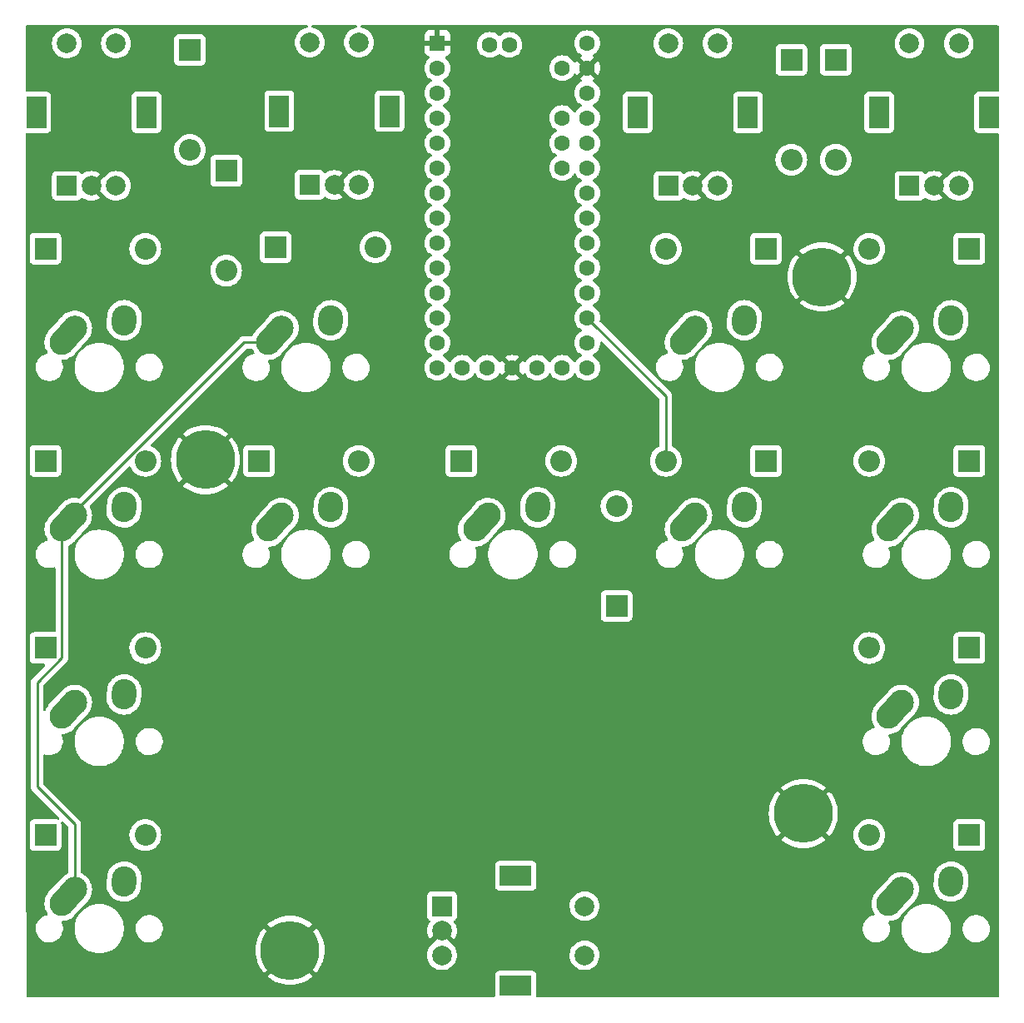
<source format=gbr>
%TF.GenerationSoftware,KiCad,Pcbnew,(6.0.5)*%
%TF.CreationDate,2022-06-03T20:05:36-07:00*%
%TF.ProjectId,big Wheel circuitboard,62696720-5768-4656-956c-206369726375,01*%
%TF.SameCoordinates,Original*%
%TF.FileFunction,Copper,L2,Bot*%
%TF.FilePolarity,Positive*%
%FSLAX46Y46*%
G04 Gerber Fmt 4.6, Leading zero omitted, Abs format (unit mm)*
G04 Created by KiCad (PCBNEW (6.0.5)) date 2022-06-03 20:05:36*
%MOMM*%
%LPD*%
G01*
G04 APERTURE LIST*
G04 Aperture macros list*
%AMHorizOval*
0 Thick line with rounded ends*
0 $1 width*
0 $2 $3 position (X,Y) of the first rounded end (center of the circle)*
0 $4 $5 position (X,Y) of the second rounded end (center of the circle)*
0 Add line between two ends*
20,1,$1,$2,$3,$4,$5,0*
0 Add two circle primitives to create the rounded ends*
1,1,$1,$2,$3*
1,1,$1,$4,$5*%
G04 Aperture macros list end*
%TA.AperFunction,ComponentPad*%
%ADD10R,2.000000X2.000000*%
%TD*%
%TA.AperFunction,ComponentPad*%
%ADD11C,2.000000*%
%TD*%
%TA.AperFunction,ComponentPad*%
%ADD12R,2.000000X3.200000*%
%TD*%
%TA.AperFunction,ComponentPad*%
%ADD13R,2.200000X2.200000*%
%TD*%
%TA.AperFunction,ComponentPad*%
%ADD14O,2.200000X2.200000*%
%TD*%
%TA.AperFunction,ComponentPad*%
%ADD15R,1.600000X1.600000*%
%TD*%
%TA.AperFunction,ComponentPad*%
%ADD16C,1.600000*%
%TD*%
%TA.AperFunction,ComponentPad*%
%ADD17HorizOval,2.500000X0.656270X0.728862X-0.656270X-0.728862X0*%
%TD*%
%TA.AperFunction,ComponentPad*%
%ADD18C,2.500000*%
%TD*%
%TA.AperFunction,ComponentPad*%
%ADD19HorizOval,2.500000X0.020277X0.289981X-0.020277X-0.289981X0*%
%TD*%
%TA.AperFunction,ComponentPad*%
%ADD20C,6.000000*%
%TD*%
%TA.AperFunction,ComponentPad*%
%ADD21R,3.200000X2.000000*%
%TD*%
%TA.AperFunction,ViaPad*%
%ADD22C,0.800000*%
%TD*%
%TA.AperFunction,Conductor*%
%ADD23C,0.250000*%
%TD*%
G04 APERTURE END LIST*
D10*
%TO.P,SW18,A,A*%
%TO.N,TEENSY_PIN_21*%
X265700000Y-53850000D03*
D11*
%TO.P,SW18,B,B*%
%TO.N,TEENSY_PIN_22*%
X270700000Y-53850000D03*
%TO.P,SW18,C,C*%
%TO.N,GND*%
X268200000Y-53850000D03*
D12*
%TO.P,SW18,MP*%
%TO.N,N/C*%
X273800000Y-46350000D03*
X262600000Y-46350000D03*
D11*
%TO.P,SW18,S1,S1*%
%TO.N,SW18_P0*%
X270700000Y-39350000D03*
%TO.P,SW18,S2,S2*%
%TO.N,TEENSY_PIN_23*%
X265700000Y-39350000D03*
%TD*%
D13*
%TO.P,D9,1,K*%
%TO.N,Net-(D9-Pad1)*%
X220120000Y-81816666D03*
D14*
%TO.P,D9,2,A*%
%TO.N,TEENSY_PIN_6*%
X230280000Y-81816666D03*
%TD*%
D13*
%TO.P,D18,1,K*%
%TO.N,SW18_P0*%
X258190416Y-41020000D03*
D14*
%TO.P,D18,2,A*%
%TO.N,TEENSY_PIN_19*%
X258190416Y-51180000D03*
%TD*%
D15*
%TO.P,U1,1,GND*%
%TO.N,GND*%
X217680000Y-39325000D03*
D16*
%TO.P,U1,2,0_RX1_MOSI1_Touch*%
%TO.N,TEENSY_PIN_0*%
X217680000Y-41865000D03*
%TO.P,U1,3,1_TX1_MISO1_Touch*%
%TO.N,TEENSY_PIN_1*%
X217680000Y-44405000D03*
%TO.P,U1,4,2*%
%TO.N,TEENSY_PIN_2*%
X217680000Y-46945000D03*
%TO.P,U1,5,3_RX1_PWM_Touch*%
%TO.N,TEENSY_PIN_3*%
X217680000Y-49485000D03*
%TO.P,U1,6,4_TX1_PWM_Touch*%
%TO.N,TEENSY_PIN_4*%
X217680000Y-52025000D03*
%TO.P,U1,7,5_TX1_MISO1*%
%TO.N,TEENSY_PIN_5*%
X217680000Y-54565000D03*
%TO.P,U1,8,6_RX3_CS1_PWM*%
%TO.N,TEENSY_PIN_6*%
X217680000Y-57105000D03*
%TO.P,U1,9,7_RX3_MOSI0*%
%TO.N,TEENSY_PIN_7*%
X217680000Y-59645000D03*
%TO.P,U1,10,8_TX3_MISO0*%
%TO.N,TEENSY_PIN_8*%
X217680000Y-62185000D03*
%TO.P,U1,11,9_RX2_PWM*%
%TO.N,TEENSY_PIN_9*%
X217680000Y-64725000D03*
%TO.P,U1,12,10_TX2_CS0_PWM*%
%TO.N,TEENSY_PIN_10*%
X217680000Y-67265000D03*
%TO.P,U1,13,11_MOSI0*%
%TO.N,TEENSY_PIN_11*%
X217680000Y-69805000D03*
%TO.P,U1,14,12_MISO0*%
%TO.N,unconnected-(U1-Pad14)*%
X217680000Y-72345000D03*
%TO.P,U1,15,17_Vin*%
%TO.N,unconnected-(U1-Pad15)*%
X220220000Y-72345000D03*
%TO.P,U1,16,3.3V*%
%TO.N,unconnected-(U1-Pad16)*%
X222760000Y-72345000D03*
%TO.P,U1,17,GND*%
%TO.N,GND*%
X225300000Y-72345000D03*
%TO.P,U1,18,Program*%
%TO.N,unconnected-(U1-Pad18)*%
X227840000Y-72345000D03*
%TO.P,U1,19,26_A12/DAC*%
%TO.N,unconnected-(U1-Pad19)*%
X230380000Y-72345000D03*
%TO.P,U1,20,13_LED_SCK0*%
%TO.N,unconnected-(U1-Pad20)*%
X232920000Y-72345000D03*
%TO.P,U1,21,14_A0_SCK0*%
%TO.N,TEENSY_PIN_14*%
X232920000Y-69805000D03*
%TO.P,U1,22,15_A1_Touch*%
%TO.N,TEENSY_PIN_15*%
X232920000Y-67265000D03*
%TO.P,U1,23,16_A2_SCL0_PWM_Touch*%
%TO.N,TEENSY_PIN_16*%
X232920000Y-64725000D03*
%TO.P,U1,24,17_A3_SDA0_PWM_Touch*%
%TO.N,TEENSY_PIN_17*%
X232920000Y-62185000D03*
%TO.P,U1,25,18_A4_SDA0_Touch*%
%TO.N,TEENSY_PIN_18*%
X232920000Y-59645000D03*
%TO.P,U1,26,19_A5_SCL0_Touch*%
%TO.N,TEENSY_PIN_19*%
X232920000Y-57105000D03*
%TO.P,U1,27,20_A6_SCK1_PWM_TX3*%
%TO.N,TEENSY_PIN_20*%
X232920000Y-54565000D03*
%TO.P,U1,28,21_A7_MOSI1_RX1*%
%TO.N,TEENSY_PIN_21*%
X232920000Y-52025000D03*
%TO.P,U1,29,22_A8_SCL1_PWM_Touch*%
%TO.N,TEENSY_PIN_22*%
X232920000Y-49485000D03*
%TO.P,U1,30,23_A9_SDA1_PWM_Touch*%
%TO.N,TEENSY_PIN_23*%
X232920000Y-46945000D03*
%TO.P,U1,31,3.3V*%
%TO.N,unconnected-(U1-Pad31)*%
X232920000Y-44405000D03*
%TO.P,U1,32,GND*%
%TO.N,GND*%
X232920000Y-41865000D03*
%TO.P,U1,33,Vin*%
%TO.N,unconnected-(U1-Pad33)*%
X232920000Y-39325000D03*
%TO.P,U1,34,VUSB*%
%TO.N,unconnected-(U1-Pad34)*%
X230380000Y-41865000D03*
%TO.P,U1,35,AREF*%
%TO.N,unconnected-(U1-Pad35)*%
X230380000Y-46945000D03*
%TO.P,U1,36,24_A10*%
%TO.N,unconnected-(U1-Pad36)*%
X230380000Y-49485000D03*
%TO.P,U1,37,25_A11*%
%TO.N,unconnected-(U1-Pad37)*%
X230380000Y-52025000D03*
%TO.P,U1,39,D+*%
%TO.N,unconnected-(U1-Pad39)*%
X223014000Y-39502800D03*
%TO.P,U1,40,D-*%
%TO.N,unconnected-(U1-Pad40)*%
X224995200Y-39502800D03*
%TD*%
D17*
%TO.P,SW8,1,1*%
%TO.N,TEENSY_PIN_8*%
X180146269Y-126131140D03*
D18*
X180800000Y-125400000D03*
D19*
%TO.P,SW8,2,2*%
%TO.N,Net-(D8-Pad1)*%
X185820000Y-124610000D03*
%TD*%
D13*
%TO.P,D1,1,K*%
%TO.N,SW1_P1*%
X192509583Y-40020000D03*
D14*
%TO.P,D1,2,A*%
%TO.N,TEENSY_PIN_3*%
X192509583Y-50180000D03*
%TD*%
D17*
%TO.P,SW12,1,1*%
%TO.N,TEENSY_PIN_14*%
X264246269Y-107097806D03*
D18*
X264900000Y-106366666D03*
D19*
%TO.P,SW12,2,2*%
%TO.N,Net-(D12-Pad1)*%
X269920000Y-105576666D03*
%TD*%
D13*
%TO.P,D6,1,K*%
%TO.N,Net-(D6-Pad1)*%
X199520000Y-81816666D03*
D14*
%TO.P,D6,2,A*%
%TO.N,TEENSY_PIN_7*%
X209680000Y-81816666D03*
%TD*%
D20*
%TO.P,H4,1,1*%
%TO.N,GND*%
X254900000Y-117700000D03*
%TD*%
D13*
%TO.P,D3,1,K*%
%TO.N,Net-(D3-Pad1)*%
X177820000Y-60236500D03*
D14*
%TO.P,D3,2,A*%
%TO.N,TEENSY_PIN_6*%
X187980000Y-60236500D03*
%TD*%
D18*
%TO.P,SW9,1,1*%
%TO.N,TEENSY_PIN_9*%
X222850000Y-87333333D03*
D17*
X222196269Y-88064473D03*
D19*
%TO.P,SW9,2,2*%
%TO.N,Net-(D9-Pad1)*%
X227870000Y-86543333D03*
%TD*%
D18*
%TO.P,SW5,1,1*%
%TO.N,TEENSY_PIN_8*%
X180800000Y-87333333D03*
D17*
X180146269Y-88064473D03*
D19*
%TO.P,SW5,2,2*%
%TO.N,Net-(D5-Pad1)*%
X185820000Y-86543333D03*
%TD*%
D17*
%TO.P,SW3,1,1*%
%TO.N,TEENSY_PIN_0*%
X180146269Y-69031140D03*
D18*
X180800000Y-68300000D03*
D19*
%TO.P,SW3,2,2*%
%TO.N,Net-(D3-Pad1)*%
X185820000Y-67510000D03*
%TD*%
D13*
%TO.P,D10,1,K*%
%TO.N,SW10_P0*%
X235900000Y-96580000D03*
D14*
%TO.P,D10,2,A*%
%TO.N,TEENSY_PIN_19*%
X235900000Y-86420000D03*
%TD*%
D10*
%TO.P,SW17,A,A*%
%TO.N,TEENSY_PIN_17*%
X241171250Y-53850000D03*
D11*
%TO.P,SW17,B,B*%
%TO.N,TEENSY_PIN_18*%
X246171250Y-53850000D03*
%TO.P,SW17,C,C*%
%TO.N,GND*%
X243671250Y-53850000D03*
D12*
%TO.P,SW17,MP*%
%TO.N,N/C*%
X249271250Y-46350000D03*
X238071250Y-46350000D03*
D11*
%TO.P,SW17,S1,S1*%
%TO.N,SW17_P0*%
X246171250Y-39350000D03*
%TO.P,SW17,S2,S2*%
%TO.N,TEENSY_PIN_23*%
X241171250Y-39350000D03*
%TD*%
D13*
%TO.P,D7,1,K*%
%TO.N,Net-(D7-Pad1)*%
X177820000Y-100849999D03*
D14*
%TO.P,D7,2,A*%
%TO.N,TEENSY_PIN_3*%
X187980000Y-100849999D03*
%TD*%
D13*
%TO.P,D17,1,K*%
%TO.N,SW17_P0*%
X253680833Y-41020000D03*
D14*
%TO.P,D17,2,A*%
%TO.N,TEENSY_PIN_16*%
X253680833Y-51180000D03*
%TD*%
D17*
%TO.P,SW15,1,1*%
%TO.N,TEENSY_PIN_20*%
X243221269Y-69031140D03*
D18*
X243875000Y-68300000D03*
D19*
%TO.P,SW15,2,2*%
%TO.N,Net-(SW15-Pad2)*%
X248895000Y-67510000D03*
%TD*%
D13*
%TO.P,D4,1,K*%
%TO.N,Net-(SW4-Pad2)*%
X201220000Y-60100000D03*
D14*
%TO.P,D4,2,A*%
%TO.N,TEENSY_PIN_7*%
X211380000Y-60100000D03*
%TD*%
D17*
%TO.P,SW13,1,1*%
%TO.N,TEENSY_PIN_20*%
X243221269Y-88064473D03*
D18*
X243875000Y-87333333D03*
D19*
%TO.P,SW13,2,2*%
%TO.N,Net-(D13-Pad1)*%
X248895000Y-86543333D03*
%TD*%
D13*
%TO.P,D13,1,K*%
%TO.N,Net-(D13-Pad1)*%
X251080000Y-81816666D03*
D14*
%TO.P,D13,2,A*%
%TO.N,TEENSY_PIN_15*%
X240920000Y-81816666D03*
%TD*%
D13*
%TO.P,D8,1,K*%
%TO.N,Net-(D8-Pad1)*%
X177820000Y-119883333D03*
D14*
%TO.P,D8,2,A*%
%TO.N,TEENSY_PIN_6*%
X187980000Y-119883333D03*
%TD*%
D10*
%TO.P,SW1,A,A*%
%TO.N,TEENSY_PIN_4*%
X180000000Y-53850000D03*
D11*
%TO.P,SW1,B,B*%
%TO.N,TEENSY_PIN_5*%
X185000000Y-53850000D03*
%TO.P,SW1,C,C*%
%TO.N,GND*%
X182500000Y-53850000D03*
D12*
%TO.P,SW1,MP*%
%TO.N,N/C*%
X188100000Y-46350000D03*
X176900000Y-46350000D03*
D11*
%TO.P,SW1,S1,S1*%
%TO.N,TEENSY_PIN_0*%
X185000000Y-39350000D03*
%TO.P,SW1,S2,S2*%
%TO.N,SW1_P1*%
X180000000Y-39350000D03*
%TD*%
D17*
%TO.P,SW11,1,1*%
%TO.N,TEENSY_PIN_14*%
X264246269Y-126131140D03*
D18*
X264900000Y-125400000D03*
D19*
%TO.P,SW11,2,2*%
%TO.N,Net-(SW11-Pad2)*%
X269920000Y-124610000D03*
%TD*%
D18*
%TO.P,SW6,1,1*%
%TO.N,TEENSY_PIN_9*%
X201825000Y-87333333D03*
D17*
X201171269Y-88064473D03*
D19*
%TO.P,SW6,2,2*%
%TO.N,Net-(D6-Pad1)*%
X206845000Y-86543333D03*
%TD*%
D20*
%TO.P,H3,1,1*%
%TO.N,GND*%
X194100000Y-81700000D03*
%TD*%
D17*
%TO.P,SW14,1,1*%
%TO.N,TEENSY_PIN_23*%
X264246269Y-88064473D03*
D18*
X264900000Y-87333333D03*
D19*
%TO.P,SW14,2,2*%
%TO.N,Net-(D14-Pad1)*%
X269920000Y-86543333D03*
%TD*%
D20*
%TO.P,H1,1,1*%
%TO.N,GND*%
X202700000Y-131600000D03*
%TD*%
D10*
%TO.P,SW10,A,A*%
%TO.N,TEENSY_PIN_10*%
X218150000Y-127100000D03*
D11*
%TO.P,SW10,B,B*%
%TO.N,TEENSY_PIN_11*%
X218150000Y-132100000D03*
%TO.P,SW10,C,C*%
%TO.N,GND*%
X218150000Y-129600000D03*
D21*
%TO.P,SW10,MP*%
%TO.N,N/C*%
X225650000Y-124000000D03*
X225650000Y-135200000D03*
D11*
%TO.P,SW10,S1,S1*%
%TO.N,SW10_P0*%
X232650000Y-132100000D03*
%TO.P,SW10,S2,S2*%
%TO.N,TEENSY_PIN_14*%
X232650000Y-127100000D03*
%TD*%
D13*
%TO.P,D14,1,K*%
%TO.N,Net-(D14-Pad1)*%
X271780000Y-81816666D03*
D14*
%TO.P,D14,2,A*%
%TO.N,TEENSY_PIN_15*%
X261620000Y-81816666D03*
%TD*%
D13*
%TO.P,D15,1,K*%
%TO.N,Net-(SW15-Pad2)*%
X251080000Y-60236500D03*
D14*
%TO.P,D15,2,A*%
%TO.N,TEENSY_PIN_16*%
X240920000Y-60236500D03*
%TD*%
D18*
%TO.P,SW16,1,1*%
%TO.N,TEENSY_PIN_20*%
X264900000Y-68300000D03*
D17*
X264246269Y-69031140D03*
D19*
%TO.P,SW16,2,2*%
%TO.N,Net-(SW16-Pad2)*%
X269920000Y-67510000D03*
%TD*%
D13*
%TO.P,D12,1,K*%
%TO.N,Net-(D12-Pad1)*%
X271780000Y-100849999D03*
D14*
%TO.P,D12,2,A*%
%TO.N,TEENSY_PIN_15*%
X261620000Y-100849999D03*
%TD*%
D20*
%TO.P,H2,1,1*%
%TO.N,GND*%
X256800000Y-63100000D03*
%TD*%
D13*
%TO.P,D16,1,K*%
%TO.N,Net-(SW16-Pad2)*%
X271780000Y-60236500D03*
D14*
%TO.P,D16,2,A*%
%TO.N,TEENSY_PIN_19*%
X261620000Y-60236500D03*
%TD*%
D13*
%TO.P,D5,1,K*%
%TO.N,Net-(D5-Pad1)*%
X177820000Y-81816666D03*
D14*
%TO.P,D5,2,A*%
%TO.N,TEENSY_PIN_3*%
X187980000Y-81816666D03*
%TD*%
D18*
%TO.P,SW4,1,1*%
%TO.N,TEENSY_PIN_8*%
X201825000Y-68300000D03*
D17*
X201171269Y-69031140D03*
D19*
%TO.P,SW4,2,2*%
%TO.N,Net-(SW4-Pad2)*%
X206845000Y-67510000D03*
%TD*%
D10*
%TO.P,SW2,A,A*%
%TO.N,TEENSY_PIN_1*%
X204700000Y-53750000D03*
D11*
%TO.P,SW2,B,B*%
%TO.N,TEENSY_PIN_2*%
X209700000Y-53750000D03*
%TO.P,SW2,C,C*%
%TO.N,GND*%
X207200000Y-53750000D03*
D12*
%TO.P,SW2,MP*%
%TO.N,N/C*%
X201600000Y-46250000D03*
X212800000Y-46250000D03*
D11*
%TO.P,SW2,S1,S1*%
%TO.N,TEENSY_PIN_0*%
X209700000Y-39250000D03*
%TO.P,SW2,S2,S2*%
%TO.N,SW2_P1*%
X204700000Y-39250000D03*
%TD*%
D18*
%TO.P,SW7,1,1*%
%TO.N,TEENSY_PIN_9*%
X180800000Y-106366666D03*
D17*
X180146269Y-107097806D03*
D19*
%TO.P,SW7,2,2*%
%TO.N,Net-(D7-Pad1)*%
X185820000Y-105576666D03*
%TD*%
D13*
%TO.P,D2,1,K*%
%TO.N,SW2_P1*%
X196200000Y-52320000D03*
D14*
%TO.P,D2,2,A*%
%TO.N,TEENSY_PIN_7*%
X196200000Y-62480000D03*
%TD*%
D13*
%TO.P,D11,1,K*%
%TO.N,Net-(SW11-Pad2)*%
X271780000Y-119883333D03*
D14*
%TO.P,D11,2,A*%
%TO.N,TEENSY_PIN_16*%
X261620000Y-119883333D03*
%TD*%
D22*
%TO.N,GND*%
X178766667Y-57100000D03*
X270100000Y-64100000D03*
X269666667Y-134700000D03*
X198933333Y-122600000D03*
X189733333Y-42700000D03*
X189300000Y-49400000D03*
X229433332Y-65600000D03*
X235600000Y-120100000D03*
X180300000Y-112200000D03*
X258633331Y-97400000D03*
X200900000Y-103000000D03*
X188900000Y-57100000D03*
X188800000Y-122600000D03*
X259833331Y-57100000D03*
X178466667Y-134700000D03*
X268100000Y-122200000D03*
X238566665Y-89000000D03*
X270400000Y-108300000D03*
X229433332Y-57100000D03*
X218099999Y-97400000D03*
X241200000Y-86000000D03*
X238666665Y-108500000D03*
X208266666Y-108500000D03*
X207966666Y-97400000D03*
X249700000Y-89200000D03*
X229533332Y-77000000D03*
X209999999Y-42700000D03*
X259733331Y-122600000D03*
X198133333Y-108500000D03*
X177566667Y-97400000D03*
X188600000Y-134700000D03*
X209266666Y-77000000D03*
X271700000Y-89300000D03*
X228533332Y-108500000D03*
X260600000Y-44200000D03*
X249399998Y-134700000D03*
X219600000Y-108500000D03*
X178666667Y-122600000D03*
X199866666Y-42700000D03*
X249500000Y-64500000D03*
X199133333Y-77000000D03*
X249200000Y-51000000D03*
X259933331Y-77000000D03*
X219299999Y-65600000D03*
X208866666Y-134700000D03*
X259533331Y-134700000D03*
X219399999Y-77000000D03*
X209166666Y-65600000D03*
X218999999Y-134700000D03*
X209166666Y-58500000D03*
X207600000Y-90200000D03*
X233600000Y-123400000D03*
X235500000Y-72900000D03*
X220133332Y-42700000D03*
X270800000Y-42700000D03*
X229333332Y-122600000D03*
X250600000Y-41600000D03*
X235200000Y-80900000D03*
X244728561Y-50785770D03*
X188900000Y-65600000D03*
X268766667Y-97400000D03*
X219700000Y-57100000D03*
X239566665Y-65600000D03*
X177000000Y-89000000D03*
X235900000Y-67500000D03*
X218200000Y-90100000D03*
X188700000Y-97400000D03*
X188400000Y-113000000D03*
X258933331Y-108500000D03*
X199033333Y-65600000D03*
X189200000Y-89000000D03*
X238366665Y-97400000D03*
X258833331Y-89000000D03*
X239266665Y-134700000D03*
X270066667Y-77000000D03*
X270366667Y-49400000D03*
X178866667Y-77000000D03*
X229133332Y-134700000D03*
X209566666Y-49400000D03*
X179600000Y-65500000D03*
X199433333Y-49400000D03*
X249799998Y-77000000D03*
X198733333Y-134700000D03*
X242700000Y-42000000D03*
X219199999Y-122600000D03*
X248499998Y-97400000D03*
X243300000Y-47400000D03*
X198700000Y-58800000D03*
X179166667Y-49400000D03*
X198033333Y-89000000D03*
X248799998Y-108500000D03*
X249599998Y-122600000D03*
X259833331Y-65600000D03*
X248000000Y-52900000D03*
X239466665Y-122600000D03*
X228200000Y-49500000D03*
X269966667Y-57100000D03*
X249699998Y-57100000D03*
X189000000Y-77000000D03*
X260233331Y-50300000D03*
X179600000Y-42700000D03*
X228433332Y-89000000D03*
X197833333Y-97400000D03*
X228900000Y-44300000D03*
X239566665Y-57100000D03*
X209066666Y-122600000D03*
X230400000Y-98100000D03*
%TD*%
D23*
%TO.N,TEENSY_PIN_15*%
X240920000Y-75265000D02*
X232920000Y-67265000D01*
X240920000Y-81816666D02*
X240920000Y-75265000D01*
%TO.N,TEENSY_PIN_8*%
X179490000Y-101854511D02*
X179490000Y-88793333D01*
X198022102Y-69760000D02*
X200515000Y-69760000D01*
X176970479Y-104374032D02*
X179490000Y-101854511D01*
X179490000Y-88292102D02*
X198022102Y-69760000D01*
X176970479Y-114970479D02*
X176970479Y-104374032D01*
X179490000Y-88793333D02*
X179490000Y-88292102D01*
X180800000Y-118800000D02*
X176970479Y-114970479D01*
X180800000Y-125400000D02*
X180800000Y-118800000D01*
%TD*%
%TA.AperFunction,Conductor*%
%TO.N,GND*%
G36*
X204495523Y-37528502D02*
G01*
X204542016Y-37582158D01*
X204552120Y-37652432D01*
X204522626Y-37717012D01*
X204456816Y-37757019D01*
X204232406Y-37810895D01*
X204227835Y-37812788D01*
X204227833Y-37812789D01*
X204017611Y-37899865D01*
X204017607Y-37899867D01*
X204013037Y-37901760D01*
X204008817Y-37904346D01*
X203814798Y-38023241D01*
X203814792Y-38023245D01*
X203810584Y-38025824D01*
X203630031Y-38180031D01*
X203626823Y-38183787D01*
X203622113Y-38189302D01*
X203475824Y-38360584D01*
X203473245Y-38364792D01*
X203473241Y-38364798D01*
X203358917Y-38551358D01*
X203351760Y-38563037D01*
X203349867Y-38567607D01*
X203349865Y-38567611D01*
X203306090Y-38673295D01*
X203260895Y-38782406D01*
X203245615Y-38846051D01*
X203239680Y-38870775D01*
X203205465Y-39013289D01*
X203186835Y-39250000D01*
X203205465Y-39486711D01*
X203206619Y-39491518D01*
X203206620Y-39491524D01*
X203241640Y-39637391D01*
X203260895Y-39717594D01*
X203262788Y-39722165D01*
X203262789Y-39722167D01*
X203302294Y-39817540D01*
X203351760Y-39936963D01*
X203354346Y-39941183D01*
X203473241Y-40135202D01*
X203473245Y-40135208D01*
X203475824Y-40139416D01*
X203630031Y-40319969D01*
X203810584Y-40474176D01*
X203814792Y-40476755D01*
X203814798Y-40476759D01*
X203969331Y-40571457D01*
X204013037Y-40598240D01*
X204017607Y-40600133D01*
X204017611Y-40600135D01*
X204172364Y-40664235D01*
X204232406Y-40689105D01*
X204312609Y-40708360D01*
X204458476Y-40743380D01*
X204458482Y-40743381D01*
X204463289Y-40744535D01*
X204700000Y-40763165D01*
X204936711Y-40744535D01*
X204941518Y-40743381D01*
X204941524Y-40743380D01*
X205087391Y-40708360D01*
X205167594Y-40689105D01*
X205227636Y-40664235D01*
X205382389Y-40600135D01*
X205382393Y-40600133D01*
X205386963Y-40598240D01*
X205430669Y-40571457D01*
X205585202Y-40476759D01*
X205585208Y-40476755D01*
X205589416Y-40474176D01*
X205769969Y-40319969D01*
X205924176Y-40139416D01*
X205926755Y-40135208D01*
X205926759Y-40135202D01*
X206045654Y-39941183D01*
X206048240Y-39936963D01*
X206097707Y-39817540D01*
X206137211Y-39722167D01*
X206137212Y-39722165D01*
X206139105Y-39717594D01*
X206158360Y-39637391D01*
X206193380Y-39491524D01*
X206193381Y-39491518D01*
X206194535Y-39486711D01*
X206213165Y-39250000D01*
X206194535Y-39013289D01*
X206160321Y-38870775D01*
X206154385Y-38846051D01*
X206139105Y-38782406D01*
X206093910Y-38673295D01*
X206050135Y-38567611D01*
X206050133Y-38567607D01*
X206048240Y-38563037D01*
X206041083Y-38551358D01*
X205926759Y-38364798D01*
X205926755Y-38364792D01*
X205924176Y-38360584D01*
X205777887Y-38189302D01*
X205773177Y-38183787D01*
X205769969Y-38180031D01*
X205589416Y-38025824D01*
X205585208Y-38023245D01*
X205585202Y-38023241D01*
X205391183Y-37904346D01*
X205386963Y-37901760D01*
X205382393Y-37899867D01*
X205382389Y-37899865D01*
X205172167Y-37812789D01*
X205172165Y-37812788D01*
X205167594Y-37810895D01*
X204943184Y-37757019D01*
X204881615Y-37721667D01*
X204848932Y-37658640D01*
X204855513Y-37587949D01*
X204899267Y-37532038D01*
X204972598Y-37508500D01*
X209427402Y-37508500D01*
X209495523Y-37528502D01*
X209542016Y-37582158D01*
X209552120Y-37652432D01*
X209522626Y-37717012D01*
X209456816Y-37757019D01*
X209232406Y-37810895D01*
X209227835Y-37812788D01*
X209227833Y-37812789D01*
X209017611Y-37899865D01*
X209017607Y-37899867D01*
X209013037Y-37901760D01*
X209008817Y-37904346D01*
X208814798Y-38023241D01*
X208814792Y-38023245D01*
X208810584Y-38025824D01*
X208630031Y-38180031D01*
X208626823Y-38183787D01*
X208622113Y-38189302D01*
X208475824Y-38360584D01*
X208473245Y-38364792D01*
X208473241Y-38364798D01*
X208358917Y-38551358D01*
X208351760Y-38563037D01*
X208349867Y-38567607D01*
X208349865Y-38567611D01*
X208306090Y-38673295D01*
X208260895Y-38782406D01*
X208245615Y-38846051D01*
X208239680Y-38870775D01*
X208205465Y-39013289D01*
X208186835Y-39250000D01*
X208205465Y-39486711D01*
X208206619Y-39491518D01*
X208206620Y-39491524D01*
X208241640Y-39637391D01*
X208260895Y-39717594D01*
X208262788Y-39722165D01*
X208262789Y-39722167D01*
X208302294Y-39817540D01*
X208351760Y-39936963D01*
X208354346Y-39941183D01*
X208473241Y-40135202D01*
X208473245Y-40135208D01*
X208475824Y-40139416D01*
X208630031Y-40319969D01*
X208810584Y-40474176D01*
X208814792Y-40476755D01*
X208814798Y-40476759D01*
X208969331Y-40571457D01*
X209013037Y-40598240D01*
X209017607Y-40600133D01*
X209017611Y-40600135D01*
X209172364Y-40664235D01*
X209232406Y-40689105D01*
X209312609Y-40708360D01*
X209458476Y-40743380D01*
X209458482Y-40743381D01*
X209463289Y-40744535D01*
X209700000Y-40763165D01*
X209936711Y-40744535D01*
X209941518Y-40743381D01*
X209941524Y-40743380D01*
X210087391Y-40708360D01*
X210167594Y-40689105D01*
X210227636Y-40664235D01*
X210382389Y-40600135D01*
X210382393Y-40600133D01*
X210386963Y-40598240D01*
X210430669Y-40571457D01*
X210585202Y-40476759D01*
X210585208Y-40476755D01*
X210589416Y-40474176D01*
X210769969Y-40319969D01*
X210924176Y-40139416D01*
X210926755Y-40135208D01*
X210926759Y-40135202D01*
X211045654Y-39941183D01*
X211048240Y-39936963D01*
X211097707Y-39817540D01*
X211137211Y-39722167D01*
X211137212Y-39722165D01*
X211139105Y-39717594D01*
X211158360Y-39637391D01*
X211190673Y-39502800D01*
X221700502Y-39502800D01*
X221720457Y-39730887D01*
X221721881Y-39736200D01*
X221721881Y-39736202D01*
X221744916Y-39822167D01*
X221779716Y-39952043D01*
X221782039Y-39957024D01*
X221782039Y-39957025D01*
X221874151Y-40154562D01*
X221874154Y-40154567D01*
X221876477Y-40159549D01*
X221923953Y-40227351D01*
X221993939Y-40327301D01*
X222007802Y-40347100D01*
X222169700Y-40508998D01*
X222174208Y-40512155D01*
X222174211Y-40512157D01*
X222230402Y-40551502D01*
X222357251Y-40640323D01*
X222362233Y-40642646D01*
X222362238Y-40642649D01*
X222559775Y-40734761D01*
X222564757Y-40737084D01*
X222570065Y-40738506D01*
X222570067Y-40738507D01*
X222780598Y-40794919D01*
X222780600Y-40794919D01*
X222785913Y-40796343D01*
X223014000Y-40816298D01*
X223242087Y-40796343D01*
X223247400Y-40794919D01*
X223247402Y-40794919D01*
X223457933Y-40738507D01*
X223457935Y-40738506D01*
X223463243Y-40737084D01*
X223468225Y-40734761D01*
X223665762Y-40642649D01*
X223665767Y-40642646D01*
X223670749Y-40640323D01*
X223797598Y-40551502D01*
X223853789Y-40512157D01*
X223853792Y-40512155D01*
X223858300Y-40508998D01*
X223915505Y-40451793D01*
X223977817Y-40417767D01*
X224048632Y-40422832D01*
X224093695Y-40451793D01*
X224150900Y-40508998D01*
X224155408Y-40512155D01*
X224155411Y-40512157D01*
X224211602Y-40551502D01*
X224338451Y-40640323D01*
X224343433Y-40642646D01*
X224343438Y-40642649D01*
X224540975Y-40734761D01*
X224545957Y-40737084D01*
X224551265Y-40738506D01*
X224551267Y-40738507D01*
X224761798Y-40794919D01*
X224761800Y-40794919D01*
X224767113Y-40796343D01*
X224995200Y-40816298D01*
X225223287Y-40796343D01*
X225228600Y-40794919D01*
X225228602Y-40794919D01*
X225439133Y-40738507D01*
X225439135Y-40738506D01*
X225444443Y-40737084D01*
X225449425Y-40734761D01*
X225646962Y-40642649D01*
X225646967Y-40642646D01*
X225651949Y-40640323D01*
X225778798Y-40551502D01*
X225834989Y-40512157D01*
X225834992Y-40512155D01*
X225839500Y-40508998D01*
X226001398Y-40347100D01*
X226015262Y-40327301D01*
X226085247Y-40227351D01*
X226132723Y-40159549D01*
X226135046Y-40154567D01*
X226135049Y-40154562D01*
X226227161Y-39957025D01*
X226227161Y-39957024D01*
X226229484Y-39952043D01*
X226264285Y-39822167D01*
X226287319Y-39736202D01*
X226287319Y-39736200D01*
X226288743Y-39730887D01*
X226308698Y-39502800D01*
X226293143Y-39325000D01*
X231606502Y-39325000D01*
X231626457Y-39553087D01*
X231627881Y-39558400D01*
X231627881Y-39558402D01*
X231637031Y-39592548D01*
X231685716Y-39774243D01*
X231688039Y-39779224D01*
X231688039Y-39779225D01*
X231780151Y-39976762D01*
X231780154Y-39976767D01*
X231782477Y-39981749D01*
X231824093Y-40041183D01*
X231910131Y-40164057D01*
X231913802Y-40169300D01*
X232075700Y-40331198D01*
X232080208Y-40334355D01*
X232080211Y-40334357D01*
X232121195Y-40363054D01*
X232263251Y-40462523D01*
X232268233Y-40464846D01*
X232268238Y-40464849D01*
X232303049Y-40481081D01*
X232356334Y-40527998D01*
X232375795Y-40596275D01*
X232355253Y-40664235D01*
X232303049Y-40709471D01*
X232268489Y-40725586D01*
X232258994Y-40731069D01*
X232206952Y-40767509D01*
X232198576Y-40777988D01*
X232205644Y-40791434D01*
X232907188Y-41492978D01*
X232921132Y-41500592D01*
X232922965Y-41500461D01*
X232929580Y-41496210D01*
X233635077Y-40790713D01*
X233641507Y-40778938D01*
X233632211Y-40766923D01*
X233581006Y-40731069D01*
X233571511Y-40725586D01*
X233536951Y-40709471D01*
X233483666Y-40662554D01*
X233464205Y-40594277D01*
X233484747Y-40526317D01*
X233536951Y-40481081D01*
X233571762Y-40464849D01*
X233571767Y-40464846D01*
X233576749Y-40462523D01*
X233718805Y-40363054D01*
X233759789Y-40334357D01*
X233759792Y-40334355D01*
X233764300Y-40331198D01*
X233926198Y-40169300D01*
X233929870Y-40164057D01*
X234015907Y-40041183D01*
X234057523Y-39981749D01*
X234059846Y-39976767D01*
X234059849Y-39976762D01*
X234151961Y-39779225D01*
X234151961Y-39779224D01*
X234154284Y-39774243D01*
X234202970Y-39592548D01*
X234212119Y-39558402D01*
X234212119Y-39558400D01*
X234213543Y-39553087D01*
X234231311Y-39350000D01*
X239658085Y-39350000D01*
X239676715Y-39586711D01*
X239677869Y-39591518D01*
X239677870Y-39591524D01*
X239706982Y-39712782D01*
X239732145Y-39817594D01*
X239734038Y-39822165D01*
X239734039Y-39822167D01*
X239800140Y-39981749D01*
X239823010Y-40036963D01*
X239825596Y-40041183D01*
X239944491Y-40235202D01*
X239944495Y-40235208D01*
X239947074Y-40239416D01*
X240101281Y-40419969D01*
X240281834Y-40574176D01*
X240286042Y-40576755D01*
X240286048Y-40576759D01*
X240426053Y-40662554D01*
X240484287Y-40698240D01*
X240488857Y-40700133D01*
X240488861Y-40700135D01*
X240691413Y-40784034D01*
X240703656Y-40789105D01*
X240735800Y-40796822D01*
X240929726Y-40843380D01*
X240929732Y-40843381D01*
X240934539Y-40844535D01*
X241171250Y-40863165D01*
X241407961Y-40844535D01*
X241412768Y-40843381D01*
X241412774Y-40843380D01*
X241606700Y-40796822D01*
X241638844Y-40789105D01*
X241651087Y-40784034D01*
X241853639Y-40700135D01*
X241853643Y-40700133D01*
X241858213Y-40698240D01*
X241916447Y-40662554D01*
X242056452Y-40576759D01*
X242056458Y-40576755D01*
X242060666Y-40574176D01*
X242241219Y-40419969D01*
X242395426Y-40239416D01*
X242398005Y-40235208D01*
X242398009Y-40235202D01*
X242516904Y-40041183D01*
X242519490Y-40036963D01*
X242542361Y-39981749D01*
X242608461Y-39822167D01*
X242608462Y-39822165D01*
X242610355Y-39817594D01*
X242635518Y-39712782D01*
X242664630Y-39591524D01*
X242664631Y-39591518D01*
X242665785Y-39586711D01*
X242684415Y-39350000D01*
X244658085Y-39350000D01*
X244676715Y-39586711D01*
X244677869Y-39591518D01*
X244677870Y-39591524D01*
X244706982Y-39712782D01*
X244732145Y-39817594D01*
X244734038Y-39822165D01*
X244734039Y-39822167D01*
X244800140Y-39981749D01*
X244823010Y-40036963D01*
X244825596Y-40041183D01*
X244944491Y-40235202D01*
X244944495Y-40235208D01*
X244947074Y-40239416D01*
X245101281Y-40419969D01*
X245281834Y-40574176D01*
X245286042Y-40576755D01*
X245286048Y-40576759D01*
X245426053Y-40662554D01*
X245484287Y-40698240D01*
X245488857Y-40700133D01*
X245488861Y-40700135D01*
X245691413Y-40784034D01*
X245703656Y-40789105D01*
X245735800Y-40796822D01*
X245929726Y-40843380D01*
X245929732Y-40843381D01*
X245934539Y-40844535D01*
X246171250Y-40863165D01*
X246407961Y-40844535D01*
X246412768Y-40843381D01*
X246412774Y-40843380D01*
X246606700Y-40796822D01*
X246638844Y-40789105D01*
X246651087Y-40784034D01*
X246853639Y-40700135D01*
X246853643Y-40700133D01*
X246858213Y-40698240D01*
X246916447Y-40662554D01*
X247056452Y-40576759D01*
X247056458Y-40576755D01*
X247060666Y-40574176D01*
X247241219Y-40419969D01*
X247395426Y-40239416D01*
X247398005Y-40235208D01*
X247398009Y-40235202D01*
X247516904Y-40041183D01*
X247519490Y-40036963D01*
X247542361Y-39981749D01*
X247608461Y-39822167D01*
X247608462Y-39822165D01*
X247610355Y-39817594D01*
X247635518Y-39712782D01*
X247664630Y-39591524D01*
X247664631Y-39591518D01*
X247665785Y-39586711D01*
X247684415Y-39350000D01*
X264186835Y-39350000D01*
X264205465Y-39586711D01*
X264206619Y-39591518D01*
X264206620Y-39591524D01*
X264235732Y-39712782D01*
X264260895Y-39817594D01*
X264262788Y-39822165D01*
X264262789Y-39822167D01*
X264328890Y-39981749D01*
X264351760Y-40036963D01*
X264354346Y-40041183D01*
X264473241Y-40235202D01*
X264473245Y-40235208D01*
X264475824Y-40239416D01*
X264630031Y-40419969D01*
X264810584Y-40574176D01*
X264814792Y-40576755D01*
X264814798Y-40576759D01*
X264954803Y-40662554D01*
X265013037Y-40698240D01*
X265017607Y-40700133D01*
X265017611Y-40700135D01*
X265220163Y-40784034D01*
X265232406Y-40789105D01*
X265264550Y-40796822D01*
X265458476Y-40843380D01*
X265458482Y-40843381D01*
X265463289Y-40844535D01*
X265700000Y-40863165D01*
X265936711Y-40844535D01*
X265941518Y-40843381D01*
X265941524Y-40843380D01*
X266135450Y-40796822D01*
X266167594Y-40789105D01*
X266179837Y-40784034D01*
X266382389Y-40700135D01*
X266382393Y-40700133D01*
X266386963Y-40698240D01*
X266445197Y-40662554D01*
X266585202Y-40576759D01*
X266585208Y-40576755D01*
X266589416Y-40574176D01*
X266769969Y-40419969D01*
X266924176Y-40239416D01*
X266926755Y-40235208D01*
X266926759Y-40235202D01*
X267045654Y-40041183D01*
X267048240Y-40036963D01*
X267071111Y-39981749D01*
X267137211Y-39822167D01*
X267137212Y-39822165D01*
X267139105Y-39817594D01*
X267164268Y-39712782D01*
X267193380Y-39591524D01*
X267193381Y-39591518D01*
X267194535Y-39586711D01*
X267213165Y-39350000D01*
X269186835Y-39350000D01*
X269205465Y-39586711D01*
X269206619Y-39591518D01*
X269206620Y-39591524D01*
X269235732Y-39712782D01*
X269260895Y-39817594D01*
X269262788Y-39822165D01*
X269262789Y-39822167D01*
X269328890Y-39981749D01*
X269351760Y-40036963D01*
X269354346Y-40041183D01*
X269473241Y-40235202D01*
X269473245Y-40235208D01*
X269475824Y-40239416D01*
X269630031Y-40419969D01*
X269810584Y-40574176D01*
X269814792Y-40576755D01*
X269814798Y-40576759D01*
X269954803Y-40662554D01*
X270013037Y-40698240D01*
X270017607Y-40700133D01*
X270017611Y-40700135D01*
X270220163Y-40784034D01*
X270232406Y-40789105D01*
X270264550Y-40796822D01*
X270458476Y-40843380D01*
X270458482Y-40843381D01*
X270463289Y-40844535D01*
X270700000Y-40863165D01*
X270936711Y-40844535D01*
X270941518Y-40843381D01*
X270941524Y-40843380D01*
X271135450Y-40796822D01*
X271167594Y-40789105D01*
X271179837Y-40784034D01*
X271382389Y-40700135D01*
X271382393Y-40700133D01*
X271386963Y-40698240D01*
X271445197Y-40662554D01*
X271585202Y-40576759D01*
X271585208Y-40576755D01*
X271589416Y-40574176D01*
X271769969Y-40419969D01*
X271924176Y-40239416D01*
X271926755Y-40235208D01*
X271926759Y-40235202D01*
X272045654Y-40041183D01*
X272048240Y-40036963D01*
X272071111Y-39981749D01*
X272137211Y-39822167D01*
X272137212Y-39822165D01*
X272139105Y-39817594D01*
X272164268Y-39712782D01*
X272193380Y-39591524D01*
X272193381Y-39591518D01*
X272194535Y-39586711D01*
X272213165Y-39350000D01*
X272194535Y-39113289D01*
X272191920Y-39102393D01*
X272140260Y-38887218D01*
X272139105Y-38882406D01*
X272134739Y-38871866D01*
X272050135Y-38667611D01*
X272050133Y-38667607D01*
X272048240Y-38663037D01*
X271984374Y-38558817D01*
X271926759Y-38464798D01*
X271926755Y-38464792D01*
X271924176Y-38460584D01*
X271769969Y-38280031D01*
X271589416Y-38125824D01*
X271585208Y-38123245D01*
X271585202Y-38123241D01*
X271391183Y-38004346D01*
X271386963Y-38001760D01*
X271382393Y-37999867D01*
X271382389Y-37999865D01*
X271172167Y-37912789D01*
X271172165Y-37912788D01*
X271167594Y-37910895D01*
X271087391Y-37891640D01*
X270941524Y-37856620D01*
X270941518Y-37856619D01*
X270936711Y-37855465D01*
X270700000Y-37836835D01*
X270463289Y-37855465D01*
X270458482Y-37856619D01*
X270458476Y-37856620D01*
X270312609Y-37891640D01*
X270232406Y-37910895D01*
X270227835Y-37912788D01*
X270227833Y-37912789D01*
X270017611Y-37999865D01*
X270017607Y-37999867D01*
X270013037Y-38001760D01*
X270008817Y-38004346D01*
X269814798Y-38123241D01*
X269814792Y-38123245D01*
X269810584Y-38125824D01*
X269630031Y-38280031D01*
X269475824Y-38460584D01*
X269473245Y-38464792D01*
X269473241Y-38464798D01*
X269415626Y-38558817D01*
X269351760Y-38663037D01*
X269349867Y-38667607D01*
X269349865Y-38667611D01*
X269265261Y-38871866D01*
X269260895Y-38882406D01*
X269259740Y-38887218D01*
X269208081Y-39102393D01*
X269205465Y-39113289D01*
X269186835Y-39350000D01*
X267213165Y-39350000D01*
X267194535Y-39113289D01*
X267191920Y-39102393D01*
X267140260Y-38887218D01*
X267139105Y-38882406D01*
X267134739Y-38871866D01*
X267050135Y-38667611D01*
X267050133Y-38667607D01*
X267048240Y-38663037D01*
X266984374Y-38558817D01*
X266926759Y-38464798D01*
X266926755Y-38464792D01*
X266924176Y-38460584D01*
X266769969Y-38280031D01*
X266589416Y-38125824D01*
X266585208Y-38123245D01*
X266585202Y-38123241D01*
X266391183Y-38004346D01*
X266386963Y-38001760D01*
X266382393Y-37999867D01*
X266382389Y-37999865D01*
X266172167Y-37912789D01*
X266172165Y-37912788D01*
X266167594Y-37910895D01*
X266087391Y-37891640D01*
X265941524Y-37856620D01*
X265941518Y-37856619D01*
X265936711Y-37855465D01*
X265700000Y-37836835D01*
X265463289Y-37855465D01*
X265458482Y-37856619D01*
X265458476Y-37856620D01*
X265312609Y-37891640D01*
X265232406Y-37910895D01*
X265227835Y-37912788D01*
X265227833Y-37912789D01*
X265017611Y-37999865D01*
X265017607Y-37999867D01*
X265013037Y-38001760D01*
X265008817Y-38004346D01*
X264814798Y-38123241D01*
X264814792Y-38123245D01*
X264810584Y-38125824D01*
X264630031Y-38280031D01*
X264475824Y-38460584D01*
X264473245Y-38464792D01*
X264473241Y-38464798D01*
X264415626Y-38558817D01*
X264351760Y-38663037D01*
X264349867Y-38667607D01*
X264349865Y-38667611D01*
X264265261Y-38871866D01*
X264260895Y-38882406D01*
X264259740Y-38887218D01*
X264208081Y-39102393D01*
X264205465Y-39113289D01*
X264186835Y-39350000D01*
X247684415Y-39350000D01*
X247665785Y-39113289D01*
X247663170Y-39102393D01*
X247611510Y-38887218D01*
X247610355Y-38882406D01*
X247605989Y-38871866D01*
X247521385Y-38667611D01*
X247521383Y-38667607D01*
X247519490Y-38663037D01*
X247455624Y-38558817D01*
X247398009Y-38464798D01*
X247398005Y-38464792D01*
X247395426Y-38460584D01*
X247241219Y-38280031D01*
X247060666Y-38125824D01*
X247056458Y-38123245D01*
X247056452Y-38123241D01*
X246862433Y-38004346D01*
X246858213Y-38001760D01*
X246853643Y-37999867D01*
X246853639Y-37999865D01*
X246643417Y-37912789D01*
X246643415Y-37912788D01*
X246638844Y-37910895D01*
X246558641Y-37891640D01*
X246412774Y-37856620D01*
X246412768Y-37856619D01*
X246407961Y-37855465D01*
X246171250Y-37836835D01*
X245934539Y-37855465D01*
X245929732Y-37856619D01*
X245929726Y-37856620D01*
X245783859Y-37891640D01*
X245703656Y-37910895D01*
X245699085Y-37912788D01*
X245699083Y-37912789D01*
X245488861Y-37999865D01*
X245488857Y-37999867D01*
X245484287Y-38001760D01*
X245480067Y-38004346D01*
X245286048Y-38123241D01*
X245286042Y-38123245D01*
X245281834Y-38125824D01*
X245101281Y-38280031D01*
X244947074Y-38460584D01*
X244944495Y-38464792D01*
X244944491Y-38464798D01*
X244886876Y-38558817D01*
X244823010Y-38663037D01*
X244821117Y-38667607D01*
X244821115Y-38667611D01*
X244736511Y-38871866D01*
X244732145Y-38882406D01*
X244730990Y-38887218D01*
X244679331Y-39102393D01*
X244676715Y-39113289D01*
X244658085Y-39350000D01*
X242684415Y-39350000D01*
X242665785Y-39113289D01*
X242663170Y-39102393D01*
X242611510Y-38887218D01*
X242610355Y-38882406D01*
X242605989Y-38871866D01*
X242521385Y-38667611D01*
X242521383Y-38667607D01*
X242519490Y-38663037D01*
X242455624Y-38558817D01*
X242398009Y-38464798D01*
X242398005Y-38464792D01*
X242395426Y-38460584D01*
X242241219Y-38280031D01*
X242060666Y-38125824D01*
X242056458Y-38123245D01*
X242056452Y-38123241D01*
X241862433Y-38004346D01*
X241858213Y-38001760D01*
X241853643Y-37999867D01*
X241853639Y-37999865D01*
X241643417Y-37912789D01*
X241643415Y-37912788D01*
X241638844Y-37910895D01*
X241558641Y-37891640D01*
X241412774Y-37856620D01*
X241412768Y-37856619D01*
X241407961Y-37855465D01*
X241171250Y-37836835D01*
X240934539Y-37855465D01*
X240929732Y-37856619D01*
X240929726Y-37856620D01*
X240783859Y-37891640D01*
X240703656Y-37910895D01*
X240699085Y-37912788D01*
X240699083Y-37912789D01*
X240488861Y-37999865D01*
X240488857Y-37999867D01*
X240484287Y-38001760D01*
X240480067Y-38004346D01*
X240286048Y-38123241D01*
X240286042Y-38123245D01*
X240281834Y-38125824D01*
X240101281Y-38280031D01*
X239947074Y-38460584D01*
X239944495Y-38464792D01*
X239944491Y-38464798D01*
X239886876Y-38558817D01*
X239823010Y-38663037D01*
X239821117Y-38667607D01*
X239821115Y-38667611D01*
X239736511Y-38871866D01*
X239732145Y-38882406D01*
X239730990Y-38887218D01*
X239679331Y-39102393D01*
X239676715Y-39113289D01*
X239658085Y-39350000D01*
X234231311Y-39350000D01*
X234233498Y-39325000D01*
X234213543Y-39096913D01*
X234203349Y-39058867D01*
X234155707Y-38881067D01*
X234155706Y-38881065D01*
X234154284Y-38875757D01*
X234150886Y-38868469D01*
X234059849Y-38673238D01*
X234059846Y-38673233D01*
X234057523Y-38668251D01*
X233975673Y-38551358D01*
X233929357Y-38485211D01*
X233929355Y-38485208D01*
X233926198Y-38480700D01*
X233764300Y-38318802D01*
X233759792Y-38315645D01*
X233759789Y-38315643D01*
X233681611Y-38260902D01*
X233576749Y-38187477D01*
X233571767Y-38185154D01*
X233571762Y-38185151D01*
X233374225Y-38093039D01*
X233374224Y-38093039D01*
X233369243Y-38090716D01*
X233363935Y-38089294D01*
X233363933Y-38089293D01*
X233153402Y-38032881D01*
X233153400Y-38032881D01*
X233148087Y-38031457D01*
X232920000Y-38011502D01*
X232691913Y-38031457D01*
X232686600Y-38032881D01*
X232686598Y-38032881D01*
X232476067Y-38089293D01*
X232476065Y-38089294D01*
X232470757Y-38090716D01*
X232465776Y-38093039D01*
X232465775Y-38093039D01*
X232268238Y-38185151D01*
X232268233Y-38185154D01*
X232263251Y-38187477D01*
X232158389Y-38260902D01*
X232080211Y-38315643D01*
X232080208Y-38315645D01*
X232075700Y-38318802D01*
X231913802Y-38480700D01*
X231910645Y-38485208D01*
X231910643Y-38485211D01*
X231864327Y-38551358D01*
X231782477Y-38668251D01*
X231780154Y-38673233D01*
X231780151Y-38673238D01*
X231689114Y-38868469D01*
X231685716Y-38875757D01*
X231684294Y-38881065D01*
X231684293Y-38881067D01*
X231636651Y-39058867D01*
X231626457Y-39096913D01*
X231606502Y-39325000D01*
X226293143Y-39325000D01*
X226288743Y-39274713D01*
X226280800Y-39245070D01*
X226230907Y-39058867D01*
X226230906Y-39058865D01*
X226229484Y-39053557D01*
X226208463Y-39008476D01*
X226135049Y-38851038D01*
X226135046Y-38851033D01*
X226132723Y-38846051D01*
X226006726Y-38666109D01*
X226004557Y-38663011D01*
X226004555Y-38663008D01*
X226001398Y-38658500D01*
X225839500Y-38496602D01*
X225834992Y-38493445D01*
X225834989Y-38493443D01*
X225712098Y-38407394D01*
X225651949Y-38365277D01*
X225646967Y-38362954D01*
X225646962Y-38362951D01*
X225449425Y-38270839D01*
X225449424Y-38270839D01*
X225444443Y-38268516D01*
X225439135Y-38267094D01*
X225439133Y-38267093D01*
X225228602Y-38210681D01*
X225228600Y-38210681D01*
X225223287Y-38209257D01*
X224995200Y-38189302D01*
X224767113Y-38209257D01*
X224761800Y-38210681D01*
X224761798Y-38210681D01*
X224551267Y-38267093D01*
X224551265Y-38267094D01*
X224545957Y-38268516D01*
X224540976Y-38270839D01*
X224540975Y-38270839D01*
X224343438Y-38362951D01*
X224343433Y-38362954D01*
X224338451Y-38365277D01*
X224278302Y-38407394D01*
X224155411Y-38493443D01*
X224155408Y-38493445D01*
X224150900Y-38496602D01*
X224093695Y-38553807D01*
X224031383Y-38587833D01*
X223960568Y-38582768D01*
X223915505Y-38553807D01*
X223858300Y-38496602D01*
X223853792Y-38493445D01*
X223853789Y-38493443D01*
X223730898Y-38407394D01*
X223670749Y-38365277D01*
X223665767Y-38362954D01*
X223665762Y-38362951D01*
X223468225Y-38270839D01*
X223468224Y-38270839D01*
X223463243Y-38268516D01*
X223457935Y-38267094D01*
X223457933Y-38267093D01*
X223247402Y-38210681D01*
X223247400Y-38210681D01*
X223242087Y-38209257D01*
X223014000Y-38189302D01*
X222785913Y-38209257D01*
X222780600Y-38210681D01*
X222780598Y-38210681D01*
X222570067Y-38267093D01*
X222570065Y-38267094D01*
X222564757Y-38268516D01*
X222559776Y-38270839D01*
X222559775Y-38270839D01*
X222362238Y-38362951D01*
X222362233Y-38362954D01*
X222357251Y-38365277D01*
X222297102Y-38407394D01*
X222174211Y-38493443D01*
X222174208Y-38493445D01*
X222169700Y-38496602D01*
X222007802Y-38658500D01*
X222004645Y-38663008D01*
X222004643Y-38663011D01*
X222002474Y-38666109D01*
X221876477Y-38846051D01*
X221874154Y-38851033D01*
X221874151Y-38851038D01*
X221800737Y-39008476D01*
X221779716Y-39053557D01*
X221778294Y-39058865D01*
X221778293Y-39058867D01*
X221728400Y-39245070D01*
X221720457Y-39274713D01*
X221700502Y-39502800D01*
X211190673Y-39502800D01*
X211193380Y-39491524D01*
X211193381Y-39491518D01*
X211194535Y-39486711D01*
X211213165Y-39250000D01*
X211197651Y-39052885D01*
X216372000Y-39052885D01*
X216376475Y-39068124D01*
X216377865Y-39069329D01*
X216385548Y-39071000D01*
X217407885Y-39071000D01*
X217423124Y-39066525D01*
X217424329Y-39065135D01*
X217426000Y-39057452D01*
X217426000Y-39052885D01*
X217934000Y-39052885D01*
X217938475Y-39068124D01*
X217939865Y-39069329D01*
X217947548Y-39071000D01*
X218969884Y-39071000D01*
X218985123Y-39066525D01*
X218986328Y-39065135D01*
X218987999Y-39057452D01*
X218987999Y-38480331D01*
X218987629Y-38473510D01*
X218982105Y-38422648D01*
X218978479Y-38407396D01*
X218933324Y-38286946D01*
X218924786Y-38271351D01*
X218848285Y-38169276D01*
X218835724Y-38156715D01*
X218733649Y-38080214D01*
X218718054Y-38071676D01*
X218597606Y-38026522D01*
X218582351Y-38022895D01*
X218531486Y-38017369D01*
X218524672Y-38017000D01*
X217952115Y-38017000D01*
X217936876Y-38021475D01*
X217935671Y-38022865D01*
X217934000Y-38030548D01*
X217934000Y-39052885D01*
X217426000Y-39052885D01*
X217426000Y-38035116D01*
X217421525Y-38019877D01*
X217420135Y-38018672D01*
X217412452Y-38017001D01*
X216835331Y-38017001D01*
X216828510Y-38017371D01*
X216777648Y-38022895D01*
X216762396Y-38026521D01*
X216641946Y-38071676D01*
X216626351Y-38080214D01*
X216524276Y-38156715D01*
X216511715Y-38169276D01*
X216435214Y-38271351D01*
X216426676Y-38286946D01*
X216381522Y-38407394D01*
X216377895Y-38422649D01*
X216372369Y-38473514D01*
X216372000Y-38480328D01*
X216372000Y-39052885D01*
X211197651Y-39052885D01*
X211194535Y-39013289D01*
X211160321Y-38870775D01*
X211154385Y-38846051D01*
X211139105Y-38782406D01*
X211093910Y-38673295D01*
X211050135Y-38567611D01*
X211050133Y-38567607D01*
X211048240Y-38563037D01*
X211041083Y-38551358D01*
X210926759Y-38364798D01*
X210926755Y-38364792D01*
X210924176Y-38360584D01*
X210777887Y-38189302D01*
X210773177Y-38183787D01*
X210769969Y-38180031D01*
X210589416Y-38025824D01*
X210585208Y-38023245D01*
X210585202Y-38023241D01*
X210391183Y-37904346D01*
X210386963Y-37901760D01*
X210382393Y-37899867D01*
X210382389Y-37899865D01*
X210172167Y-37812789D01*
X210172165Y-37812788D01*
X210167594Y-37810895D01*
X209943184Y-37757019D01*
X209881615Y-37721667D01*
X209848932Y-37658640D01*
X209855513Y-37587949D01*
X209899267Y-37532038D01*
X209972598Y-37508500D01*
X274665500Y-37508500D01*
X274733621Y-37528502D01*
X274780114Y-37582158D01*
X274791500Y-37634500D01*
X274791500Y-44115500D01*
X274771498Y-44183621D01*
X274717842Y-44230114D01*
X274665500Y-44241500D01*
X272751866Y-44241500D01*
X272689684Y-44248255D01*
X272553295Y-44299385D01*
X272436739Y-44386739D01*
X272349385Y-44503295D01*
X272298255Y-44639684D01*
X272291500Y-44701866D01*
X272291500Y-47998134D01*
X272298255Y-48060316D01*
X272349385Y-48196705D01*
X272436739Y-48313261D01*
X272553295Y-48400615D01*
X272689684Y-48451745D01*
X272751866Y-48458500D01*
X274665500Y-48458500D01*
X274733621Y-48478502D01*
X274780114Y-48532158D01*
X274791500Y-48584500D01*
X274791500Y-136265500D01*
X274771498Y-136333621D01*
X274717842Y-136380114D01*
X274665500Y-136391500D01*
X227883355Y-136391500D01*
X227815234Y-136371498D01*
X227768741Y-136317842D01*
X227758586Y-136254963D01*
X227757947Y-136254928D01*
X227758106Y-136251993D01*
X227758091Y-136251900D01*
X227758131Y-136251533D01*
X227758131Y-136251529D01*
X227758500Y-136248134D01*
X227758500Y-134151866D01*
X227751745Y-134089684D01*
X227700615Y-133953295D01*
X227613261Y-133836739D01*
X227496705Y-133749385D01*
X227360316Y-133698255D01*
X227298134Y-133691500D01*
X224001866Y-133691500D01*
X223939684Y-133698255D01*
X223803295Y-133749385D01*
X223686739Y-133836739D01*
X223599385Y-133953295D01*
X223548255Y-134089684D01*
X223541500Y-134151866D01*
X223541500Y-136248134D01*
X223541869Y-136251529D01*
X223541869Y-136251533D01*
X223541909Y-136251900D01*
X223541894Y-136251986D01*
X223542053Y-136254928D01*
X223541359Y-136254966D01*
X223529376Y-136321782D01*
X223481052Y-136373795D01*
X223416645Y-136391500D01*
X176023814Y-136391500D01*
X175955693Y-136371498D01*
X175909200Y-136317842D01*
X175897816Y-136266134D01*
X175887690Y-134255186D01*
X200409960Y-134255186D01*
X200417418Y-134265554D01*
X200632662Y-134439854D01*
X200637984Y-134443721D01*
X200940823Y-134640387D01*
X200946532Y-134643683D01*
X201268275Y-134807620D01*
X201274286Y-134810296D01*
X201611395Y-134939700D01*
X201617672Y-134941740D01*
X201966463Y-135035198D01*
X201972901Y-135036567D01*
X202329560Y-135093055D01*
X202336104Y-135093743D01*
X202696699Y-135112641D01*
X202703301Y-135112641D01*
X203063896Y-135093743D01*
X203070440Y-135093055D01*
X203427099Y-135036567D01*
X203433537Y-135035198D01*
X203782328Y-134941740D01*
X203788605Y-134939700D01*
X204125714Y-134810296D01*
X204131725Y-134807620D01*
X204453468Y-134643683D01*
X204459177Y-134640387D01*
X204762016Y-134443721D01*
X204767338Y-134439854D01*
X204981634Y-134266322D01*
X204990100Y-134254067D01*
X204983766Y-134242976D01*
X202712812Y-131972022D01*
X202698868Y-131964408D01*
X202697035Y-131964539D01*
X202690420Y-131968790D01*
X200417100Y-134242110D01*
X200409960Y-134255186D01*
X175887690Y-134255186D01*
X175821105Y-121031467D01*
X176211500Y-121031467D01*
X176218255Y-121093649D01*
X176269385Y-121230038D01*
X176356739Y-121346594D01*
X176473295Y-121433948D01*
X176609684Y-121485078D01*
X176671866Y-121491833D01*
X178968134Y-121491833D01*
X179030316Y-121485078D01*
X179166705Y-121433948D01*
X179283261Y-121346594D01*
X179370615Y-121230038D01*
X179421745Y-121093649D01*
X179428500Y-121031467D01*
X179428500Y-118735199D01*
X179421745Y-118673017D01*
X179418973Y-118665621D01*
X179418971Y-118665615D01*
X179412770Y-118649075D01*
X179407587Y-118578268D01*
X179441508Y-118515899D01*
X179503764Y-118481770D01*
X179574588Y-118486717D01*
X179619847Y-118515751D01*
X180129595Y-119025499D01*
X180163621Y-119087811D01*
X180166500Y-119114594D01*
X180166500Y-123674930D01*
X180146498Y-123743051D01*
X180093251Y-123789356D01*
X180029488Y-123818752D01*
X179945072Y-123857668D01*
X179906068Y-123883240D01*
X179730404Y-123998410D01*
X179730399Y-123998414D01*
X179726491Y-124000976D01*
X179531494Y-124175018D01*
X179464284Y-124255829D01*
X179414685Y-124315465D01*
X179411453Y-124319198D01*
X179323276Y-124417129D01*
X178144350Y-125726460D01*
X178138779Y-125732647D01*
X178019499Y-125886700D01*
X177891788Y-126114744D01*
X177799186Y-126359161D01*
X177798193Y-126363733D01*
X177798193Y-126363734D01*
X177750615Y-126582867D01*
X177743729Y-126614580D01*
X177726635Y-126875391D01*
X177727022Y-126880048D01*
X177727022Y-126880051D01*
X177729208Y-126906359D01*
X177748279Y-127135864D01*
X177808185Y-127390277D01*
X177905038Y-127633040D01*
X178003028Y-127801064D01*
X178033661Y-127853591D01*
X178050700Y-127922512D01*
X178027773Y-127989705D01*
X177972158Y-128033836D01*
X177956472Y-128039026D01*
X177808274Y-128077491D01*
X177758794Y-128090333D01*
X177753928Y-128092525D01*
X177753925Y-128092526D01*
X177549583Y-128184576D01*
X177549580Y-128184577D01*
X177544722Y-128186766D01*
X177349959Y-128317888D01*
X177346102Y-128321567D01*
X177346100Y-128321569D01*
X177328565Y-128338297D01*
X177180073Y-128479951D01*
X177039922Y-128668321D01*
X177037506Y-128673072D01*
X177037504Y-128673076D01*
X176977399Y-128791294D01*
X176933513Y-128877612D01*
X176863889Y-129101840D01*
X176863188Y-129107129D01*
X176835358Y-129317100D01*
X176833039Y-129334593D01*
X176841848Y-129569216D01*
X176842943Y-129574434D01*
X176867794Y-129692871D01*
X176890062Y-129799001D01*
X176976302Y-130017377D01*
X177098104Y-130218100D01*
X177251985Y-130395432D01*
X177256117Y-130398820D01*
X177429416Y-130540917D01*
X177429422Y-130540921D01*
X177433544Y-130544301D01*
X177438180Y-130546940D01*
X177438183Y-130546942D01*
X177549408Y-130610255D01*
X177637590Y-130660451D01*
X177858289Y-130740561D01*
X177863538Y-130741510D01*
X177863541Y-130741511D01*
X177910382Y-130749981D01*
X178089330Y-130782340D01*
X178093469Y-130782535D01*
X178093476Y-130782536D01*
X178112440Y-130783430D01*
X178112449Y-130783430D01*
X178113929Y-130783500D01*
X178278950Y-130783500D01*
X178360299Y-130776597D01*
X178448637Y-130769102D01*
X178448641Y-130769101D01*
X178453948Y-130768651D01*
X178459103Y-130767313D01*
X178459109Y-130767312D01*
X178676035Y-130711009D01*
X178676034Y-130711009D01*
X178681206Y-130709667D01*
X178686072Y-130707475D01*
X178686075Y-130707474D01*
X178890417Y-130615424D01*
X178890420Y-130615423D01*
X178895278Y-130613234D01*
X179090041Y-130482112D01*
X179106402Y-130466505D01*
X179256070Y-130323728D01*
X179259927Y-130320049D01*
X179400078Y-130131679D01*
X179430415Y-130072012D01*
X179504069Y-129927144D01*
X179504069Y-129927143D01*
X179506487Y-129922388D01*
X179576111Y-129698160D01*
X179593202Y-129569216D01*
X179594712Y-129557821D01*
X180791500Y-129557821D01*
X180831060Y-129870975D01*
X180909557Y-130176702D01*
X180911010Y-130180371D01*
X180911010Y-130180372D01*
X181023356Y-130464124D01*
X181025753Y-130470179D01*
X181027659Y-130473647D01*
X181027660Y-130473648D01*
X181174398Y-130740561D01*
X181177816Y-130746779D01*
X181363346Y-131002140D01*
X181579418Y-131232233D01*
X181822625Y-131433432D01*
X182089131Y-131602562D01*
X182092710Y-131604246D01*
X182092717Y-131604250D01*
X182371144Y-131735267D01*
X182371148Y-131735269D01*
X182374734Y-131736956D01*
X182674928Y-131834495D01*
X182984980Y-131893641D01*
X183221162Y-131908500D01*
X183378838Y-131908500D01*
X183615020Y-131893641D01*
X183925072Y-131834495D01*
X184225266Y-131736956D01*
X184228852Y-131735269D01*
X184228856Y-131735267D01*
X184507283Y-131604250D01*
X184507290Y-131604246D01*
X184509298Y-131603301D01*
X199187359Y-131603301D01*
X199206257Y-131963896D01*
X199206945Y-131970440D01*
X199263433Y-132327099D01*
X199264802Y-132333537D01*
X199358260Y-132682328D01*
X199360300Y-132688605D01*
X199489704Y-133025714D01*
X199492380Y-133031725D01*
X199656317Y-133353468D01*
X199659613Y-133359177D01*
X199856279Y-133662016D01*
X199860146Y-133667338D01*
X200033678Y-133881634D01*
X200045933Y-133890100D01*
X200057024Y-133883766D01*
X202327978Y-131612812D01*
X202334356Y-131601132D01*
X203064408Y-131601132D01*
X203064539Y-131602965D01*
X203068790Y-131609580D01*
X205342110Y-133882900D01*
X205355186Y-133890040D01*
X205365554Y-133882582D01*
X205539854Y-133667338D01*
X205543721Y-133662016D01*
X205740387Y-133359177D01*
X205743683Y-133353468D01*
X205907620Y-133031725D01*
X205910296Y-133025714D01*
X206039700Y-132688605D01*
X206041740Y-132682328D01*
X206135198Y-132333537D01*
X206136567Y-132327099D01*
X206172535Y-132100000D01*
X216636835Y-132100000D01*
X216655465Y-132336711D01*
X216710895Y-132567594D01*
X216801760Y-132786963D01*
X216804346Y-132791183D01*
X216923241Y-132985202D01*
X216923245Y-132985208D01*
X216925824Y-132989416D01*
X217080031Y-133169969D01*
X217260584Y-133324176D01*
X217264792Y-133326755D01*
X217264798Y-133326759D01*
X217458817Y-133445654D01*
X217463037Y-133448240D01*
X217467607Y-133450133D01*
X217467611Y-133450135D01*
X217677833Y-133537211D01*
X217682406Y-133539105D01*
X217762609Y-133558360D01*
X217908476Y-133593380D01*
X217908482Y-133593381D01*
X217913289Y-133594535D01*
X218150000Y-133613165D01*
X218386711Y-133594535D01*
X218391518Y-133593381D01*
X218391524Y-133593380D01*
X218537391Y-133558360D01*
X218617594Y-133539105D01*
X218622167Y-133537211D01*
X218832389Y-133450135D01*
X218832393Y-133450133D01*
X218836963Y-133448240D01*
X218841183Y-133445654D01*
X219035202Y-133326759D01*
X219035208Y-133326755D01*
X219039416Y-133324176D01*
X219219969Y-133169969D01*
X219374176Y-132989416D01*
X219376755Y-132985208D01*
X219376759Y-132985202D01*
X219495654Y-132791183D01*
X219498240Y-132786963D01*
X219589105Y-132567594D01*
X219644535Y-132336711D01*
X219663165Y-132100000D01*
X231136835Y-132100000D01*
X231155465Y-132336711D01*
X231210895Y-132567594D01*
X231301760Y-132786963D01*
X231304346Y-132791183D01*
X231423241Y-132985202D01*
X231423245Y-132985208D01*
X231425824Y-132989416D01*
X231580031Y-133169969D01*
X231760584Y-133324176D01*
X231764792Y-133326755D01*
X231764798Y-133326759D01*
X231958817Y-133445654D01*
X231963037Y-133448240D01*
X231967607Y-133450133D01*
X231967611Y-133450135D01*
X232177833Y-133537211D01*
X232182406Y-133539105D01*
X232262609Y-133558360D01*
X232408476Y-133593380D01*
X232408482Y-133593381D01*
X232413289Y-133594535D01*
X232650000Y-133613165D01*
X232886711Y-133594535D01*
X232891518Y-133593381D01*
X232891524Y-133593380D01*
X233037391Y-133558360D01*
X233117594Y-133539105D01*
X233122167Y-133537211D01*
X233332389Y-133450135D01*
X233332393Y-133450133D01*
X233336963Y-133448240D01*
X233341183Y-133445654D01*
X233535202Y-133326759D01*
X233535208Y-133326755D01*
X233539416Y-133324176D01*
X233719969Y-133169969D01*
X233874176Y-132989416D01*
X233876755Y-132985208D01*
X233876759Y-132985202D01*
X233995654Y-132791183D01*
X233998240Y-132786963D01*
X234089105Y-132567594D01*
X234144535Y-132336711D01*
X234163165Y-132100000D01*
X234144535Y-131863289D01*
X234137623Y-131834495D01*
X234090260Y-131637218D01*
X234089105Y-131632406D01*
X234079650Y-131609580D01*
X234000135Y-131417611D01*
X234000133Y-131417607D01*
X233998240Y-131413037D01*
X233889815Y-131236104D01*
X233876759Y-131214798D01*
X233876755Y-131214792D01*
X233874176Y-131210584D01*
X233719969Y-131030031D01*
X233539416Y-130875824D01*
X233535208Y-130873245D01*
X233535202Y-130873241D01*
X233341183Y-130754346D01*
X233336963Y-130751760D01*
X233332393Y-130749867D01*
X233332389Y-130749865D01*
X233122167Y-130662789D01*
X233122165Y-130662788D01*
X233117594Y-130660895D01*
X233037391Y-130641640D01*
X232891524Y-130606620D01*
X232891518Y-130606619D01*
X232886711Y-130605465D01*
X232650000Y-130586835D01*
X232413289Y-130605465D01*
X232408482Y-130606619D01*
X232408476Y-130606620D01*
X232262609Y-130641640D01*
X232182406Y-130660895D01*
X232177835Y-130662788D01*
X232177833Y-130662789D01*
X231967611Y-130749865D01*
X231967607Y-130749867D01*
X231963037Y-130751760D01*
X231958817Y-130754346D01*
X231764798Y-130873241D01*
X231764792Y-130873245D01*
X231760584Y-130875824D01*
X231580031Y-131030031D01*
X231425824Y-131210584D01*
X231423245Y-131214792D01*
X231423241Y-131214798D01*
X231410185Y-131236104D01*
X231301760Y-131413037D01*
X231299867Y-131417607D01*
X231299865Y-131417611D01*
X231220350Y-131609580D01*
X231210895Y-131632406D01*
X231209740Y-131637218D01*
X231162378Y-131834495D01*
X231155465Y-131863289D01*
X231136835Y-132100000D01*
X219663165Y-132100000D01*
X219644535Y-131863289D01*
X219637623Y-131834495D01*
X219590260Y-131637218D01*
X219589105Y-131632406D01*
X219579650Y-131609580D01*
X219500135Y-131417611D01*
X219500133Y-131417607D01*
X219498240Y-131413037D01*
X219389815Y-131236104D01*
X219376759Y-131214798D01*
X219376755Y-131214792D01*
X219374176Y-131210584D01*
X219219969Y-131030031D01*
X219183562Y-130998936D01*
X219057474Y-130891247D01*
X219023598Y-130845314D01*
X219014122Y-130823332D01*
X218162812Y-129972022D01*
X218148868Y-129964408D01*
X218147035Y-129964539D01*
X218140420Y-129968790D01*
X217288920Y-130820290D01*
X217267974Y-130858648D01*
X217239218Y-130894072D01*
X217112687Y-131002140D01*
X217080031Y-131030031D01*
X216925824Y-131210584D01*
X216923245Y-131214792D01*
X216923241Y-131214798D01*
X216910185Y-131236104D01*
X216801760Y-131413037D01*
X216799867Y-131417607D01*
X216799865Y-131417611D01*
X216720350Y-131609580D01*
X216710895Y-131632406D01*
X216709740Y-131637218D01*
X216662378Y-131834495D01*
X216655465Y-131863289D01*
X216636835Y-132100000D01*
X206172535Y-132100000D01*
X206193055Y-131970440D01*
X206193743Y-131963896D01*
X206212641Y-131603301D01*
X206212641Y-131596699D01*
X206193743Y-131236104D01*
X206193055Y-131229560D01*
X206136567Y-130872901D01*
X206135198Y-130866463D01*
X206041740Y-130517672D01*
X206039700Y-130511395D01*
X205910296Y-130174286D01*
X205907620Y-130168275D01*
X205743683Y-129846532D01*
X205740387Y-129840823D01*
X205587196Y-129604930D01*
X216637725Y-129604930D01*
X216655572Y-129831699D01*
X216657115Y-129841446D01*
X216710217Y-130062627D01*
X216713266Y-130072012D01*
X216800313Y-130282163D01*
X216804795Y-130290958D01*
X216907432Y-130458445D01*
X216917890Y-130467907D01*
X216926666Y-130464124D01*
X218060905Y-129329885D01*
X218123217Y-129295859D01*
X218194032Y-129300924D01*
X218239095Y-129329885D01*
X219370290Y-130461080D01*
X219382670Y-130467840D01*
X219390320Y-130462113D01*
X219495205Y-130290958D01*
X219499687Y-130282163D01*
X219586734Y-130072012D01*
X219589783Y-130062627D01*
X219642885Y-129841446D01*
X219644428Y-129831699D01*
X219662275Y-129604930D01*
X219662275Y-129595070D01*
X219644428Y-129368301D01*
X219642885Y-129358554D01*
X219637132Y-129334593D01*
X260933039Y-129334593D01*
X260941848Y-129569216D01*
X260942943Y-129574434D01*
X260967794Y-129692871D01*
X260990062Y-129799001D01*
X261076302Y-130017377D01*
X261198104Y-130218100D01*
X261351985Y-130395432D01*
X261356117Y-130398820D01*
X261529416Y-130540917D01*
X261529422Y-130540921D01*
X261533544Y-130544301D01*
X261538180Y-130546940D01*
X261538183Y-130546942D01*
X261649408Y-130610255D01*
X261737590Y-130660451D01*
X261958289Y-130740561D01*
X261963538Y-130741510D01*
X261963541Y-130741511D01*
X262010382Y-130749981D01*
X262189330Y-130782340D01*
X262193469Y-130782535D01*
X262193476Y-130782536D01*
X262212440Y-130783430D01*
X262212449Y-130783430D01*
X262213929Y-130783500D01*
X262378950Y-130783500D01*
X262460299Y-130776597D01*
X262548637Y-130769102D01*
X262548641Y-130769101D01*
X262553948Y-130768651D01*
X262559103Y-130767313D01*
X262559109Y-130767312D01*
X262776035Y-130711009D01*
X262776034Y-130711009D01*
X262781206Y-130709667D01*
X262786072Y-130707475D01*
X262786075Y-130707474D01*
X262990417Y-130615424D01*
X262990420Y-130615423D01*
X262995278Y-130613234D01*
X263190041Y-130482112D01*
X263206402Y-130466505D01*
X263356070Y-130323728D01*
X263359927Y-130320049D01*
X263500078Y-130131679D01*
X263530415Y-130072012D01*
X263604069Y-129927144D01*
X263604069Y-129927143D01*
X263606487Y-129922388D01*
X263676111Y-129698160D01*
X263693202Y-129569216D01*
X263694712Y-129557821D01*
X264891500Y-129557821D01*
X264931060Y-129870975D01*
X265009557Y-130176702D01*
X265011010Y-130180371D01*
X265011010Y-130180372D01*
X265123356Y-130464124D01*
X265125753Y-130470179D01*
X265127659Y-130473647D01*
X265127660Y-130473648D01*
X265274398Y-130740561D01*
X265277816Y-130746779D01*
X265463346Y-131002140D01*
X265679418Y-131232233D01*
X265922625Y-131433432D01*
X266189131Y-131602562D01*
X266192710Y-131604246D01*
X266192717Y-131604250D01*
X266471144Y-131735267D01*
X266471148Y-131735269D01*
X266474734Y-131736956D01*
X266774928Y-131834495D01*
X267084980Y-131893641D01*
X267321162Y-131908500D01*
X267478838Y-131908500D01*
X267715020Y-131893641D01*
X268025072Y-131834495D01*
X268325266Y-131736956D01*
X268328852Y-131735269D01*
X268328856Y-131735267D01*
X268607283Y-131604250D01*
X268607290Y-131604246D01*
X268610869Y-131602562D01*
X268877375Y-131433432D01*
X269120582Y-131232233D01*
X269336654Y-131002140D01*
X269522184Y-130746779D01*
X269525603Y-130740561D01*
X269672340Y-130473648D01*
X269672341Y-130473647D01*
X269674247Y-130470179D01*
X269676645Y-130464124D01*
X269788990Y-130180372D01*
X269788990Y-130180371D01*
X269790443Y-130176702D01*
X269868940Y-129870975D01*
X269908500Y-129557821D01*
X269908500Y-129334593D01*
X271093039Y-129334593D01*
X271101848Y-129569216D01*
X271102943Y-129574434D01*
X271127794Y-129692871D01*
X271150062Y-129799001D01*
X271236302Y-130017377D01*
X271358104Y-130218100D01*
X271511985Y-130395432D01*
X271516117Y-130398820D01*
X271689416Y-130540917D01*
X271689422Y-130540921D01*
X271693544Y-130544301D01*
X271698180Y-130546940D01*
X271698183Y-130546942D01*
X271809408Y-130610255D01*
X271897590Y-130660451D01*
X272118289Y-130740561D01*
X272123538Y-130741510D01*
X272123541Y-130741511D01*
X272170382Y-130749981D01*
X272349330Y-130782340D01*
X272353469Y-130782535D01*
X272353476Y-130782536D01*
X272372440Y-130783430D01*
X272372449Y-130783430D01*
X272373929Y-130783500D01*
X272538950Y-130783500D01*
X272620299Y-130776597D01*
X272708637Y-130769102D01*
X272708641Y-130769101D01*
X272713948Y-130768651D01*
X272719103Y-130767313D01*
X272719109Y-130767312D01*
X272936035Y-130711009D01*
X272936034Y-130711009D01*
X272941206Y-130709667D01*
X272946072Y-130707475D01*
X272946075Y-130707474D01*
X273150417Y-130615424D01*
X273150420Y-130615423D01*
X273155278Y-130613234D01*
X273350041Y-130482112D01*
X273366402Y-130466505D01*
X273516070Y-130323728D01*
X273519927Y-130320049D01*
X273660078Y-130131679D01*
X273690415Y-130072012D01*
X273764069Y-129927144D01*
X273764069Y-129927143D01*
X273766487Y-129922388D01*
X273836111Y-129698160D01*
X273853202Y-129569216D01*
X273866261Y-129470690D01*
X273866261Y-129470687D01*
X273866961Y-129465407D01*
X273858152Y-129230784D01*
X273836583Y-129127988D01*
X273811035Y-129006226D01*
X273811034Y-129006223D01*
X273809938Y-129000999D01*
X273723698Y-128782623D01*
X273680163Y-128710879D01*
X273604664Y-128586461D01*
X273604662Y-128586458D01*
X273601896Y-128581900D01*
X273448015Y-128404568D01*
X273367192Y-128338297D01*
X273270584Y-128259083D01*
X273270578Y-128259079D01*
X273266456Y-128255699D01*
X273261820Y-128253060D01*
X273261817Y-128253058D01*
X273067053Y-128142192D01*
X273062410Y-128139549D01*
X272841711Y-128059439D01*
X272836462Y-128058490D01*
X272836459Y-128058489D01*
X272755385Y-128043829D01*
X272610670Y-128017660D01*
X272606531Y-128017465D01*
X272606524Y-128017464D01*
X272587560Y-128016570D01*
X272587551Y-128016570D01*
X272586071Y-128016500D01*
X272421050Y-128016500D01*
X272339701Y-128023403D01*
X272251363Y-128030898D01*
X272251359Y-128030899D01*
X272246052Y-128031349D01*
X272240897Y-128032687D01*
X272240891Y-128032688D01*
X272063177Y-128078814D01*
X272018794Y-128090333D01*
X272013928Y-128092525D01*
X272013925Y-128092526D01*
X271809583Y-128184576D01*
X271809580Y-128184577D01*
X271804722Y-128186766D01*
X271609959Y-128317888D01*
X271606102Y-128321567D01*
X271606100Y-128321569D01*
X271588565Y-128338297D01*
X271440073Y-128479951D01*
X271299922Y-128668321D01*
X271297506Y-128673072D01*
X271297504Y-128673076D01*
X271237399Y-128791294D01*
X271193513Y-128877612D01*
X271123889Y-129101840D01*
X271123188Y-129107129D01*
X271095358Y-129317100D01*
X271093039Y-129334593D01*
X269908500Y-129334593D01*
X269908500Y-129242179D01*
X269868940Y-128929025D01*
X269790443Y-128623298D01*
X269756359Y-128537211D01*
X269675702Y-128333495D01*
X269675700Y-128333490D01*
X269674247Y-128329821D01*
X269671144Y-128324176D01*
X269524093Y-128056693D01*
X269524091Y-128056690D01*
X269522184Y-128053221D01*
X269336654Y-127797860D01*
X269120582Y-127567767D01*
X268877375Y-127366568D01*
X268610869Y-127197438D01*
X268607290Y-127195754D01*
X268607283Y-127195750D01*
X268328856Y-127064733D01*
X268328852Y-127064731D01*
X268325266Y-127063044D01*
X268025072Y-126965505D01*
X267715020Y-126906359D01*
X267478838Y-126891500D01*
X267321162Y-126891500D01*
X267084980Y-126906359D01*
X266774928Y-126965505D01*
X266474734Y-127063044D01*
X266471148Y-127064731D01*
X266471144Y-127064733D01*
X266192717Y-127195750D01*
X266192710Y-127195754D01*
X266189131Y-127197438D01*
X265922625Y-127366568D01*
X265679418Y-127567767D01*
X265463346Y-127797860D01*
X265277816Y-128053221D01*
X265275909Y-128056690D01*
X265275907Y-128056693D01*
X265128856Y-128324176D01*
X265125753Y-128329821D01*
X265124300Y-128333490D01*
X265124298Y-128333495D01*
X265043641Y-128537211D01*
X265009557Y-128623298D01*
X264931060Y-128929025D01*
X264891500Y-129242179D01*
X264891500Y-129557821D01*
X263694712Y-129557821D01*
X263706261Y-129470690D01*
X263706261Y-129470687D01*
X263706961Y-129465407D01*
X263698152Y-129230784D01*
X263676583Y-129127988D01*
X263651035Y-129006226D01*
X263651034Y-129006223D01*
X263649938Y-129000999D01*
X263567122Y-128791293D01*
X263560704Y-128720588D01*
X263593532Y-128657637D01*
X263655182Y-128622427D01*
X263684863Y-128619014D01*
X263693368Y-128619051D01*
X263708336Y-128619117D01*
X263708341Y-128619117D01*
X263713010Y-128619137D01*
X263786374Y-128608500D01*
X263967043Y-128582305D01*
X263967046Y-128582304D01*
X263971676Y-128581633D01*
X264221957Y-128506307D01*
X264277840Y-128479951D01*
X264454124Y-128396809D01*
X264458354Y-128394814D01*
X264659670Y-128260300D01*
X264671784Y-128252206D01*
X264671788Y-128252203D01*
X264675676Y-128249605D01*
X264837178Y-128102907D01*
X264849708Y-128088991D01*
X266252190Y-126531376D01*
X266252195Y-126531370D01*
X266253759Y-126529633D01*
X266292009Y-126480232D01*
X266296866Y-126474341D01*
X266308339Y-126461259D01*
X266310866Y-126457331D01*
X266310871Y-126457324D01*
X266313411Y-126453375D01*
X266319752Y-126444403D01*
X266370180Y-126379274D01*
X266370181Y-126379272D01*
X266373040Y-126375580D01*
X266375322Y-126371504D01*
X266375328Y-126371496D01*
X266435716Y-126263666D01*
X266439678Y-126257072D01*
X266447203Y-126245372D01*
X266447208Y-126245362D01*
X266449733Y-126241437D01*
X266453927Y-126232127D01*
X266458876Y-126222309D01*
X266498466Y-126151615D01*
X266498468Y-126151611D01*
X266500750Y-126147536D01*
X266536997Y-126051866D01*
X266545518Y-126029374D01*
X266548463Y-126022265D01*
X266555162Y-126007393D01*
X266557083Y-126003129D01*
X266558351Y-125998634D01*
X266558354Y-125998625D01*
X266560313Y-125991678D01*
X266563754Y-125981243D01*
X266591696Y-125907492D01*
X266591699Y-125907482D01*
X266593352Y-125903119D01*
X266613129Y-125812035D01*
X266619506Y-125782664D01*
X266621367Y-125775200D01*
X266626763Y-125756067D01*
X266626765Y-125756058D01*
X266628030Y-125751572D01*
X266628618Y-125746949D01*
X266628621Y-125746935D01*
X266629848Y-125737289D01*
X266631709Y-125726460D01*
X266647816Y-125652275D01*
X266647817Y-125652271D01*
X266648809Y-125647700D01*
X266656597Y-125528881D01*
X266657334Y-125521223D01*
X266660615Y-125495427D01*
X266661014Y-125492291D01*
X266662294Y-125443440D01*
X266662521Y-125438501D01*
X266665597Y-125391556D01*
X266665903Y-125386889D01*
X266644259Y-125126416D01*
X266584353Y-124872003D01*
X266572985Y-124843509D01*
X268140878Y-124843509D01*
X268141728Y-125038341D01*
X268154585Y-125121868D01*
X268174906Y-125253891D01*
X268181490Y-125296669D01*
X268258997Y-125546284D01*
X268261027Y-125550494D01*
X268261030Y-125550500D01*
X268305661Y-125643029D01*
X268372548Y-125781699D01*
X268519649Y-125997745D01*
X268522822Y-126001178D01*
X268522824Y-126001180D01*
X268658116Y-126147536D01*
X268697068Y-126189674D01*
X268900907Y-126353273D01*
X268932155Y-126371496D01*
X269122644Y-126482586D01*
X269122648Y-126482588D01*
X269126688Y-126484944D01*
X269131027Y-126486675D01*
X269131033Y-126486678D01*
X269243071Y-126531376D01*
X269369451Y-126581796D01*
X269623864Y-126641702D01*
X269682282Y-126646556D01*
X269879677Y-126662958D01*
X269879680Y-126662958D01*
X269884337Y-126663345D01*
X270145148Y-126646250D01*
X270149721Y-126645257D01*
X270149722Y-126645257D01*
X270395994Y-126591786D01*
X270395995Y-126591786D01*
X270400567Y-126590793D01*
X270421488Y-126582867D01*
X270640615Y-126499847D01*
X270640616Y-126499846D01*
X270644983Y-126498192D01*
X270672850Y-126482586D01*
X270868950Y-126372764D01*
X270868952Y-126372763D01*
X270873028Y-126370480D01*
X271079691Y-126210464D01*
X271102879Y-126186242D01*
X271252418Y-126030031D01*
X271260432Y-126021659D01*
X271280064Y-125993881D01*
X271408579Y-125812035D01*
X271408580Y-125812034D01*
X271411280Y-125808213D01*
X271422698Y-125785561D01*
X271494539Y-125643029D01*
X271528922Y-125574814D01*
X271610774Y-125326591D01*
X271647722Y-125111561D01*
X271648359Y-125102460D01*
X271698960Y-124378811D01*
X271698960Y-124378805D01*
X271699122Y-124376491D01*
X271698271Y-124181659D01*
X271658510Y-123923331D01*
X271647842Y-123888972D01*
X271608897Y-123763552D01*
X271581003Y-123673717D01*
X271578972Y-123669507D01*
X271578970Y-123669501D01*
X271469482Y-123442510D01*
X271467452Y-123438301D01*
X271320351Y-123222255D01*
X271301773Y-123202157D01*
X271146114Y-123033768D01*
X271146112Y-123033767D01*
X271142932Y-123030326D01*
X270939093Y-122866728D01*
X270713312Y-122735056D01*
X270708978Y-122733327D01*
X270708974Y-122733325D01*
X270484871Y-122643919D01*
X270470549Y-122638205D01*
X270466013Y-122637137D01*
X270466007Y-122637135D01*
X270220680Y-122579368D01*
X270216136Y-122578298D01*
X270211482Y-122577911D01*
X270211480Y-122577911D01*
X269960323Y-122557042D01*
X269960320Y-122557042D01*
X269955663Y-122556655D01*
X269694852Y-122573750D01*
X269690279Y-122574743D01*
X269690278Y-122574743D01*
X269673905Y-122578298D01*
X269439433Y-122629207D01*
X269435061Y-122630863D01*
X269435059Y-122630864D01*
X269213900Y-122714655D01*
X269195017Y-122721809D01*
X269190948Y-122724088D01*
X268971044Y-122847239D01*
X268971038Y-122847243D01*
X268966972Y-122849520D01*
X268963283Y-122852376D01*
X268963282Y-122852377D01*
X268915100Y-122889684D01*
X268760309Y-123009536D01*
X268757079Y-123012910D01*
X268757078Y-123012911D01*
X268740407Y-123030326D01*
X268579568Y-123198341D01*
X268576872Y-123202156D01*
X268576871Y-123202157D01*
X268431421Y-123407965D01*
X268428720Y-123411787D01*
X268426613Y-123415968D01*
X268426612Y-123415969D01*
X268415356Y-123438301D01*
X268311078Y-123645186D01*
X268300781Y-123676412D01*
X268240167Y-123860231D01*
X268229226Y-123893409D01*
X268228435Y-123898013D01*
X268206414Y-124026173D01*
X268192278Y-124108439D01*
X268192058Y-124111584D01*
X268192057Y-124111593D01*
X268156143Y-124625205D01*
X268140878Y-124843509D01*
X266572985Y-124843509D01*
X266487501Y-124629240D01*
X266363791Y-124417112D01*
X266363248Y-124416172D01*
X266361949Y-124413899D01*
X266363654Y-124412924D01*
X266363590Y-124412720D01*
X266361829Y-124413747D01*
X266358189Y-124407505D01*
X266358187Y-124407502D01*
X266355829Y-124403459D01*
X266237191Y-124255640D01*
X266236728Y-124255058D01*
X266200138Y-124208643D01*
X266198104Y-124206730D01*
X266195515Y-124203712D01*
X266195153Y-124203261D01*
X266192231Y-124199620D01*
X266095469Y-124110175D01*
X266094740Y-124109495D01*
X266013177Y-124032768D01*
X266013173Y-124032764D01*
X266009763Y-124029557D01*
X266005918Y-124026889D01*
X266005033Y-124026173D01*
X266002801Y-124024514D01*
X266000300Y-124022202D01*
X265996429Y-124019566D01*
X265939234Y-123980622D01*
X265938330Y-123980001D01*
X265850218Y-123918876D01*
X265795009Y-123880576D01*
X265785219Y-123875748D01*
X265785151Y-123875712D01*
X265784254Y-123875101D01*
X265768873Y-123867682D01*
X265767944Y-123867229D01*
X265564781Y-123767040D01*
X265564778Y-123767039D01*
X265560593Y-123764975D01*
X265514449Y-123750204D01*
X265316123Y-123686720D01*
X265311665Y-123685293D01*
X265053693Y-123643279D01*
X264939942Y-123641790D01*
X264797022Y-123639919D01*
X264797019Y-123639919D01*
X264792345Y-123639858D01*
X264533362Y-123675104D01*
X264528876Y-123676412D01*
X264528874Y-123676412D01*
X264500988Y-123684540D01*
X264282433Y-123748243D01*
X264278180Y-123750203D01*
X264278179Y-123750204D01*
X264241659Y-123767040D01*
X264045072Y-123857668D01*
X264006068Y-123883240D01*
X263830404Y-123998410D01*
X263830399Y-123998414D01*
X263826491Y-124000976D01*
X263631494Y-124175018D01*
X263564284Y-124255829D01*
X263514685Y-124315465D01*
X263511453Y-124319198D01*
X263423276Y-124417129D01*
X262244350Y-125726460D01*
X262238779Y-125732647D01*
X262119499Y-125886700D01*
X261991788Y-126114744D01*
X261899186Y-126359161D01*
X261898193Y-126363733D01*
X261898193Y-126363734D01*
X261850615Y-126582867D01*
X261843729Y-126614580D01*
X261826635Y-126875391D01*
X261827022Y-126880048D01*
X261827022Y-126880051D01*
X261829208Y-126906359D01*
X261848279Y-127135864D01*
X261908185Y-127390277D01*
X262005038Y-127633040D01*
X262103028Y-127801064D01*
X262133661Y-127853591D01*
X262150700Y-127922512D01*
X262127773Y-127989705D01*
X262072158Y-128033836D01*
X262056472Y-128039026D01*
X261908274Y-128077491D01*
X261858794Y-128090333D01*
X261853928Y-128092525D01*
X261853925Y-128092526D01*
X261649583Y-128184576D01*
X261649580Y-128184577D01*
X261644722Y-128186766D01*
X261449959Y-128317888D01*
X261446102Y-128321567D01*
X261446100Y-128321569D01*
X261428565Y-128338297D01*
X261280073Y-128479951D01*
X261139922Y-128668321D01*
X261137506Y-128673072D01*
X261137504Y-128673076D01*
X261077399Y-128791294D01*
X261033513Y-128877612D01*
X260963889Y-129101840D01*
X260963188Y-129107129D01*
X260935358Y-129317100D01*
X260933039Y-129334593D01*
X219637132Y-129334593D01*
X219589783Y-129137373D01*
X219586734Y-129127988D01*
X219499687Y-128917837D01*
X219495205Y-128909042D01*
X219373770Y-128710879D01*
X219375851Y-128709604D01*
X219355280Y-128652261D01*
X219371242Y-128583082D01*
X219405497Y-128544026D01*
X219506080Y-128468643D01*
X219506081Y-128468642D01*
X219513261Y-128463261D01*
X219600615Y-128346705D01*
X219651745Y-128210316D01*
X219658500Y-128148134D01*
X219658500Y-127100000D01*
X231136835Y-127100000D01*
X231155465Y-127336711D01*
X231156619Y-127341518D01*
X231156620Y-127341524D01*
X231191640Y-127487391D01*
X231210895Y-127567594D01*
X231301760Y-127786963D01*
X231304346Y-127791183D01*
X231423241Y-127985202D01*
X231423245Y-127985208D01*
X231425824Y-127989416D01*
X231580031Y-128169969D01*
X231760584Y-128324176D01*
X231764792Y-128326755D01*
X231764798Y-128326759D01*
X231958817Y-128445654D01*
X231963037Y-128448240D01*
X231967607Y-128450133D01*
X231967611Y-128450135D01*
X232106471Y-128507652D01*
X232182406Y-128539105D01*
X232230349Y-128550615D01*
X232408476Y-128593380D01*
X232408482Y-128593381D01*
X232413289Y-128594535D01*
X232650000Y-128613165D01*
X232886711Y-128594535D01*
X232891518Y-128593381D01*
X232891524Y-128593380D01*
X233069651Y-128550615D01*
X233117594Y-128539105D01*
X233193529Y-128507652D01*
X233332389Y-128450135D01*
X233332393Y-128450133D01*
X233336963Y-128448240D01*
X233341183Y-128445654D01*
X233535202Y-128326759D01*
X233535208Y-128326755D01*
X233539416Y-128324176D01*
X233719969Y-128169969D01*
X233874176Y-127989416D01*
X233876755Y-127985208D01*
X233876759Y-127985202D01*
X233995654Y-127791183D01*
X233998240Y-127786963D01*
X234089105Y-127567594D01*
X234108360Y-127487391D01*
X234143380Y-127341524D01*
X234143381Y-127341518D01*
X234144535Y-127336711D01*
X234163165Y-127100000D01*
X234144535Y-126863289D01*
X234089105Y-126632406D01*
X234072280Y-126591786D01*
X234000135Y-126417611D01*
X234000133Y-126417607D01*
X233998240Y-126413037D01*
X233962544Y-126354787D01*
X233876759Y-126214798D01*
X233876755Y-126214792D01*
X233874176Y-126210584D01*
X233719969Y-126030031D01*
X233539416Y-125875824D01*
X233535208Y-125873245D01*
X233535202Y-125873241D01*
X233341183Y-125754346D01*
X233336963Y-125751760D01*
X233332393Y-125749867D01*
X233332389Y-125749865D01*
X233122167Y-125662789D01*
X233122165Y-125662788D01*
X233117594Y-125660895D01*
X233037391Y-125641640D01*
X232891524Y-125606620D01*
X232891518Y-125606619D01*
X232886711Y-125605465D01*
X232650000Y-125586835D01*
X232413289Y-125605465D01*
X232408482Y-125606619D01*
X232408476Y-125606620D01*
X232262609Y-125641640D01*
X232182406Y-125660895D01*
X232177835Y-125662788D01*
X232177833Y-125662789D01*
X231967611Y-125749865D01*
X231967607Y-125749867D01*
X231963037Y-125751760D01*
X231958817Y-125754346D01*
X231764798Y-125873241D01*
X231764792Y-125873245D01*
X231760584Y-125875824D01*
X231580031Y-126030031D01*
X231425824Y-126210584D01*
X231423245Y-126214792D01*
X231423241Y-126214798D01*
X231337456Y-126354787D01*
X231301760Y-126413037D01*
X231299867Y-126417607D01*
X231299865Y-126417611D01*
X231227720Y-126591786D01*
X231210895Y-126632406D01*
X231155465Y-126863289D01*
X231136835Y-127100000D01*
X219658500Y-127100000D01*
X219658500Y-126051866D01*
X219651745Y-125989684D01*
X219600615Y-125853295D01*
X219513261Y-125736739D01*
X219396705Y-125649385D01*
X219260316Y-125598255D01*
X219198134Y-125591500D01*
X217101866Y-125591500D01*
X217039684Y-125598255D01*
X216903295Y-125649385D01*
X216786739Y-125736739D01*
X216699385Y-125853295D01*
X216648255Y-125989684D01*
X216641500Y-126051866D01*
X216641500Y-128148134D01*
X216648255Y-128210316D01*
X216699385Y-128346705D01*
X216786739Y-128463261D01*
X216793919Y-128468642D01*
X216793920Y-128468643D01*
X216894503Y-128544026D01*
X216937018Y-128600885D01*
X216942044Y-128671704D01*
X216924824Y-128710017D01*
X216926230Y-128710879D01*
X216804795Y-128909042D01*
X216800313Y-128917837D01*
X216713266Y-129127988D01*
X216710217Y-129137373D01*
X216657115Y-129358554D01*
X216655572Y-129368301D01*
X216637725Y-129595070D01*
X216637725Y-129604930D01*
X205587196Y-129604930D01*
X205543721Y-129537984D01*
X205539854Y-129532662D01*
X205366322Y-129318366D01*
X205354067Y-129309900D01*
X205342976Y-129316234D01*
X203072022Y-131587188D01*
X203064408Y-131601132D01*
X202334356Y-131601132D01*
X202335592Y-131598868D01*
X202335461Y-131597035D01*
X202331210Y-131590420D01*
X200057890Y-129317100D01*
X200044814Y-129309960D01*
X200034446Y-129317418D01*
X199860146Y-129532662D01*
X199856279Y-129537984D01*
X199659613Y-129840823D01*
X199656317Y-129846532D01*
X199492380Y-130168275D01*
X199489704Y-130174286D01*
X199360300Y-130511395D01*
X199358260Y-130517672D01*
X199264802Y-130866463D01*
X199263433Y-130872901D01*
X199206945Y-131229560D01*
X199206257Y-131236104D01*
X199187359Y-131596699D01*
X199187359Y-131603301D01*
X184509298Y-131603301D01*
X184510869Y-131602562D01*
X184777375Y-131433432D01*
X185020582Y-131232233D01*
X185236654Y-131002140D01*
X185422184Y-130746779D01*
X185425603Y-130740561D01*
X185572340Y-130473648D01*
X185572341Y-130473647D01*
X185574247Y-130470179D01*
X185576645Y-130464124D01*
X185688990Y-130180372D01*
X185688990Y-130180371D01*
X185690443Y-130176702D01*
X185768940Y-129870975D01*
X185808500Y-129557821D01*
X185808500Y-129334593D01*
X186993039Y-129334593D01*
X187001848Y-129569216D01*
X187002943Y-129574434D01*
X187027794Y-129692871D01*
X187050062Y-129799001D01*
X187136302Y-130017377D01*
X187258104Y-130218100D01*
X187411985Y-130395432D01*
X187416117Y-130398820D01*
X187589416Y-130540917D01*
X187589422Y-130540921D01*
X187593544Y-130544301D01*
X187598180Y-130546940D01*
X187598183Y-130546942D01*
X187709408Y-130610255D01*
X187797590Y-130660451D01*
X188018289Y-130740561D01*
X188023538Y-130741510D01*
X188023541Y-130741511D01*
X188070382Y-130749981D01*
X188249330Y-130782340D01*
X188253469Y-130782535D01*
X188253476Y-130782536D01*
X188272440Y-130783430D01*
X188272449Y-130783430D01*
X188273929Y-130783500D01*
X188438950Y-130783500D01*
X188520299Y-130776597D01*
X188608637Y-130769102D01*
X188608641Y-130769101D01*
X188613948Y-130768651D01*
X188619103Y-130767313D01*
X188619109Y-130767312D01*
X188836035Y-130711009D01*
X188836034Y-130711009D01*
X188841206Y-130709667D01*
X188846072Y-130707475D01*
X188846075Y-130707474D01*
X189050417Y-130615424D01*
X189050420Y-130615423D01*
X189055278Y-130613234D01*
X189250041Y-130482112D01*
X189266402Y-130466505D01*
X189416070Y-130323728D01*
X189419927Y-130320049D01*
X189560078Y-130131679D01*
X189590415Y-130072012D01*
X189664069Y-129927144D01*
X189664069Y-129927143D01*
X189666487Y-129922388D01*
X189736111Y-129698160D01*
X189753202Y-129569216D01*
X189766261Y-129470690D01*
X189766261Y-129470687D01*
X189766961Y-129465407D01*
X189758152Y-129230784D01*
X189736583Y-129127988D01*
X189711035Y-129006226D01*
X189711034Y-129006223D01*
X189709938Y-129000999D01*
X189688192Y-128945933D01*
X200409900Y-128945933D01*
X200416234Y-128957024D01*
X202687188Y-131227978D01*
X202701132Y-131235592D01*
X202702965Y-131235461D01*
X202709580Y-131231210D01*
X204982900Y-128957890D01*
X204990040Y-128944814D01*
X204982582Y-128934446D01*
X204767338Y-128760146D01*
X204762016Y-128756279D01*
X204459177Y-128559613D01*
X204453468Y-128556317D01*
X204131725Y-128392380D01*
X204125714Y-128389704D01*
X203788605Y-128260300D01*
X203782328Y-128258260D01*
X203433537Y-128164802D01*
X203427099Y-128163433D01*
X203070440Y-128106945D01*
X203063896Y-128106257D01*
X202703301Y-128087359D01*
X202696699Y-128087359D01*
X202336104Y-128106257D01*
X202329560Y-128106945D01*
X201972901Y-128163433D01*
X201966463Y-128164802D01*
X201617672Y-128258260D01*
X201611395Y-128260300D01*
X201274286Y-128389704D01*
X201268275Y-128392380D01*
X200946532Y-128556317D01*
X200940823Y-128559613D01*
X200637984Y-128756279D01*
X200632662Y-128760146D01*
X200418366Y-128933678D01*
X200409900Y-128945933D01*
X189688192Y-128945933D01*
X189623698Y-128782623D01*
X189580163Y-128710879D01*
X189504664Y-128586461D01*
X189504662Y-128586458D01*
X189501896Y-128581900D01*
X189348015Y-128404568D01*
X189267192Y-128338297D01*
X189170584Y-128259083D01*
X189170578Y-128259079D01*
X189166456Y-128255699D01*
X189161820Y-128253060D01*
X189161817Y-128253058D01*
X188967053Y-128142192D01*
X188962410Y-128139549D01*
X188741711Y-128059439D01*
X188736462Y-128058490D01*
X188736459Y-128058489D01*
X188655385Y-128043829D01*
X188510670Y-128017660D01*
X188506531Y-128017465D01*
X188506524Y-128017464D01*
X188487560Y-128016570D01*
X188487551Y-128016570D01*
X188486071Y-128016500D01*
X188321050Y-128016500D01*
X188239701Y-128023403D01*
X188151363Y-128030898D01*
X188151359Y-128030899D01*
X188146052Y-128031349D01*
X188140897Y-128032687D01*
X188140891Y-128032688D01*
X187963177Y-128078814D01*
X187918794Y-128090333D01*
X187913928Y-128092525D01*
X187913925Y-128092526D01*
X187709583Y-128184576D01*
X187709580Y-128184577D01*
X187704722Y-128186766D01*
X187509959Y-128317888D01*
X187506102Y-128321567D01*
X187506100Y-128321569D01*
X187488565Y-128338297D01*
X187340073Y-128479951D01*
X187199922Y-128668321D01*
X187197506Y-128673072D01*
X187197504Y-128673076D01*
X187137399Y-128791294D01*
X187093513Y-128877612D01*
X187023889Y-129101840D01*
X187023188Y-129107129D01*
X186995358Y-129317100D01*
X186993039Y-129334593D01*
X185808500Y-129334593D01*
X185808500Y-129242179D01*
X185768940Y-128929025D01*
X185690443Y-128623298D01*
X185656359Y-128537211D01*
X185575702Y-128333495D01*
X185575700Y-128333490D01*
X185574247Y-128329821D01*
X185571144Y-128324176D01*
X185424093Y-128056693D01*
X185424091Y-128056690D01*
X185422184Y-128053221D01*
X185236654Y-127797860D01*
X185020582Y-127567767D01*
X184777375Y-127366568D01*
X184510869Y-127197438D01*
X184507290Y-127195754D01*
X184507283Y-127195750D01*
X184228856Y-127064733D01*
X184228852Y-127064731D01*
X184225266Y-127063044D01*
X183925072Y-126965505D01*
X183615020Y-126906359D01*
X183378838Y-126891500D01*
X183221162Y-126891500D01*
X182984980Y-126906359D01*
X182674928Y-126965505D01*
X182374734Y-127063044D01*
X182371148Y-127064731D01*
X182371144Y-127064733D01*
X182092717Y-127195750D01*
X182092710Y-127195754D01*
X182089131Y-127197438D01*
X181822625Y-127366568D01*
X181579418Y-127567767D01*
X181363346Y-127797860D01*
X181177816Y-128053221D01*
X181175909Y-128056690D01*
X181175907Y-128056693D01*
X181028856Y-128324176D01*
X181025753Y-128329821D01*
X181024300Y-128333490D01*
X181024298Y-128333495D01*
X180943641Y-128537211D01*
X180909557Y-128623298D01*
X180831060Y-128929025D01*
X180791500Y-129242179D01*
X180791500Y-129557821D01*
X179594712Y-129557821D01*
X179606261Y-129470690D01*
X179606261Y-129470687D01*
X179606961Y-129465407D01*
X179598152Y-129230784D01*
X179576583Y-129127988D01*
X179551035Y-129006226D01*
X179551034Y-129006223D01*
X179549938Y-129000999D01*
X179467122Y-128791293D01*
X179460704Y-128720588D01*
X179493532Y-128657637D01*
X179555182Y-128622427D01*
X179584863Y-128619014D01*
X179593368Y-128619051D01*
X179608336Y-128619117D01*
X179608341Y-128619117D01*
X179613010Y-128619137D01*
X179686374Y-128608500D01*
X179867043Y-128582305D01*
X179867046Y-128582304D01*
X179871676Y-128581633D01*
X180121957Y-128506307D01*
X180177840Y-128479951D01*
X180354124Y-128396809D01*
X180358354Y-128394814D01*
X180559670Y-128260300D01*
X180571784Y-128252206D01*
X180571788Y-128252203D01*
X180575676Y-128249605D01*
X180737178Y-128102907D01*
X180749708Y-128088991D01*
X182152190Y-126531376D01*
X182152195Y-126531370D01*
X182153759Y-126529633D01*
X182192009Y-126480232D01*
X182196866Y-126474341D01*
X182208339Y-126461259D01*
X182210866Y-126457331D01*
X182210871Y-126457324D01*
X182213411Y-126453375D01*
X182219752Y-126444403D01*
X182270180Y-126379274D01*
X182270181Y-126379272D01*
X182273040Y-126375580D01*
X182275322Y-126371504D01*
X182275328Y-126371496D01*
X182335716Y-126263666D01*
X182339678Y-126257072D01*
X182347203Y-126245372D01*
X182347208Y-126245362D01*
X182349733Y-126241437D01*
X182353927Y-126232127D01*
X182358876Y-126222309D01*
X182398466Y-126151615D01*
X182398468Y-126151611D01*
X182400750Y-126147536D01*
X182436997Y-126051866D01*
X182445518Y-126029374D01*
X182448463Y-126022265D01*
X182455162Y-126007393D01*
X182457083Y-126003129D01*
X182458351Y-125998634D01*
X182458354Y-125998625D01*
X182460313Y-125991678D01*
X182463754Y-125981243D01*
X182491696Y-125907492D01*
X182491699Y-125907482D01*
X182493352Y-125903119D01*
X182513129Y-125812035D01*
X182519506Y-125782664D01*
X182521367Y-125775200D01*
X182526763Y-125756067D01*
X182526765Y-125756058D01*
X182528030Y-125751572D01*
X182528618Y-125746949D01*
X182528621Y-125746935D01*
X182529848Y-125737289D01*
X182531709Y-125726460D01*
X182547816Y-125652275D01*
X182547817Y-125652271D01*
X182548809Y-125647700D01*
X182556597Y-125528881D01*
X182557334Y-125521223D01*
X182560615Y-125495427D01*
X182561014Y-125492291D01*
X182562294Y-125443440D01*
X182562521Y-125438501D01*
X182565597Y-125391556D01*
X182565903Y-125386889D01*
X182544259Y-125126416D01*
X182484353Y-124872003D01*
X182472985Y-124843509D01*
X184040878Y-124843509D01*
X184041728Y-125038341D01*
X184054585Y-125121868D01*
X184074906Y-125253891D01*
X184081490Y-125296669D01*
X184158997Y-125546284D01*
X184161027Y-125550494D01*
X184161030Y-125550500D01*
X184205661Y-125643029D01*
X184272548Y-125781699D01*
X184419649Y-125997745D01*
X184422822Y-126001178D01*
X184422824Y-126001180D01*
X184558116Y-126147536D01*
X184597068Y-126189674D01*
X184800907Y-126353273D01*
X184832155Y-126371496D01*
X185022644Y-126482586D01*
X185022648Y-126482588D01*
X185026688Y-126484944D01*
X185031027Y-126486675D01*
X185031033Y-126486678D01*
X185143071Y-126531376D01*
X185269451Y-126581796D01*
X185523864Y-126641702D01*
X185582282Y-126646556D01*
X185779677Y-126662958D01*
X185779680Y-126662958D01*
X185784337Y-126663345D01*
X186045148Y-126646250D01*
X186049721Y-126645257D01*
X186049722Y-126645257D01*
X186295994Y-126591786D01*
X186295995Y-126591786D01*
X186300567Y-126590793D01*
X186321488Y-126582867D01*
X186540615Y-126499847D01*
X186540616Y-126499846D01*
X186544983Y-126498192D01*
X186572850Y-126482586D01*
X186768950Y-126372764D01*
X186768952Y-126372763D01*
X186773028Y-126370480D01*
X186979691Y-126210464D01*
X187002879Y-126186242D01*
X187152418Y-126030031D01*
X187160432Y-126021659D01*
X187180064Y-125993881D01*
X187308579Y-125812035D01*
X187308580Y-125812034D01*
X187311280Y-125808213D01*
X187322698Y-125785561D01*
X187394539Y-125643029D01*
X187428922Y-125574814D01*
X187510774Y-125326591D01*
X187547722Y-125111561D01*
X187548359Y-125102460D01*
X187552158Y-125048134D01*
X223541500Y-125048134D01*
X223548255Y-125110316D01*
X223599385Y-125246705D01*
X223686739Y-125363261D01*
X223803295Y-125450615D01*
X223939684Y-125501745D01*
X224001866Y-125508500D01*
X227298134Y-125508500D01*
X227360316Y-125501745D01*
X227496705Y-125450615D01*
X227613261Y-125363261D01*
X227700615Y-125246705D01*
X227751745Y-125110316D01*
X227758500Y-125048134D01*
X227758500Y-122951866D01*
X227751745Y-122889684D01*
X227700615Y-122753295D01*
X227613261Y-122636739D01*
X227496705Y-122549385D01*
X227360316Y-122498255D01*
X227298134Y-122491500D01*
X224001866Y-122491500D01*
X223939684Y-122498255D01*
X223803295Y-122549385D01*
X223686739Y-122636739D01*
X223599385Y-122753295D01*
X223548255Y-122889684D01*
X223541500Y-122951866D01*
X223541500Y-125048134D01*
X187552158Y-125048134D01*
X187598960Y-124378811D01*
X187598960Y-124378805D01*
X187599122Y-124376491D01*
X187598271Y-124181659D01*
X187558510Y-123923331D01*
X187547842Y-123888972D01*
X187508897Y-123763552D01*
X187481003Y-123673717D01*
X187478972Y-123669507D01*
X187478970Y-123669501D01*
X187369482Y-123442510D01*
X187367452Y-123438301D01*
X187220351Y-123222255D01*
X187201773Y-123202157D01*
X187046114Y-123033768D01*
X187046112Y-123033767D01*
X187042932Y-123030326D01*
X186839093Y-122866728D01*
X186613312Y-122735056D01*
X186608978Y-122733327D01*
X186608974Y-122733325D01*
X186384871Y-122643919D01*
X186370549Y-122638205D01*
X186366013Y-122637137D01*
X186366007Y-122637135D01*
X186120680Y-122579368D01*
X186116136Y-122578298D01*
X186111482Y-122577911D01*
X186111480Y-122577911D01*
X185860323Y-122557042D01*
X185860320Y-122557042D01*
X185855663Y-122556655D01*
X185594852Y-122573750D01*
X185590279Y-122574743D01*
X185590278Y-122574743D01*
X185573905Y-122578298D01*
X185339433Y-122629207D01*
X185335061Y-122630863D01*
X185335059Y-122630864D01*
X185113900Y-122714655D01*
X185095017Y-122721809D01*
X185090948Y-122724088D01*
X184871044Y-122847239D01*
X184871038Y-122847243D01*
X184866972Y-122849520D01*
X184863283Y-122852376D01*
X184863282Y-122852377D01*
X184815100Y-122889684D01*
X184660309Y-123009536D01*
X184657079Y-123012910D01*
X184657078Y-123012911D01*
X184640407Y-123030326D01*
X184479568Y-123198341D01*
X184476872Y-123202156D01*
X184476871Y-123202157D01*
X184331421Y-123407965D01*
X184328720Y-123411787D01*
X184326613Y-123415968D01*
X184326612Y-123415969D01*
X184315356Y-123438301D01*
X184211078Y-123645186D01*
X184200781Y-123676412D01*
X184140167Y-123860231D01*
X184129226Y-123893409D01*
X184128435Y-123898013D01*
X184106414Y-124026173D01*
X184092278Y-124108439D01*
X184092058Y-124111584D01*
X184092057Y-124111593D01*
X184056143Y-124625205D01*
X184040878Y-124843509D01*
X182472985Y-124843509D01*
X182387501Y-124629240D01*
X182263791Y-124417112D01*
X182263248Y-124416172D01*
X182261949Y-124413899D01*
X182263654Y-124412924D01*
X182263590Y-124412720D01*
X182261829Y-124413747D01*
X182258189Y-124407505D01*
X182258187Y-124407502D01*
X182255829Y-124403459D01*
X182137191Y-124255640D01*
X182136728Y-124255058D01*
X182100138Y-124208643D01*
X182098104Y-124206730D01*
X182095515Y-124203712D01*
X182095153Y-124203261D01*
X182092231Y-124199620D01*
X181995469Y-124110175D01*
X181994740Y-124109495D01*
X181913177Y-124032768D01*
X181913173Y-124032764D01*
X181909763Y-124029557D01*
X181905918Y-124026889D01*
X181905033Y-124026173D01*
X181902801Y-124024514D01*
X181900300Y-124022202D01*
X181896429Y-124019566D01*
X181839234Y-123980622D01*
X181838330Y-123980001D01*
X181750218Y-123918876D01*
X181695009Y-123880576D01*
X181685219Y-123875748D01*
X181685151Y-123875712D01*
X181684254Y-123875101D01*
X181668873Y-123867682D01*
X181667944Y-123867229D01*
X181628399Y-123847728D01*
X181503771Y-123786268D01*
X181451523Y-123738201D01*
X181433500Y-123673263D01*
X181433500Y-119883333D01*
X186366526Y-119883333D01*
X186386391Y-120135736D01*
X186445495Y-120381924D01*
X186447388Y-120386495D01*
X186447389Y-120386497D01*
X186510912Y-120539854D01*
X186542384Y-120615835D01*
X186674672Y-120831709D01*
X186839102Y-121024231D01*
X187031624Y-121188661D01*
X187247498Y-121320949D01*
X187252068Y-121322842D01*
X187252072Y-121322844D01*
X187322401Y-121351975D01*
X187481409Y-121417838D01*
X187548513Y-121433948D01*
X187722784Y-121475787D01*
X187722790Y-121475788D01*
X187727597Y-121476942D01*
X187980000Y-121496807D01*
X188232403Y-121476942D01*
X188237210Y-121475788D01*
X188237216Y-121475787D01*
X188411487Y-121433948D01*
X188478591Y-121417838D01*
X188637599Y-121351975D01*
X188707928Y-121322844D01*
X188707932Y-121322842D01*
X188712502Y-121320949D01*
X188928376Y-121188661D01*
X189120898Y-121024231D01*
X189285328Y-120831709D01*
X189417616Y-120615835D01*
X189449089Y-120539854D01*
X189512611Y-120386497D01*
X189512612Y-120386495D01*
X189514505Y-120381924D01*
X189520924Y-120355186D01*
X252609960Y-120355186D01*
X252617418Y-120365554D01*
X252832662Y-120539854D01*
X252837984Y-120543721D01*
X253140823Y-120740387D01*
X253146532Y-120743683D01*
X253468275Y-120907620D01*
X253474286Y-120910296D01*
X253811395Y-121039700D01*
X253817672Y-121041740D01*
X254166463Y-121135198D01*
X254172901Y-121136567D01*
X254529560Y-121193055D01*
X254536104Y-121193743D01*
X254896699Y-121212641D01*
X254903301Y-121212641D01*
X255263896Y-121193743D01*
X255270440Y-121193055D01*
X255627099Y-121136567D01*
X255633537Y-121135198D01*
X255982328Y-121041740D01*
X255988605Y-121039700D01*
X256325714Y-120910296D01*
X256331725Y-120907620D01*
X256653468Y-120743683D01*
X256659177Y-120740387D01*
X256962016Y-120543721D01*
X256967338Y-120539854D01*
X257181634Y-120366322D01*
X257190100Y-120354067D01*
X257183766Y-120342976D01*
X254912812Y-118072022D01*
X254898868Y-118064408D01*
X254897035Y-118064539D01*
X254890420Y-118068790D01*
X252617100Y-120342110D01*
X252609960Y-120355186D01*
X189520924Y-120355186D01*
X189573609Y-120135736D01*
X189593474Y-119883333D01*
X189573609Y-119630930D01*
X189514505Y-119384742D01*
X189417616Y-119150831D01*
X189285328Y-118934957D01*
X189120898Y-118742435D01*
X188928376Y-118578005D01*
X188712502Y-118445717D01*
X188707932Y-118443824D01*
X188707928Y-118443822D01*
X188483164Y-118350722D01*
X188483162Y-118350721D01*
X188478591Y-118348828D01*
X188393968Y-118328512D01*
X188237216Y-118290879D01*
X188237210Y-118290878D01*
X188232403Y-118289724D01*
X187980000Y-118269859D01*
X187727597Y-118289724D01*
X187722790Y-118290878D01*
X187722784Y-118290879D01*
X187566032Y-118328512D01*
X187481409Y-118348828D01*
X187476838Y-118350721D01*
X187476836Y-118350722D01*
X187252072Y-118443822D01*
X187252068Y-118443824D01*
X187247498Y-118445717D01*
X187031624Y-118578005D01*
X186839102Y-118742435D01*
X186674672Y-118934957D01*
X186542384Y-119150831D01*
X186445495Y-119384742D01*
X186386391Y-119630930D01*
X186366526Y-119883333D01*
X181433500Y-119883333D01*
X181433500Y-118878768D01*
X181434027Y-118867585D01*
X181435702Y-118860092D01*
X181433562Y-118792001D01*
X181433500Y-118788044D01*
X181433500Y-118760144D01*
X181432996Y-118756153D01*
X181432063Y-118744311D01*
X181431904Y-118739227D01*
X181430674Y-118700111D01*
X181425021Y-118680652D01*
X181421012Y-118661293D01*
X181419468Y-118649075D01*
X181418474Y-118641203D01*
X181415558Y-118633837D01*
X181415556Y-118633831D01*
X181402200Y-118600098D01*
X181398355Y-118588868D01*
X181388230Y-118554017D01*
X181388230Y-118554016D01*
X181386019Y-118546407D01*
X181375705Y-118528966D01*
X181367008Y-118511213D01*
X181362472Y-118499758D01*
X181359552Y-118492383D01*
X181333563Y-118456612D01*
X181327047Y-118446692D01*
X181304542Y-118408638D01*
X181290221Y-118394317D01*
X181277380Y-118379283D01*
X181270131Y-118369306D01*
X181265472Y-118362893D01*
X181231395Y-118334702D01*
X181222616Y-118326712D01*
X180599205Y-117703301D01*
X251387359Y-117703301D01*
X251406257Y-118063896D01*
X251406945Y-118070440D01*
X251463433Y-118427099D01*
X251464802Y-118433537D01*
X251558260Y-118782328D01*
X251560300Y-118788605D01*
X251689704Y-119125714D01*
X251692380Y-119131725D01*
X251856317Y-119453468D01*
X251859613Y-119459177D01*
X252056279Y-119762016D01*
X252060146Y-119767338D01*
X252233678Y-119981634D01*
X252245933Y-119990100D01*
X252257024Y-119983766D01*
X254527978Y-117712812D01*
X254534356Y-117701132D01*
X255264408Y-117701132D01*
X255264539Y-117702965D01*
X255268790Y-117709580D01*
X257542110Y-119982900D01*
X257555186Y-119990040D01*
X257565554Y-119982582D01*
X257645924Y-119883333D01*
X260006526Y-119883333D01*
X260026391Y-120135736D01*
X260085495Y-120381924D01*
X260087388Y-120386495D01*
X260087389Y-120386497D01*
X260150912Y-120539854D01*
X260182384Y-120615835D01*
X260314672Y-120831709D01*
X260479102Y-121024231D01*
X260671624Y-121188661D01*
X260887498Y-121320949D01*
X260892068Y-121322842D01*
X260892072Y-121322844D01*
X260962401Y-121351975D01*
X261121409Y-121417838D01*
X261188513Y-121433948D01*
X261362784Y-121475787D01*
X261362790Y-121475788D01*
X261367597Y-121476942D01*
X261620000Y-121496807D01*
X261872403Y-121476942D01*
X261877210Y-121475788D01*
X261877216Y-121475787D01*
X262051487Y-121433948D01*
X262118591Y-121417838D01*
X262277599Y-121351975D01*
X262347928Y-121322844D01*
X262347932Y-121322842D01*
X262352502Y-121320949D01*
X262568376Y-121188661D01*
X262752426Y-121031467D01*
X270171500Y-121031467D01*
X270178255Y-121093649D01*
X270229385Y-121230038D01*
X270316739Y-121346594D01*
X270433295Y-121433948D01*
X270569684Y-121485078D01*
X270631866Y-121491833D01*
X272928134Y-121491833D01*
X272990316Y-121485078D01*
X273126705Y-121433948D01*
X273243261Y-121346594D01*
X273330615Y-121230038D01*
X273381745Y-121093649D01*
X273388500Y-121031467D01*
X273388500Y-118735199D01*
X273381745Y-118673017D01*
X273330615Y-118536628D01*
X273243261Y-118420072D01*
X273126705Y-118332718D01*
X272990316Y-118281588D01*
X272928134Y-118274833D01*
X270631866Y-118274833D01*
X270569684Y-118281588D01*
X270433295Y-118332718D01*
X270316739Y-118420072D01*
X270229385Y-118536628D01*
X270178255Y-118673017D01*
X270171500Y-118735199D01*
X270171500Y-121031467D01*
X262752426Y-121031467D01*
X262760898Y-121024231D01*
X262925328Y-120831709D01*
X263057616Y-120615835D01*
X263089089Y-120539854D01*
X263152611Y-120386497D01*
X263152612Y-120386495D01*
X263154505Y-120381924D01*
X263213609Y-120135736D01*
X263233474Y-119883333D01*
X263213609Y-119630930D01*
X263154505Y-119384742D01*
X263057616Y-119150831D01*
X262925328Y-118934957D01*
X262760898Y-118742435D01*
X262568376Y-118578005D01*
X262352502Y-118445717D01*
X262347932Y-118443824D01*
X262347928Y-118443822D01*
X262123164Y-118350722D01*
X262123162Y-118350721D01*
X262118591Y-118348828D01*
X262033968Y-118328512D01*
X261877216Y-118290879D01*
X261877210Y-118290878D01*
X261872403Y-118289724D01*
X261620000Y-118269859D01*
X261367597Y-118289724D01*
X261362790Y-118290878D01*
X261362784Y-118290879D01*
X261206032Y-118328512D01*
X261121409Y-118348828D01*
X261116838Y-118350721D01*
X261116836Y-118350722D01*
X260892072Y-118443822D01*
X260892068Y-118443824D01*
X260887498Y-118445717D01*
X260671624Y-118578005D01*
X260479102Y-118742435D01*
X260314672Y-118934957D01*
X260182384Y-119150831D01*
X260085495Y-119384742D01*
X260026391Y-119630930D01*
X260006526Y-119883333D01*
X257645924Y-119883333D01*
X257739854Y-119767338D01*
X257743721Y-119762016D01*
X257940387Y-119459177D01*
X257943683Y-119453468D01*
X258107620Y-119131725D01*
X258110296Y-119125714D01*
X258239700Y-118788605D01*
X258241740Y-118782328D01*
X258335198Y-118433537D01*
X258336567Y-118427099D01*
X258393055Y-118070440D01*
X258393743Y-118063896D01*
X258412641Y-117703301D01*
X258412641Y-117696699D01*
X258393743Y-117336104D01*
X258393055Y-117329560D01*
X258336567Y-116972901D01*
X258335198Y-116966463D01*
X258241740Y-116617672D01*
X258239700Y-116611395D01*
X258110296Y-116274286D01*
X258107620Y-116268275D01*
X257943683Y-115946532D01*
X257940387Y-115940823D01*
X257743721Y-115637984D01*
X257739854Y-115632662D01*
X257566322Y-115418366D01*
X257554067Y-115409900D01*
X257542976Y-115416234D01*
X255272022Y-117687188D01*
X255264408Y-117701132D01*
X254534356Y-117701132D01*
X254535592Y-117698868D01*
X254535461Y-117697035D01*
X254531210Y-117690420D01*
X252257890Y-115417100D01*
X252244814Y-115409960D01*
X252234446Y-115417418D01*
X252060146Y-115632662D01*
X252056279Y-115637984D01*
X251859613Y-115940823D01*
X251856317Y-115946532D01*
X251692380Y-116268275D01*
X251689704Y-116274286D01*
X251560300Y-116611395D01*
X251558260Y-116617672D01*
X251464802Y-116966463D01*
X251463433Y-116972901D01*
X251406945Y-117329560D01*
X251406257Y-117336104D01*
X251387359Y-117696699D01*
X251387359Y-117703301D01*
X180599205Y-117703301D01*
X177941838Y-115045933D01*
X252609900Y-115045933D01*
X252616234Y-115057024D01*
X254887188Y-117327978D01*
X254901132Y-117335592D01*
X254902965Y-117335461D01*
X254909580Y-117331210D01*
X257182900Y-115057890D01*
X257190040Y-115044814D01*
X257182582Y-115034446D01*
X256967338Y-114860146D01*
X256962016Y-114856279D01*
X256659177Y-114659613D01*
X256653468Y-114656317D01*
X256331725Y-114492380D01*
X256325714Y-114489704D01*
X255988605Y-114360300D01*
X255982328Y-114358260D01*
X255633537Y-114264802D01*
X255627099Y-114263433D01*
X255270440Y-114206945D01*
X255263896Y-114206257D01*
X254903301Y-114187359D01*
X254896699Y-114187359D01*
X254536104Y-114206257D01*
X254529560Y-114206945D01*
X254172901Y-114263433D01*
X254166463Y-114264802D01*
X253817672Y-114358260D01*
X253811395Y-114360300D01*
X253474286Y-114489704D01*
X253468275Y-114492380D01*
X253146532Y-114656317D01*
X253140823Y-114659613D01*
X252837984Y-114856279D01*
X252832662Y-114860146D01*
X252618366Y-115033678D01*
X252609900Y-115045933D01*
X177941838Y-115045933D01*
X177640884Y-114744979D01*
X177606858Y-114682667D01*
X177603979Y-114655884D01*
X177603979Y-111794697D01*
X177623981Y-111726576D01*
X177677637Y-111680083D01*
X177747911Y-111669979D01*
X177772970Y-111676258D01*
X177817932Y-111692578D01*
X177858289Y-111707227D01*
X177863538Y-111708176D01*
X177863541Y-111708177D01*
X177910382Y-111716647D01*
X178089330Y-111749006D01*
X178093469Y-111749201D01*
X178093476Y-111749202D01*
X178112440Y-111750096D01*
X178112449Y-111750096D01*
X178113929Y-111750166D01*
X178278950Y-111750166D01*
X178360299Y-111743263D01*
X178448637Y-111735768D01*
X178448641Y-111735767D01*
X178453948Y-111735317D01*
X178459103Y-111733979D01*
X178459109Y-111733978D01*
X178636823Y-111687852D01*
X178681206Y-111676333D01*
X178686072Y-111674141D01*
X178686075Y-111674140D01*
X178890417Y-111582090D01*
X178890420Y-111582089D01*
X178895278Y-111579900D01*
X179090041Y-111448778D01*
X179106402Y-111433171D01*
X179256070Y-111290394D01*
X179259927Y-111286715D01*
X179400078Y-111098345D01*
X179460719Y-110979074D01*
X179504069Y-110893810D01*
X179504069Y-110893809D01*
X179506487Y-110889054D01*
X179576111Y-110664826D01*
X179593202Y-110535882D01*
X179594712Y-110524487D01*
X180791500Y-110524487D01*
X180831060Y-110837641D01*
X180909557Y-111143368D01*
X180911010Y-111147037D01*
X180911010Y-111147038D01*
X180996159Y-111362098D01*
X181025753Y-111436845D01*
X181027659Y-111440313D01*
X181027660Y-111440314D01*
X181174398Y-111707227D01*
X181177816Y-111713445D01*
X181363346Y-111968806D01*
X181579418Y-112198899D01*
X181822625Y-112400098D01*
X182089131Y-112569228D01*
X182092710Y-112570912D01*
X182092717Y-112570916D01*
X182371144Y-112701933D01*
X182371148Y-112701935D01*
X182374734Y-112703622D01*
X182674928Y-112801161D01*
X182984980Y-112860307D01*
X183221162Y-112875166D01*
X183378838Y-112875166D01*
X183615020Y-112860307D01*
X183925072Y-112801161D01*
X184225266Y-112703622D01*
X184228852Y-112701935D01*
X184228856Y-112701933D01*
X184507283Y-112570916D01*
X184507290Y-112570912D01*
X184510869Y-112569228D01*
X184777375Y-112400098D01*
X185020582Y-112198899D01*
X185236654Y-111968806D01*
X185422184Y-111713445D01*
X185425603Y-111707227D01*
X185572340Y-111440314D01*
X185572341Y-111440313D01*
X185574247Y-111436845D01*
X185603842Y-111362098D01*
X185688990Y-111147038D01*
X185688990Y-111147037D01*
X185690443Y-111143368D01*
X185768940Y-110837641D01*
X185808500Y-110524487D01*
X185808500Y-110301259D01*
X186993039Y-110301259D01*
X187001848Y-110535882D01*
X187002943Y-110541100D01*
X187027794Y-110659537D01*
X187050062Y-110765667D01*
X187136302Y-110984043D01*
X187258104Y-111184766D01*
X187411985Y-111362098D01*
X187416117Y-111365486D01*
X187589416Y-111507583D01*
X187589422Y-111507587D01*
X187593544Y-111510967D01*
X187598180Y-111513606D01*
X187598183Y-111513608D01*
X187709408Y-111576921D01*
X187797590Y-111627117D01*
X188018289Y-111707227D01*
X188023538Y-111708176D01*
X188023541Y-111708177D01*
X188070382Y-111716647D01*
X188249330Y-111749006D01*
X188253469Y-111749201D01*
X188253476Y-111749202D01*
X188272440Y-111750096D01*
X188272449Y-111750096D01*
X188273929Y-111750166D01*
X188438950Y-111750166D01*
X188520299Y-111743263D01*
X188608637Y-111735768D01*
X188608641Y-111735767D01*
X188613948Y-111735317D01*
X188619103Y-111733979D01*
X188619109Y-111733978D01*
X188796823Y-111687852D01*
X188841206Y-111676333D01*
X188846072Y-111674141D01*
X188846075Y-111674140D01*
X189050417Y-111582090D01*
X189050420Y-111582089D01*
X189055278Y-111579900D01*
X189250041Y-111448778D01*
X189266402Y-111433171D01*
X189416070Y-111290394D01*
X189419927Y-111286715D01*
X189560078Y-111098345D01*
X189620719Y-110979074D01*
X189664069Y-110893810D01*
X189664069Y-110893809D01*
X189666487Y-110889054D01*
X189736111Y-110664826D01*
X189753202Y-110535882D01*
X189766261Y-110437356D01*
X189766261Y-110437353D01*
X189766961Y-110432073D01*
X189762050Y-110301259D01*
X260933039Y-110301259D01*
X260941848Y-110535882D01*
X260942943Y-110541100D01*
X260967794Y-110659537D01*
X260990062Y-110765667D01*
X261076302Y-110984043D01*
X261198104Y-111184766D01*
X261351985Y-111362098D01*
X261356117Y-111365486D01*
X261529416Y-111507583D01*
X261529422Y-111507587D01*
X261533544Y-111510967D01*
X261538180Y-111513606D01*
X261538183Y-111513608D01*
X261649408Y-111576921D01*
X261737590Y-111627117D01*
X261958289Y-111707227D01*
X261963538Y-111708176D01*
X261963541Y-111708177D01*
X262010382Y-111716647D01*
X262189330Y-111749006D01*
X262193469Y-111749201D01*
X262193476Y-111749202D01*
X262212440Y-111750096D01*
X262212449Y-111750096D01*
X262213929Y-111750166D01*
X262378950Y-111750166D01*
X262460299Y-111743263D01*
X262548637Y-111735768D01*
X262548641Y-111735767D01*
X262553948Y-111735317D01*
X262559103Y-111733979D01*
X262559109Y-111733978D01*
X262736823Y-111687852D01*
X262781206Y-111676333D01*
X262786072Y-111674141D01*
X262786075Y-111674140D01*
X262990417Y-111582090D01*
X262990420Y-111582089D01*
X262995278Y-111579900D01*
X263190041Y-111448778D01*
X263206402Y-111433171D01*
X263356070Y-111290394D01*
X263359927Y-111286715D01*
X263500078Y-111098345D01*
X263560719Y-110979074D01*
X263604069Y-110893810D01*
X263604069Y-110893809D01*
X263606487Y-110889054D01*
X263676111Y-110664826D01*
X263693202Y-110535882D01*
X263694712Y-110524487D01*
X264891500Y-110524487D01*
X264931060Y-110837641D01*
X265009557Y-111143368D01*
X265011010Y-111147037D01*
X265011010Y-111147038D01*
X265096159Y-111362098D01*
X265125753Y-111436845D01*
X265127659Y-111440313D01*
X265127660Y-111440314D01*
X265274398Y-111707227D01*
X265277816Y-111713445D01*
X265463346Y-111968806D01*
X265679418Y-112198899D01*
X265922625Y-112400098D01*
X266189131Y-112569228D01*
X266192710Y-112570912D01*
X266192717Y-112570916D01*
X266471144Y-112701933D01*
X266471148Y-112701935D01*
X266474734Y-112703622D01*
X266774928Y-112801161D01*
X267084980Y-112860307D01*
X267321162Y-112875166D01*
X267478838Y-112875166D01*
X267715020Y-112860307D01*
X268025072Y-112801161D01*
X268325266Y-112703622D01*
X268328852Y-112701935D01*
X268328856Y-112701933D01*
X268607283Y-112570916D01*
X268607290Y-112570912D01*
X268610869Y-112569228D01*
X268877375Y-112400098D01*
X269120582Y-112198899D01*
X269336654Y-111968806D01*
X269522184Y-111713445D01*
X269525603Y-111707227D01*
X269672340Y-111440314D01*
X269672341Y-111440313D01*
X269674247Y-111436845D01*
X269703842Y-111362098D01*
X269788990Y-111147038D01*
X269788990Y-111147037D01*
X269790443Y-111143368D01*
X269868940Y-110837641D01*
X269908500Y-110524487D01*
X269908500Y-110301259D01*
X271093039Y-110301259D01*
X271101848Y-110535882D01*
X271102943Y-110541100D01*
X271127794Y-110659537D01*
X271150062Y-110765667D01*
X271236302Y-110984043D01*
X271358104Y-111184766D01*
X271511985Y-111362098D01*
X271516117Y-111365486D01*
X271689416Y-111507583D01*
X271689422Y-111507587D01*
X271693544Y-111510967D01*
X271698180Y-111513606D01*
X271698183Y-111513608D01*
X271809408Y-111576921D01*
X271897590Y-111627117D01*
X272118289Y-111707227D01*
X272123538Y-111708176D01*
X272123541Y-111708177D01*
X272170382Y-111716647D01*
X272349330Y-111749006D01*
X272353469Y-111749201D01*
X272353476Y-111749202D01*
X272372440Y-111750096D01*
X272372449Y-111750096D01*
X272373929Y-111750166D01*
X272538950Y-111750166D01*
X272620299Y-111743263D01*
X272708637Y-111735768D01*
X272708641Y-111735767D01*
X272713948Y-111735317D01*
X272719103Y-111733979D01*
X272719109Y-111733978D01*
X272896823Y-111687852D01*
X272941206Y-111676333D01*
X272946072Y-111674141D01*
X272946075Y-111674140D01*
X273150417Y-111582090D01*
X273150420Y-111582089D01*
X273155278Y-111579900D01*
X273350041Y-111448778D01*
X273366402Y-111433171D01*
X273516070Y-111290394D01*
X273519927Y-111286715D01*
X273660078Y-111098345D01*
X273720719Y-110979074D01*
X273764069Y-110893810D01*
X273764069Y-110893809D01*
X273766487Y-110889054D01*
X273836111Y-110664826D01*
X273853202Y-110535882D01*
X273866261Y-110437356D01*
X273866261Y-110437353D01*
X273866961Y-110432073D01*
X273858152Y-110197450D01*
X273840358Y-110112644D01*
X273811035Y-109972892D01*
X273811034Y-109972889D01*
X273809938Y-109967665D01*
X273723698Y-109749289D01*
X273651739Y-109630705D01*
X273604664Y-109553127D01*
X273604662Y-109553124D01*
X273601896Y-109548566D01*
X273448015Y-109371234D01*
X273432951Y-109358882D01*
X273270584Y-109225749D01*
X273270578Y-109225745D01*
X273266456Y-109222365D01*
X273261820Y-109219726D01*
X273261817Y-109219724D01*
X273067053Y-109108858D01*
X273062410Y-109106215D01*
X272841711Y-109026105D01*
X272836462Y-109025156D01*
X272836459Y-109025155D01*
X272755385Y-109010495D01*
X272610670Y-108984326D01*
X272606531Y-108984131D01*
X272606524Y-108984130D01*
X272587560Y-108983236D01*
X272587551Y-108983236D01*
X272586071Y-108983166D01*
X272421050Y-108983166D01*
X272339701Y-108990069D01*
X272251363Y-108997564D01*
X272251359Y-108997565D01*
X272246052Y-108998015D01*
X272240897Y-108999353D01*
X272240891Y-108999354D01*
X272063177Y-109045480D01*
X272018794Y-109056999D01*
X272013928Y-109059191D01*
X272013925Y-109059192D01*
X271809583Y-109151242D01*
X271809580Y-109151243D01*
X271804722Y-109153432D01*
X271609959Y-109284554D01*
X271606102Y-109288233D01*
X271606100Y-109288235D01*
X271535845Y-109355256D01*
X271440073Y-109446617D01*
X271299922Y-109634987D01*
X271297506Y-109639738D01*
X271297504Y-109639742D01*
X271237399Y-109757960D01*
X271193513Y-109844278D01*
X271123889Y-110068506D01*
X271123188Y-110073795D01*
X271106092Y-110202782D01*
X271093039Y-110301259D01*
X269908500Y-110301259D01*
X269908500Y-110208845D01*
X269868940Y-109895691D01*
X269790443Y-109589964D01*
X269772455Y-109544532D01*
X269675702Y-109300161D01*
X269675700Y-109300156D01*
X269674247Y-109296487D01*
X269672340Y-109293018D01*
X269524093Y-109023359D01*
X269524091Y-109023356D01*
X269522184Y-109019887D01*
X269336654Y-108764526D01*
X269120582Y-108534433D01*
X268877375Y-108333234D01*
X268610869Y-108164104D01*
X268607290Y-108162420D01*
X268607283Y-108162416D01*
X268328856Y-108031399D01*
X268328852Y-108031397D01*
X268325266Y-108029710D01*
X268025072Y-107932171D01*
X267715020Y-107873025D01*
X267478838Y-107858166D01*
X267321162Y-107858166D01*
X267084980Y-107873025D01*
X266774928Y-107932171D01*
X266474734Y-108029710D01*
X266471148Y-108031397D01*
X266471144Y-108031399D01*
X266192717Y-108162416D01*
X266192710Y-108162420D01*
X266189131Y-108164104D01*
X265922625Y-108333234D01*
X265679418Y-108534433D01*
X265463346Y-108764526D01*
X265277816Y-109019887D01*
X265275909Y-109023356D01*
X265275907Y-109023359D01*
X265127660Y-109293018D01*
X265125753Y-109296487D01*
X265124300Y-109300156D01*
X265124298Y-109300161D01*
X265027545Y-109544532D01*
X265009557Y-109589964D01*
X264931060Y-109895691D01*
X264891500Y-110208845D01*
X264891500Y-110524487D01*
X263694712Y-110524487D01*
X263706261Y-110437356D01*
X263706261Y-110437353D01*
X263706961Y-110432073D01*
X263698152Y-110197450D01*
X263680358Y-110112644D01*
X263651035Y-109972892D01*
X263651034Y-109972889D01*
X263649938Y-109967665D01*
X263567122Y-109757959D01*
X263560704Y-109687254D01*
X263593532Y-109624303D01*
X263655182Y-109589093D01*
X263684863Y-109585680D01*
X263693368Y-109585717D01*
X263708336Y-109585783D01*
X263708341Y-109585783D01*
X263713010Y-109585803D01*
X263720507Y-109584716D01*
X263967043Y-109548971D01*
X263967046Y-109548970D01*
X263971676Y-109548299D01*
X264221957Y-109472973D01*
X264277840Y-109446617D01*
X264454124Y-109363475D01*
X264458354Y-109361480D01*
X264577943Y-109281574D01*
X264671784Y-109218872D01*
X264671788Y-109218869D01*
X264675676Y-109216271D01*
X264837178Y-109069573D01*
X264849708Y-109055657D01*
X266252190Y-107498042D01*
X266252195Y-107498036D01*
X266253759Y-107496299D01*
X266292009Y-107446898D01*
X266296866Y-107441007D01*
X266308339Y-107427925D01*
X266310866Y-107423997D01*
X266310871Y-107423990D01*
X266313411Y-107420041D01*
X266319752Y-107411069D01*
X266370180Y-107345940D01*
X266370181Y-107345938D01*
X266373040Y-107342246D01*
X266375322Y-107338170D01*
X266375328Y-107338162D01*
X266435716Y-107230332D01*
X266439678Y-107223738D01*
X266447203Y-107212038D01*
X266447208Y-107212028D01*
X266449733Y-107208103D01*
X266453927Y-107198793D01*
X266458876Y-107188975D01*
X266498466Y-107118281D01*
X266498468Y-107118277D01*
X266500750Y-107114202D01*
X266545518Y-106996040D01*
X266548463Y-106988931D01*
X266555162Y-106974059D01*
X266557083Y-106969795D01*
X266558351Y-106965300D01*
X266558354Y-106965291D01*
X266560313Y-106958344D01*
X266563754Y-106947909D01*
X266591696Y-106874158D01*
X266591699Y-106874148D01*
X266593352Y-106869785D01*
X266613129Y-106778701D01*
X266619506Y-106749330D01*
X266621367Y-106741866D01*
X266626763Y-106722733D01*
X266626765Y-106722724D01*
X266628030Y-106718238D01*
X266628618Y-106713615D01*
X266628621Y-106713601D01*
X266629848Y-106703955D01*
X266631709Y-106693126D01*
X266647816Y-106618941D01*
X266647817Y-106618937D01*
X266648809Y-106614366D01*
X266656597Y-106495547D01*
X266657334Y-106487889D01*
X266660615Y-106462093D01*
X266661014Y-106458957D01*
X266662294Y-106410106D01*
X266662521Y-106405167D01*
X266665597Y-106358222D01*
X266665903Y-106353555D01*
X266644259Y-106093082D01*
X266584353Y-105838669D01*
X266572985Y-105810175D01*
X268140878Y-105810175D01*
X268141728Y-106005007D01*
X268181490Y-106263335D01*
X268258997Y-106512950D01*
X268261027Y-106517160D01*
X268261030Y-106517166D01*
X268305661Y-106609695D01*
X268372548Y-106748365D01*
X268519649Y-106964411D01*
X268522822Y-106967844D01*
X268522824Y-106967846D01*
X268658116Y-107114202D01*
X268697068Y-107156340D01*
X268900907Y-107319939D01*
X268932155Y-107338162D01*
X269122644Y-107449252D01*
X269122648Y-107449254D01*
X269126688Y-107451610D01*
X269131027Y-107453341D01*
X269131033Y-107453344D01*
X269243071Y-107498042D01*
X269369451Y-107548462D01*
X269623864Y-107608368D01*
X269682282Y-107613222D01*
X269879677Y-107629624D01*
X269879680Y-107629624D01*
X269884337Y-107630011D01*
X270145148Y-107612916D01*
X270149721Y-107611923D01*
X270149722Y-107611923D01*
X270395994Y-107558452D01*
X270395995Y-107558452D01*
X270400567Y-107557459D01*
X270421488Y-107549533D01*
X270640615Y-107466513D01*
X270640616Y-107466512D01*
X270644983Y-107464858D01*
X270672850Y-107449252D01*
X270868950Y-107339430D01*
X270868952Y-107339429D01*
X270873028Y-107337146D01*
X271079691Y-107177130D01*
X271102879Y-107152908D01*
X271205169Y-107046053D01*
X271260432Y-106988325D01*
X271280064Y-106960547D01*
X271408579Y-106778701D01*
X271408580Y-106778700D01*
X271411280Y-106774879D01*
X271422698Y-106752227D01*
X271526819Y-106545652D01*
X271528922Y-106541480D01*
X271610774Y-106293257D01*
X271647722Y-106078227D01*
X271664474Y-105838669D01*
X271698960Y-105345477D01*
X271698960Y-105345471D01*
X271699122Y-105343157D01*
X271698271Y-105148325D01*
X271658510Y-104889997D01*
X271647842Y-104855638D01*
X271595983Y-104688626D01*
X271581003Y-104640383D01*
X271578972Y-104636173D01*
X271578970Y-104636167D01*
X271469482Y-104409176D01*
X271467452Y-104404967D01*
X271320351Y-104188921D01*
X271301773Y-104168823D01*
X271146114Y-104000434D01*
X271146112Y-104000433D01*
X271142932Y-103996992D01*
X270939093Y-103833394D01*
X270713312Y-103701722D01*
X270708978Y-103699993D01*
X270708974Y-103699991D01*
X270591930Y-103653296D01*
X270470549Y-103604871D01*
X270466013Y-103603803D01*
X270466007Y-103603801D01*
X270220680Y-103546034D01*
X270216136Y-103544964D01*
X270211482Y-103544577D01*
X270211480Y-103544577D01*
X269960323Y-103523708D01*
X269960320Y-103523708D01*
X269955663Y-103523321D01*
X269694852Y-103540416D01*
X269690279Y-103541409D01*
X269690278Y-103541409D01*
X269673905Y-103544964D01*
X269439433Y-103595873D01*
X269435061Y-103597529D01*
X269435059Y-103597530D01*
X269213900Y-103681321D01*
X269195017Y-103688475D01*
X269190948Y-103690754D01*
X268971044Y-103813905D01*
X268971038Y-103813909D01*
X268966972Y-103816186D01*
X268963283Y-103819042D01*
X268963282Y-103819043D01*
X268944748Y-103833394D01*
X268760309Y-103976202D01*
X268757079Y-103979576D01*
X268757078Y-103979577D01*
X268651784Y-104089569D01*
X268579568Y-104165007D01*
X268576872Y-104168822D01*
X268576871Y-104168823D01*
X268557744Y-104195887D01*
X268428720Y-104378453D01*
X268426613Y-104382634D01*
X268426612Y-104382635D01*
X268415890Y-104403907D01*
X268311078Y-104611852D01*
X268300781Y-104643078D01*
X268240167Y-104826897D01*
X268229226Y-104860075D01*
X268228435Y-104864679D01*
X268206414Y-104992839D01*
X268192278Y-105075105D01*
X268192058Y-105078250D01*
X268192057Y-105078259D01*
X268156143Y-105591871D01*
X268140878Y-105810175D01*
X266572985Y-105810175D01*
X266487501Y-105595906D01*
X266363791Y-105383778D01*
X266363248Y-105382838D01*
X266361949Y-105380565D01*
X266363654Y-105379590D01*
X266363590Y-105379386D01*
X266361829Y-105380413D01*
X266358189Y-105374171D01*
X266358187Y-105374168D01*
X266355829Y-105370125D01*
X266237191Y-105222306D01*
X266236728Y-105221724D01*
X266200138Y-105175309D01*
X266198104Y-105173396D01*
X266195515Y-105170378D01*
X266195153Y-105169927D01*
X266192231Y-105166286D01*
X266095469Y-105076841D01*
X266094740Y-105076161D01*
X266013177Y-104999434D01*
X266013173Y-104999430D01*
X266009763Y-104996223D01*
X266005918Y-104993555D01*
X266005033Y-104992839D01*
X266002801Y-104991180D01*
X266000300Y-104988868D01*
X265996429Y-104986232D01*
X265939234Y-104947288D01*
X265938330Y-104946667D01*
X265850218Y-104885542D01*
X265795009Y-104847242D01*
X265785219Y-104842414D01*
X265785151Y-104842378D01*
X265784254Y-104841767D01*
X265768873Y-104834348D01*
X265767944Y-104833895D01*
X265564781Y-104733706D01*
X265564778Y-104733705D01*
X265560593Y-104731641D01*
X265514449Y-104716870D01*
X265316123Y-104653386D01*
X265311665Y-104651959D01*
X265053693Y-104609945D01*
X264939942Y-104608456D01*
X264797022Y-104606585D01*
X264797019Y-104606585D01*
X264792345Y-104606524D01*
X264533362Y-104641770D01*
X264528876Y-104643078D01*
X264528874Y-104643078D01*
X264500988Y-104651206D01*
X264282433Y-104714909D01*
X264278180Y-104716869D01*
X264278179Y-104716870D01*
X264241659Y-104733706D01*
X264045072Y-104824334D01*
X264006068Y-104849906D01*
X263830404Y-104965076D01*
X263830399Y-104965080D01*
X263826491Y-104967642D01*
X263631494Y-105141684D01*
X263564284Y-105222495D01*
X263514685Y-105282131D01*
X263511453Y-105285864D01*
X263423276Y-105383795D01*
X262244350Y-106693126D01*
X262238779Y-106699313D01*
X262119499Y-106853366D01*
X261991788Y-107081410D01*
X261899186Y-107325827D01*
X261898193Y-107330399D01*
X261898193Y-107330400D01*
X261850615Y-107549533D01*
X261843729Y-107581246D01*
X261826635Y-107842057D01*
X261827022Y-107846714D01*
X261827022Y-107846717D01*
X261829208Y-107873025D01*
X261848279Y-108102530D01*
X261908185Y-108356943D01*
X262005038Y-108599706D01*
X262103028Y-108767730D01*
X262133661Y-108820257D01*
X262150700Y-108889178D01*
X262127773Y-108956371D01*
X262072158Y-109000502D01*
X262056472Y-109005692D01*
X261908274Y-109044157D01*
X261858794Y-109056999D01*
X261853928Y-109059191D01*
X261853925Y-109059192D01*
X261649583Y-109151242D01*
X261649580Y-109151243D01*
X261644722Y-109153432D01*
X261449959Y-109284554D01*
X261446102Y-109288233D01*
X261446100Y-109288235D01*
X261375845Y-109355256D01*
X261280073Y-109446617D01*
X261139922Y-109634987D01*
X261137506Y-109639738D01*
X261137504Y-109639742D01*
X261077399Y-109757960D01*
X261033513Y-109844278D01*
X260963889Y-110068506D01*
X260963188Y-110073795D01*
X260946092Y-110202782D01*
X260933039Y-110301259D01*
X189762050Y-110301259D01*
X189758152Y-110197450D01*
X189740358Y-110112644D01*
X189711035Y-109972892D01*
X189711034Y-109972889D01*
X189709938Y-109967665D01*
X189623698Y-109749289D01*
X189551739Y-109630705D01*
X189504664Y-109553127D01*
X189504662Y-109553124D01*
X189501896Y-109548566D01*
X189348015Y-109371234D01*
X189332951Y-109358882D01*
X189170584Y-109225749D01*
X189170578Y-109225745D01*
X189166456Y-109222365D01*
X189161820Y-109219726D01*
X189161817Y-109219724D01*
X188967053Y-109108858D01*
X188962410Y-109106215D01*
X188741711Y-109026105D01*
X188736462Y-109025156D01*
X188736459Y-109025155D01*
X188655385Y-109010495D01*
X188510670Y-108984326D01*
X188506531Y-108984131D01*
X188506524Y-108984130D01*
X188487560Y-108983236D01*
X188487551Y-108983236D01*
X188486071Y-108983166D01*
X188321050Y-108983166D01*
X188239701Y-108990069D01*
X188151363Y-108997564D01*
X188151359Y-108997565D01*
X188146052Y-108998015D01*
X188140897Y-108999353D01*
X188140891Y-108999354D01*
X187963177Y-109045480D01*
X187918794Y-109056999D01*
X187913928Y-109059191D01*
X187913925Y-109059192D01*
X187709583Y-109151242D01*
X187709580Y-109151243D01*
X187704722Y-109153432D01*
X187509959Y-109284554D01*
X187506102Y-109288233D01*
X187506100Y-109288235D01*
X187435845Y-109355256D01*
X187340073Y-109446617D01*
X187199922Y-109634987D01*
X187197506Y-109639738D01*
X187197504Y-109639742D01*
X187137399Y-109757960D01*
X187093513Y-109844278D01*
X187023889Y-110068506D01*
X187023188Y-110073795D01*
X187006092Y-110202782D01*
X186993039Y-110301259D01*
X185808500Y-110301259D01*
X185808500Y-110208845D01*
X185768940Y-109895691D01*
X185690443Y-109589964D01*
X185672455Y-109544532D01*
X185575702Y-109300161D01*
X185575700Y-109300156D01*
X185574247Y-109296487D01*
X185572340Y-109293018D01*
X185424093Y-109023359D01*
X185424091Y-109023356D01*
X185422184Y-109019887D01*
X185236654Y-108764526D01*
X185020582Y-108534433D01*
X184777375Y-108333234D01*
X184510869Y-108164104D01*
X184507290Y-108162420D01*
X184507283Y-108162416D01*
X184228856Y-108031399D01*
X184228852Y-108031397D01*
X184225266Y-108029710D01*
X183925072Y-107932171D01*
X183615020Y-107873025D01*
X183378838Y-107858166D01*
X183221162Y-107858166D01*
X182984980Y-107873025D01*
X182674928Y-107932171D01*
X182374734Y-108029710D01*
X182371148Y-108031397D01*
X182371144Y-108031399D01*
X182092717Y-108162416D01*
X182092710Y-108162420D01*
X182089131Y-108164104D01*
X181822625Y-108333234D01*
X181579418Y-108534433D01*
X181363346Y-108764526D01*
X181177816Y-109019887D01*
X181175909Y-109023356D01*
X181175907Y-109023359D01*
X181027660Y-109293018D01*
X181025753Y-109296487D01*
X181024300Y-109300156D01*
X181024298Y-109300161D01*
X180927545Y-109544532D01*
X180909557Y-109589964D01*
X180831060Y-109895691D01*
X180791500Y-110208845D01*
X180791500Y-110524487D01*
X179594712Y-110524487D01*
X179606261Y-110437356D01*
X179606261Y-110437353D01*
X179606961Y-110432073D01*
X179598152Y-110197450D01*
X179580358Y-110112644D01*
X179551035Y-109972892D01*
X179551034Y-109972889D01*
X179549938Y-109967665D01*
X179467122Y-109757959D01*
X179460704Y-109687254D01*
X179493532Y-109624303D01*
X179555182Y-109589093D01*
X179584863Y-109585680D01*
X179593368Y-109585717D01*
X179608336Y-109585783D01*
X179608341Y-109585783D01*
X179613010Y-109585803D01*
X179620507Y-109584716D01*
X179867043Y-109548971D01*
X179867046Y-109548970D01*
X179871676Y-109548299D01*
X180121957Y-109472973D01*
X180177840Y-109446617D01*
X180354124Y-109363475D01*
X180358354Y-109361480D01*
X180477943Y-109281574D01*
X180571784Y-109218872D01*
X180571788Y-109218869D01*
X180575676Y-109216271D01*
X180737178Y-109069573D01*
X180749708Y-109055657D01*
X182152190Y-107498042D01*
X182152195Y-107498036D01*
X182153759Y-107496299D01*
X182192009Y-107446898D01*
X182196866Y-107441007D01*
X182208339Y-107427925D01*
X182210866Y-107423997D01*
X182210871Y-107423990D01*
X182213411Y-107420041D01*
X182219752Y-107411069D01*
X182270180Y-107345940D01*
X182270181Y-107345938D01*
X182273040Y-107342246D01*
X182275322Y-107338170D01*
X182275328Y-107338162D01*
X182335716Y-107230332D01*
X182339678Y-107223738D01*
X182347203Y-107212038D01*
X182347208Y-107212028D01*
X182349733Y-107208103D01*
X182353927Y-107198793D01*
X182358876Y-107188975D01*
X182398466Y-107118281D01*
X182398468Y-107118277D01*
X182400750Y-107114202D01*
X182445518Y-106996040D01*
X182448463Y-106988931D01*
X182455162Y-106974059D01*
X182457083Y-106969795D01*
X182458351Y-106965300D01*
X182458354Y-106965291D01*
X182460313Y-106958344D01*
X182463754Y-106947909D01*
X182491696Y-106874158D01*
X182491699Y-106874148D01*
X182493352Y-106869785D01*
X182513129Y-106778701D01*
X182519506Y-106749330D01*
X182521367Y-106741866D01*
X182526763Y-106722733D01*
X182526765Y-106722724D01*
X182528030Y-106718238D01*
X182528618Y-106713615D01*
X182528621Y-106713601D01*
X182529848Y-106703955D01*
X182531709Y-106693126D01*
X182547816Y-106618941D01*
X182547817Y-106618937D01*
X182548809Y-106614366D01*
X182556597Y-106495547D01*
X182557334Y-106487889D01*
X182560615Y-106462093D01*
X182561014Y-106458957D01*
X182562294Y-106410106D01*
X182562521Y-106405167D01*
X182565597Y-106358222D01*
X182565903Y-106353555D01*
X182544259Y-106093082D01*
X182484353Y-105838669D01*
X182472985Y-105810175D01*
X184040878Y-105810175D01*
X184041728Y-106005007D01*
X184081490Y-106263335D01*
X184158997Y-106512950D01*
X184161027Y-106517160D01*
X184161030Y-106517166D01*
X184205661Y-106609695D01*
X184272548Y-106748365D01*
X184419649Y-106964411D01*
X184422822Y-106967844D01*
X184422824Y-106967846D01*
X184558116Y-107114202D01*
X184597068Y-107156340D01*
X184800907Y-107319939D01*
X184832155Y-107338162D01*
X185022644Y-107449252D01*
X185022648Y-107449254D01*
X185026688Y-107451610D01*
X185031027Y-107453341D01*
X185031033Y-107453344D01*
X185143071Y-107498042D01*
X185269451Y-107548462D01*
X185523864Y-107608368D01*
X185582282Y-107613222D01*
X185779677Y-107629624D01*
X185779680Y-107629624D01*
X185784337Y-107630011D01*
X186045148Y-107612916D01*
X186049721Y-107611923D01*
X186049722Y-107611923D01*
X186295994Y-107558452D01*
X186295995Y-107558452D01*
X186300567Y-107557459D01*
X186321488Y-107549533D01*
X186540615Y-107466513D01*
X186540616Y-107466512D01*
X186544983Y-107464858D01*
X186572850Y-107449252D01*
X186768950Y-107339430D01*
X186768952Y-107339429D01*
X186773028Y-107337146D01*
X186979691Y-107177130D01*
X187002879Y-107152908D01*
X187105169Y-107046053D01*
X187160432Y-106988325D01*
X187180064Y-106960547D01*
X187308579Y-106778701D01*
X187308580Y-106778700D01*
X187311280Y-106774879D01*
X187322698Y-106752227D01*
X187426819Y-106545652D01*
X187428922Y-106541480D01*
X187510774Y-106293257D01*
X187547722Y-106078227D01*
X187564474Y-105838669D01*
X187598960Y-105345477D01*
X187598960Y-105345471D01*
X187599122Y-105343157D01*
X187598271Y-105148325D01*
X187558510Y-104889997D01*
X187547842Y-104855638D01*
X187495983Y-104688626D01*
X187481003Y-104640383D01*
X187478972Y-104636173D01*
X187478970Y-104636167D01*
X187369482Y-104409176D01*
X187367452Y-104404967D01*
X187220351Y-104188921D01*
X187201773Y-104168823D01*
X187046114Y-104000434D01*
X187046112Y-104000433D01*
X187042932Y-103996992D01*
X186839093Y-103833394D01*
X186613312Y-103701722D01*
X186608978Y-103699993D01*
X186608974Y-103699991D01*
X186491930Y-103653296D01*
X186370549Y-103604871D01*
X186366013Y-103603803D01*
X186366007Y-103603801D01*
X186120680Y-103546034D01*
X186116136Y-103544964D01*
X186111482Y-103544577D01*
X186111480Y-103544577D01*
X185860323Y-103523708D01*
X185860320Y-103523708D01*
X185855663Y-103523321D01*
X185594852Y-103540416D01*
X185590279Y-103541409D01*
X185590278Y-103541409D01*
X185573905Y-103544964D01*
X185339433Y-103595873D01*
X185335061Y-103597529D01*
X185335059Y-103597530D01*
X185113900Y-103681321D01*
X185095017Y-103688475D01*
X185090948Y-103690754D01*
X184871044Y-103813905D01*
X184871038Y-103813909D01*
X184866972Y-103816186D01*
X184863283Y-103819042D01*
X184863282Y-103819043D01*
X184844748Y-103833394D01*
X184660309Y-103976202D01*
X184657079Y-103979576D01*
X184657078Y-103979577D01*
X184551784Y-104089569D01*
X184479568Y-104165007D01*
X184476872Y-104168822D01*
X184476871Y-104168823D01*
X184457744Y-104195887D01*
X184328720Y-104378453D01*
X184326613Y-104382634D01*
X184326612Y-104382635D01*
X184315890Y-104403907D01*
X184211078Y-104611852D01*
X184200781Y-104643078D01*
X184140167Y-104826897D01*
X184129226Y-104860075D01*
X184128435Y-104864679D01*
X184106414Y-104992839D01*
X184092278Y-105075105D01*
X184092058Y-105078250D01*
X184092057Y-105078259D01*
X184056143Y-105591871D01*
X184040878Y-105810175D01*
X182472985Y-105810175D01*
X182387501Y-105595906D01*
X182263791Y-105383778D01*
X182263248Y-105382838D01*
X182261949Y-105380565D01*
X182263654Y-105379590D01*
X182263590Y-105379386D01*
X182261829Y-105380413D01*
X182258189Y-105374171D01*
X182258187Y-105374168D01*
X182255829Y-105370125D01*
X182137191Y-105222306D01*
X182136728Y-105221724D01*
X182100138Y-105175309D01*
X182098104Y-105173396D01*
X182095515Y-105170378D01*
X182095153Y-105169927D01*
X182092231Y-105166286D01*
X181995469Y-105076841D01*
X181994740Y-105076161D01*
X181913177Y-104999434D01*
X181913173Y-104999430D01*
X181909763Y-104996223D01*
X181905918Y-104993555D01*
X181905033Y-104992839D01*
X181902801Y-104991180D01*
X181900300Y-104988868D01*
X181896429Y-104986232D01*
X181839234Y-104947288D01*
X181838330Y-104946667D01*
X181750218Y-104885542D01*
X181695009Y-104847242D01*
X181685219Y-104842414D01*
X181685151Y-104842378D01*
X181684254Y-104841767D01*
X181668873Y-104834348D01*
X181667944Y-104833895D01*
X181464781Y-104733706D01*
X181464778Y-104733705D01*
X181460593Y-104731641D01*
X181414449Y-104716870D01*
X181216123Y-104653386D01*
X181211665Y-104651959D01*
X180953693Y-104609945D01*
X180839942Y-104608456D01*
X180697022Y-104606585D01*
X180697019Y-104606585D01*
X180692345Y-104606524D01*
X180433362Y-104641770D01*
X180428876Y-104643078D01*
X180428874Y-104643078D01*
X180400988Y-104651206D01*
X180182433Y-104714909D01*
X180178180Y-104716869D01*
X180178179Y-104716870D01*
X180141659Y-104733706D01*
X179945072Y-104824334D01*
X179906068Y-104849906D01*
X179730404Y-104965076D01*
X179730399Y-104965080D01*
X179726491Y-104967642D01*
X179531494Y-105141684D01*
X179464284Y-105222495D01*
X179414685Y-105282131D01*
X179411453Y-105285864D01*
X179323276Y-105383795D01*
X178144350Y-106693126D01*
X178138779Y-106699313D01*
X178019499Y-106853366D01*
X177891788Y-107081410D01*
X177847806Y-107197498D01*
X177804967Y-107254113D01*
X177738319Y-107278581D01*
X177669024Y-107263132D01*
X177619081Y-107212671D01*
X177603979Y-107152857D01*
X177603979Y-104688626D01*
X177623981Y-104620505D01*
X177640884Y-104599531D01*
X179882253Y-102358163D01*
X179890539Y-102350623D01*
X179897018Y-102346511D01*
X179943644Y-102296859D01*
X179946398Y-102294018D01*
X179966135Y-102274281D01*
X179968615Y-102271084D01*
X179976320Y-102262062D01*
X180001159Y-102235611D01*
X180006586Y-102229832D01*
X180010405Y-102222886D01*
X180010407Y-102222883D01*
X180016348Y-102212077D01*
X180027199Y-102195558D01*
X180027559Y-102195094D01*
X180039614Y-102179552D01*
X180042759Y-102172283D01*
X180042762Y-102172279D01*
X180057174Y-102138974D01*
X180062391Y-102128324D01*
X180083695Y-102089571D01*
X180088733Y-102069948D01*
X180095137Y-102051245D01*
X180100033Y-102039931D01*
X180100033Y-102039930D01*
X180103181Y-102032656D01*
X180104420Y-102024833D01*
X180104423Y-102024823D01*
X180110099Y-101988987D01*
X180112505Y-101977367D01*
X180121528Y-101942222D01*
X180121528Y-101942221D01*
X180123500Y-101934541D01*
X180123500Y-101914287D01*
X180125051Y-101894576D01*
X180126980Y-101882397D01*
X180128220Y-101874568D01*
X180124059Y-101830549D01*
X180123500Y-101818692D01*
X180123500Y-100849999D01*
X186366526Y-100849999D01*
X186386391Y-101102402D01*
X186445495Y-101348590D01*
X186542384Y-101582501D01*
X186674672Y-101798375D01*
X186839102Y-101990897D01*
X187031624Y-102155327D01*
X187247498Y-102287615D01*
X187252068Y-102289508D01*
X187252072Y-102289510D01*
X187402739Y-102351918D01*
X187481409Y-102384504D01*
X187548513Y-102400614D01*
X187722784Y-102442453D01*
X187722790Y-102442454D01*
X187727597Y-102443608D01*
X187980000Y-102463473D01*
X188232403Y-102443608D01*
X188237210Y-102442454D01*
X188237216Y-102442453D01*
X188411487Y-102400614D01*
X188478591Y-102384504D01*
X188557261Y-102351918D01*
X188707928Y-102289510D01*
X188707932Y-102289508D01*
X188712502Y-102287615D01*
X188928376Y-102155327D01*
X189120898Y-101990897D01*
X189285328Y-101798375D01*
X189417616Y-101582501D01*
X189514505Y-101348590D01*
X189573609Y-101102402D01*
X189593474Y-100849999D01*
X260006526Y-100849999D01*
X260026391Y-101102402D01*
X260085495Y-101348590D01*
X260182384Y-101582501D01*
X260314672Y-101798375D01*
X260479102Y-101990897D01*
X260671624Y-102155327D01*
X260887498Y-102287615D01*
X260892068Y-102289508D01*
X260892072Y-102289510D01*
X261042739Y-102351918D01*
X261121409Y-102384504D01*
X261188513Y-102400614D01*
X261362784Y-102442453D01*
X261362790Y-102442454D01*
X261367597Y-102443608D01*
X261620000Y-102463473D01*
X261872403Y-102443608D01*
X261877210Y-102442454D01*
X261877216Y-102442453D01*
X262051487Y-102400614D01*
X262118591Y-102384504D01*
X262197261Y-102351918D01*
X262347928Y-102289510D01*
X262347932Y-102289508D01*
X262352502Y-102287615D01*
X262568376Y-102155327D01*
X262752426Y-101998133D01*
X270171500Y-101998133D01*
X270178255Y-102060315D01*
X270229385Y-102196704D01*
X270316739Y-102313260D01*
X270433295Y-102400614D01*
X270569684Y-102451744D01*
X270631866Y-102458499D01*
X272928134Y-102458499D01*
X272990316Y-102451744D01*
X273126705Y-102400614D01*
X273243261Y-102313260D01*
X273330615Y-102196704D01*
X273381745Y-102060315D01*
X273388500Y-101998133D01*
X273388500Y-99701865D01*
X273381745Y-99639683D01*
X273330615Y-99503294D01*
X273243261Y-99386738D01*
X273126705Y-99299384D01*
X272990316Y-99248254D01*
X272928134Y-99241499D01*
X270631866Y-99241499D01*
X270569684Y-99248254D01*
X270433295Y-99299384D01*
X270316739Y-99386738D01*
X270229385Y-99503294D01*
X270178255Y-99639683D01*
X270171500Y-99701865D01*
X270171500Y-101998133D01*
X262752426Y-101998133D01*
X262760898Y-101990897D01*
X262925328Y-101798375D01*
X263057616Y-101582501D01*
X263154505Y-101348590D01*
X263213609Y-101102402D01*
X263233474Y-100849999D01*
X263213609Y-100597596D01*
X263154505Y-100351408D01*
X263057616Y-100117497D01*
X262925328Y-99901623D01*
X262760898Y-99709101D01*
X262568376Y-99544671D01*
X262352502Y-99412383D01*
X262347932Y-99410490D01*
X262347928Y-99410488D01*
X262123164Y-99317388D01*
X262123162Y-99317387D01*
X262118591Y-99315494D01*
X262033968Y-99295178D01*
X261877216Y-99257545D01*
X261877210Y-99257544D01*
X261872403Y-99256390D01*
X261620000Y-99236525D01*
X261367597Y-99256390D01*
X261362790Y-99257544D01*
X261362784Y-99257545D01*
X261206032Y-99295178D01*
X261121409Y-99315494D01*
X261116838Y-99317387D01*
X261116836Y-99317388D01*
X260892072Y-99410488D01*
X260892068Y-99410490D01*
X260887498Y-99412383D01*
X260671624Y-99544671D01*
X260479102Y-99709101D01*
X260314672Y-99901623D01*
X260182384Y-100117497D01*
X260085495Y-100351408D01*
X260026391Y-100597596D01*
X260006526Y-100849999D01*
X189593474Y-100849999D01*
X189573609Y-100597596D01*
X189514505Y-100351408D01*
X189417616Y-100117497D01*
X189285328Y-99901623D01*
X189120898Y-99709101D01*
X188928376Y-99544671D01*
X188712502Y-99412383D01*
X188707932Y-99410490D01*
X188707928Y-99410488D01*
X188483164Y-99317388D01*
X188483162Y-99317387D01*
X188478591Y-99315494D01*
X188393968Y-99295178D01*
X188237216Y-99257545D01*
X188237210Y-99257544D01*
X188232403Y-99256390D01*
X187980000Y-99236525D01*
X187727597Y-99256390D01*
X187722790Y-99257544D01*
X187722784Y-99257545D01*
X187566032Y-99295178D01*
X187481409Y-99315494D01*
X187476838Y-99317387D01*
X187476836Y-99317388D01*
X187252072Y-99410488D01*
X187252068Y-99410490D01*
X187247498Y-99412383D01*
X187031624Y-99544671D01*
X186839102Y-99709101D01*
X186674672Y-99901623D01*
X186542384Y-100117497D01*
X186445495Y-100351408D01*
X186386391Y-100597596D01*
X186366526Y-100849999D01*
X180123500Y-100849999D01*
X180123500Y-97728134D01*
X234291500Y-97728134D01*
X234298255Y-97790316D01*
X234349385Y-97926705D01*
X234436739Y-98043261D01*
X234553295Y-98130615D01*
X234689684Y-98181745D01*
X234751866Y-98188500D01*
X237048134Y-98188500D01*
X237110316Y-98181745D01*
X237246705Y-98130615D01*
X237363261Y-98043261D01*
X237450615Y-97926705D01*
X237501745Y-97790316D01*
X237508500Y-97728134D01*
X237508500Y-95431866D01*
X237501745Y-95369684D01*
X237450615Y-95233295D01*
X237363261Y-95116739D01*
X237246705Y-95029385D01*
X237110316Y-94978255D01*
X237048134Y-94971500D01*
X234751866Y-94971500D01*
X234689684Y-94978255D01*
X234553295Y-95029385D01*
X234436739Y-95116739D01*
X234349385Y-95233295D01*
X234298255Y-95369684D01*
X234291500Y-95431866D01*
X234291500Y-97728134D01*
X180123500Y-97728134D01*
X180123500Y-91491154D01*
X180791500Y-91491154D01*
X180831060Y-91804308D01*
X180909557Y-92110035D01*
X180911010Y-92113704D01*
X180911010Y-92113705D01*
X180996159Y-92328765D01*
X181025753Y-92403512D01*
X181027659Y-92406980D01*
X181027660Y-92406981D01*
X181174398Y-92673894D01*
X181177816Y-92680112D01*
X181363346Y-92935473D01*
X181579418Y-93165566D01*
X181822625Y-93366765D01*
X182089131Y-93535895D01*
X182092710Y-93537579D01*
X182092717Y-93537583D01*
X182371144Y-93668600D01*
X182371148Y-93668602D01*
X182374734Y-93670289D01*
X182674928Y-93767828D01*
X182984980Y-93826974D01*
X183221162Y-93841833D01*
X183378838Y-93841833D01*
X183615020Y-93826974D01*
X183925072Y-93767828D01*
X184225266Y-93670289D01*
X184228852Y-93668602D01*
X184228856Y-93668600D01*
X184507283Y-93537583D01*
X184507290Y-93537579D01*
X184510869Y-93535895D01*
X184777375Y-93366765D01*
X185020582Y-93165566D01*
X185236654Y-92935473D01*
X185422184Y-92680112D01*
X185425603Y-92673894D01*
X185572340Y-92406981D01*
X185572341Y-92406980D01*
X185574247Y-92403512D01*
X185603842Y-92328765D01*
X185688990Y-92113705D01*
X185688990Y-92113704D01*
X185690443Y-92110035D01*
X185768940Y-91804308D01*
X185808500Y-91491154D01*
X185808500Y-91267926D01*
X186993039Y-91267926D01*
X187001848Y-91502549D01*
X187002943Y-91507767D01*
X187027794Y-91626204D01*
X187050062Y-91732334D01*
X187136302Y-91950710D01*
X187258104Y-92151433D01*
X187411985Y-92328765D01*
X187416117Y-92332153D01*
X187589416Y-92474250D01*
X187589422Y-92474254D01*
X187593544Y-92477634D01*
X187598180Y-92480273D01*
X187598183Y-92480275D01*
X187769168Y-92577605D01*
X187797590Y-92593784D01*
X188018289Y-92673894D01*
X188023538Y-92674843D01*
X188023541Y-92674844D01*
X188070382Y-92683314D01*
X188249330Y-92715673D01*
X188253469Y-92715868D01*
X188253476Y-92715869D01*
X188272440Y-92716763D01*
X188272449Y-92716763D01*
X188273929Y-92716833D01*
X188438950Y-92716833D01*
X188520299Y-92709930D01*
X188608637Y-92702435D01*
X188608641Y-92702434D01*
X188613948Y-92701984D01*
X188619103Y-92700646D01*
X188619109Y-92700645D01*
X188836035Y-92644342D01*
X188836034Y-92644342D01*
X188841206Y-92643000D01*
X188846072Y-92640808D01*
X188846075Y-92640807D01*
X189050417Y-92548757D01*
X189050420Y-92548756D01*
X189055278Y-92546567D01*
X189250041Y-92415445D01*
X189266402Y-92399838D01*
X189416070Y-92257061D01*
X189419927Y-92253382D01*
X189560078Y-92065012D01*
X189620719Y-91945741D01*
X189664069Y-91860477D01*
X189664069Y-91860476D01*
X189666487Y-91855721D01*
X189736111Y-91631493D01*
X189753202Y-91502549D01*
X189766261Y-91404023D01*
X189766261Y-91404020D01*
X189766961Y-91398740D01*
X189762050Y-91267926D01*
X197858039Y-91267926D01*
X197866848Y-91502549D01*
X197867943Y-91507767D01*
X197892794Y-91626204D01*
X197915062Y-91732334D01*
X198001302Y-91950710D01*
X198123104Y-92151433D01*
X198276985Y-92328765D01*
X198281117Y-92332153D01*
X198454416Y-92474250D01*
X198454422Y-92474254D01*
X198458544Y-92477634D01*
X198463180Y-92480273D01*
X198463183Y-92480275D01*
X198634168Y-92577605D01*
X198662590Y-92593784D01*
X198883289Y-92673894D01*
X198888538Y-92674843D01*
X198888541Y-92674844D01*
X198935382Y-92683314D01*
X199114330Y-92715673D01*
X199118469Y-92715868D01*
X199118476Y-92715869D01*
X199137440Y-92716763D01*
X199137449Y-92716763D01*
X199138929Y-92716833D01*
X199303950Y-92716833D01*
X199385299Y-92709930D01*
X199473637Y-92702435D01*
X199473641Y-92702434D01*
X199478948Y-92701984D01*
X199484103Y-92700646D01*
X199484109Y-92700645D01*
X199701035Y-92644342D01*
X199701034Y-92644342D01*
X199706206Y-92643000D01*
X199711072Y-92640808D01*
X199711075Y-92640807D01*
X199915417Y-92548757D01*
X199915420Y-92548756D01*
X199920278Y-92546567D01*
X200115041Y-92415445D01*
X200131402Y-92399838D01*
X200281070Y-92257061D01*
X200284927Y-92253382D01*
X200425078Y-92065012D01*
X200485719Y-91945741D01*
X200529069Y-91860477D01*
X200529069Y-91860476D01*
X200531487Y-91855721D01*
X200601111Y-91631493D01*
X200618202Y-91502549D01*
X200619712Y-91491154D01*
X201816500Y-91491154D01*
X201856060Y-91804308D01*
X201934557Y-92110035D01*
X201936010Y-92113704D01*
X201936010Y-92113705D01*
X202021159Y-92328765D01*
X202050753Y-92403512D01*
X202052659Y-92406980D01*
X202052660Y-92406981D01*
X202199398Y-92673894D01*
X202202816Y-92680112D01*
X202388346Y-92935473D01*
X202604418Y-93165566D01*
X202847625Y-93366765D01*
X203114131Y-93535895D01*
X203117710Y-93537579D01*
X203117717Y-93537583D01*
X203396144Y-93668600D01*
X203396148Y-93668602D01*
X203399734Y-93670289D01*
X203699928Y-93767828D01*
X204009980Y-93826974D01*
X204246162Y-93841833D01*
X204403838Y-93841833D01*
X204640020Y-93826974D01*
X204950072Y-93767828D01*
X205250266Y-93670289D01*
X205253852Y-93668602D01*
X205253856Y-93668600D01*
X205532283Y-93537583D01*
X205532290Y-93537579D01*
X205535869Y-93535895D01*
X205802375Y-93366765D01*
X206045582Y-93165566D01*
X206261654Y-92935473D01*
X206447184Y-92680112D01*
X206450603Y-92673894D01*
X206597340Y-92406981D01*
X206597341Y-92406980D01*
X206599247Y-92403512D01*
X206628842Y-92328765D01*
X206713990Y-92113705D01*
X206713990Y-92113704D01*
X206715443Y-92110035D01*
X206793940Y-91804308D01*
X206833500Y-91491154D01*
X206833500Y-91267926D01*
X208018039Y-91267926D01*
X208026848Y-91502549D01*
X208027943Y-91507767D01*
X208052794Y-91626204D01*
X208075062Y-91732334D01*
X208161302Y-91950710D01*
X208283104Y-92151433D01*
X208436985Y-92328765D01*
X208441117Y-92332153D01*
X208614416Y-92474250D01*
X208614422Y-92474254D01*
X208618544Y-92477634D01*
X208623180Y-92480273D01*
X208623183Y-92480275D01*
X208794168Y-92577605D01*
X208822590Y-92593784D01*
X209043289Y-92673894D01*
X209048538Y-92674843D01*
X209048541Y-92674844D01*
X209095382Y-92683314D01*
X209274330Y-92715673D01*
X209278469Y-92715868D01*
X209278476Y-92715869D01*
X209297440Y-92716763D01*
X209297449Y-92716763D01*
X209298929Y-92716833D01*
X209463950Y-92716833D01*
X209545299Y-92709930D01*
X209633637Y-92702435D01*
X209633641Y-92702434D01*
X209638948Y-92701984D01*
X209644103Y-92700646D01*
X209644109Y-92700645D01*
X209861035Y-92644342D01*
X209861034Y-92644342D01*
X209866206Y-92643000D01*
X209871072Y-92640808D01*
X209871075Y-92640807D01*
X210075417Y-92548757D01*
X210075420Y-92548756D01*
X210080278Y-92546567D01*
X210275041Y-92415445D01*
X210291402Y-92399838D01*
X210441070Y-92257061D01*
X210444927Y-92253382D01*
X210585078Y-92065012D01*
X210645719Y-91945741D01*
X210689069Y-91860477D01*
X210689069Y-91860476D01*
X210691487Y-91855721D01*
X210761111Y-91631493D01*
X210778202Y-91502549D01*
X210791261Y-91404023D01*
X210791261Y-91404020D01*
X210791961Y-91398740D01*
X210787050Y-91267926D01*
X218883039Y-91267926D01*
X218891848Y-91502549D01*
X218892943Y-91507767D01*
X218917794Y-91626204D01*
X218940062Y-91732334D01*
X219026302Y-91950710D01*
X219148104Y-92151433D01*
X219301985Y-92328765D01*
X219306117Y-92332153D01*
X219479416Y-92474250D01*
X219479422Y-92474254D01*
X219483544Y-92477634D01*
X219488180Y-92480273D01*
X219488183Y-92480275D01*
X219659168Y-92577605D01*
X219687590Y-92593784D01*
X219908289Y-92673894D01*
X219913538Y-92674843D01*
X219913541Y-92674844D01*
X219960382Y-92683314D01*
X220139330Y-92715673D01*
X220143469Y-92715868D01*
X220143476Y-92715869D01*
X220162440Y-92716763D01*
X220162449Y-92716763D01*
X220163929Y-92716833D01*
X220328950Y-92716833D01*
X220410299Y-92709930D01*
X220498637Y-92702435D01*
X220498641Y-92702434D01*
X220503948Y-92701984D01*
X220509103Y-92700646D01*
X220509109Y-92700645D01*
X220726035Y-92644342D01*
X220726034Y-92644342D01*
X220731206Y-92643000D01*
X220736072Y-92640808D01*
X220736075Y-92640807D01*
X220940417Y-92548757D01*
X220940420Y-92548756D01*
X220945278Y-92546567D01*
X221140041Y-92415445D01*
X221156402Y-92399838D01*
X221306070Y-92257061D01*
X221309927Y-92253382D01*
X221450078Y-92065012D01*
X221510719Y-91945741D01*
X221554069Y-91860477D01*
X221554069Y-91860476D01*
X221556487Y-91855721D01*
X221626111Y-91631493D01*
X221643202Y-91502549D01*
X221644712Y-91491154D01*
X222841500Y-91491154D01*
X222881060Y-91804308D01*
X222959557Y-92110035D01*
X222961010Y-92113704D01*
X222961010Y-92113705D01*
X223046159Y-92328765D01*
X223075753Y-92403512D01*
X223077659Y-92406980D01*
X223077660Y-92406981D01*
X223224398Y-92673894D01*
X223227816Y-92680112D01*
X223413346Y-92935473D01*
X223629418Y-93165566D01*
X223872625Y-93366765D01*
X224139131Y-93535895D01*
X224142710Y-93537579D01*
X224142717Y-93537583D01*
X224421144Y-93668600D01*
X224421148Y-93668602D01*
X224424734Y-93670289D01*
X224724928Y-93767828D01*
X225034980Y-93826974D01*
X225271162Y-93841833D01*
X225428838Y-93841833D01*
X225665020Y-93826974D01*
X225975072Y-93767828D01*
X226275266Y-93670289D01*
X226278852Y-93668602D01*
X226278856Y-93668600D01*
X226557283Y-93537583D01*
X226557290Y-93537579D01*
X226560869Y-93535895D01*
X226827375Y-93366765D01*
X227070582Y-93165566D01*
X227286654Y-92935473D01*
X227472184Y-92680112D01*
X227475603Y-92673894D01*
X227622340Y-92406981D01*
X227622341Y-92406980D01*
X227624247Y-92403512D01*
X227653842Y-92328765D01*
X227738990Y-92113705D01*
X227738990Y-92113704D01*
X227740443Y-92110035D01*
X227818940Y-91804308D01*
X227858500Y-91491154D01*
X227858500Y-91267926D01*
X229043039Y-91267926D01*
X229051848Y-91502549D01*
X229052943Y-91507767D01*
X229077794Y-91626204D01*
X229100062Y-91732334D01*
X229186302Y-91950710D01*
X229308104Y-92151433D01*
X229461985Y-92328765D01*
X229466117Y-92332153D01*
X229639416Y-92474250D01*
X229639422Y-92474254D01*
X229643544Y-92477634D01*
X229648180Y-92480273D01*
X229648183Y-92480275D01*
X229819168Y-92577605D01*
X229847590Y-92593784D01*
X230068289Y-92673894D01*
X230073538Y-92674843D01*
X230073541Y-92674844D01*
X230120382Y-92683314D01*
X230299330Y-92715673D01*
X230303469Y-92715868D01*
X230303476Y-92715869D01*
X230322440Y-92716763D01*
X230322449Y-92716763D01*
X230323929Y-92716833D01*
X230488950Y-92716833D01*
X230570299Y-92709930D01*
X230658637Y-92702435D01*
X230658641Y-92702434D01*
X230663948Y-92701984D01*
X230669103Y-92700646D01*
X230669109Y-92700645D01*
X230886035Y-92644342D01*
X230886034Y-92644342D01*
X230891206Y-92643000D01*
X230896072Y-92640808D01*
X230896075Y-92640807D01*
X231100417Y-92548757D01*
X231100420Y-92548756D01*
X231105278Y-92546567D01*
X231300041Y-92415445D01*
X231316402Y-92399838D01*
X231466070Y-92257061D01*
X231469927Y-92253382D01*
X231610078Y-92065012D01*
X231670719Y-91945741D01*
X231714069Y-91860477D01*
X231714069Y-91860476D01*
X231716487Y-91855721D01*
X231786111Y-91631493D01*
X231803202Y-91502549D01*
X231816261Y-91404023D01*
X231816261Y-91404020D01*
X231816961Y-91398740D01*
X231812050Y-91267926D01*
X239908039Y-91267926D01*
X239916848Y-91502549D01*
X239917943Y-91507767D01*
X239942794Y-91626204D01*
X239965062Y-91732334D01*
X240051302Y-91950710D01*
X240173104Y-92151433D01*
X240326985Y-92328765D01*
X240331117Y-92332153D01*
X240504416Y-92474250D01*
X240504422Y-92474254D01*
X240508544Y-92477634D01*
X240513180Y-92480273D01*
X240513183Y-92480275D01*
X240684168Y-92577605D01*
X240712590Y-92593784D01*
X240933289Y-92673894D01*
X240938538Y-92674843D01*
X240938541Y-92674844D01*
X240985382Y-92683314D01*
X241164330Y-92715673D01*
X241168469Y-92715868D01*
X241168476Y-92715869D01*
X241187440Y-92716763D01*
X241187449Y-92716763D01*
X241188929Y-92716833D01*
X241353950Y-92716833D01*
X241435299Y-92709930D01*
X241523637Y-92702435D01*
X241523641Y-92702434D01*
X241528948Y-92701984D01*
X241534103Y-92700646D01*
X241534109Y-92700645D01*
X241751035Y-92644342D01*
X241751034Y-92644342D01*
X241756206Y-92643000D01*
X241761072Y-92640808D01*
X241761075Y-92640807D01*
X241965417Y-92548757D01*
X241965420Y-92548756D01*
X241970278Y-92546567D01*
X242165041Y-92415445D01*
X242181402Y-92399838D01*
X242331070Y-92257061D01*
X242334927Y-92253382D01*
X242475078Y-92065012D01*
X242535719Y-91945741D01*
X242579069Y-91860477D01*
X242579069Y-91860476D01*
X242581487Y-91855721D01*
X242651111Y-91631493D01*
X242668202Y-91502549D01*
X242669712Y-91491154D01*
X243866500Y-91491154D01*
X243906060Y-91804308D01*
X243984557Y-92110035D01*
X243986010Y-92113704D01*
X243986010Y-92113705D01*
X244071159Y-92328765D01*
X244100753Y-92403512D01*
X244102659Y-92406980D01*
X244102660Y-92406981D01*
X244249398Y-92673894D01*
X244252816Y-92680112D01*
X244438346Y-92935473D01*
X244654418Y-93165566D01*
X244897625Y-93366765D01*
X245164131Y-93535895D01*
X245167710Y-93537579D01*
X245167717Y-93537583D01*
X245446144Y-93668600D01*
X245446148Y-93668602D01*
X245449734Y-93670289D01*
X245749928Y-93767828D01*
X246059980Y-93826974D01*
X246296162Y-93841833D01*
X246453838Y-93841833D01*
X246690020Y-93826974D01*
X247000072Y-93767828D01*
X247300266Y-93670289D01*
X247303852Y-93668602D01*
X247303856Y-93668600D01*
X247582283Y-93537583D01*
X247582290Y-93537579D01*
X247585869Y-93535895D01*
X247852375Y-93366765D01*
X248095582Y-93165566D01*
X248311654Y-92935473D01*
X248497184Y-92680112D01*
X248500603Y-92673894D01*
X248647340Y-92406981D01*
X248647341Y-92406980D01*
X248649247Y-92403512D01*
X248678842Y-92328765D01*
X248763990Y-92113705D01*
X248763990Y-92113704D01*
X248765443Y-92110035D01*
X248843940Y-91804308D01*
X248883500Y-91491154D01*
X248883500Y-91267926D01*
X250068039Y-91267926D01*
X250076848Y-91502549D01*
X250077943Y-91507767D01*
X250102794Y-91626204D01*
X250125062Y-91732334D01*
X250211302Y-91950710D01*
X250333104Y-92151433D01*
X250486985Y-92328765D01*
X250491117Y-92332153D01*
X250664416Y-92474250D01*
X250664422Y-92474254D01*
X250668544Y-92477634D01*
X250673180Y-92480273D01*
X250673183Y-92480275D01*
X250844168Y-92577605D01*
X250872590Y-92593784D01*
X251093289Y-92673894D01*
X251098538Y-92674843D01*
X251098541Y-92674844D01*
X251145382Y-92683314D01*
X251324330Y-92715673D01*
X251328469Y-92715868D01*
X251328476Y-92715869D01*
X251347440Y-92716763D01*
X251347449Y-92716763D01*
X251348929Y-92716833D01*
X251513950Y-92716833D01*
X251595299Y-92709930D01*
X251683637Y-92702435D01*
X251683641Y-92702434D01*
X251688948Y-92701984D01*
X251694103Y-92700646D01*
X251694109Y-92700645D01*
X251911035Y-92644342D01*
X251911034Y-92644342D01*
X251916206Y-92643000D01*
X251921072Y-92640808D01*
X251921075Y-92640807D01*
X252125417Y-92548757D01*
X252125420Y-92548756D01*
X252130278Y-92546567D01*
X252325041Y-92415445D01*
X252341402Y-92399838D01*
X252491070Y-92257061D01*
X252494927Y-92253382D01*
X252635078Y-92065012D01*
X252695719Y-91945741D01*
X252739069Y-91860477D01*
X252739069Y-91860476D01*
X252741487Y-91855721D01*
X252811111Y-91631493D01*
X252828202Y-91502549D01*
X252841261Y-91404023D01*
X252841261Y-91404020D01*
X252841961Y-91398740D01*
X252837050Y-91267926D01*
X260933039Y-91267926D01*
X260941848Y-91502549D01*
X260942943Y-91507767D01*
X260967794Y-91626204D01*
X260990062Y-91732334D01*
X261076302Y-91950710D01*
X261198104Y-92151433D01*
X261351985Y-92328765D01*
X261356117Y-92332153D01*
X261529416Y-92474250D01*
X261529422Y-92474254D01*
X261533544Y-92477634D01*
X261538180Y-92480273D01*
X261538183Y-92480275D01*
X261709168Y-92577605D01*
X261737590Y-92593784D01*
X261958289Y-92673894D01*
X261963538Y-92674843D01*
X261963541Y-92674844D01*
X262010382Y-92683314D01*
X262189330Y-92715673D01*
X262193469Y-92715868D01*
X262193476Y-92715869D01*
X262212440Y-92716763D01*
X262212449Y-92716763D01*
X262213929Y-92716833D01*
X262378950Y-92716833D01*
X262460299Y-92709930D01*
X262548637Y-92702435D01*
X262548641Y-92702434D01*
X262553948Y-92701984D01*
X262559103Y-92700646D01*
X262559109Y-92700645D01*
X262776035Y-92644342D01*
X262776034Y-92644342D01*
X262781206Y-92643000D01*
X262786072Y-92640808D01*
X262786075Y-92640807D01*
X262990417Y-92548757D01*
X262990420Y-92548756D01*
X262995278Y-92546567D01*
X263190041Y-92415445D01*
X263206402Y-92399838D01*
X263356070Y-92257061D01*
X263359927Y-92253382D01*
X263500078Y-92065012D01*
X263560719Y-91945741D01*
X263604069Y-91860477D01*
X263604069Y-91860476D01*
X263606487Y-91855721D01*
X263676111Y-91631493D01*
X263693202Y-91502549D01*
X263694712Y-91491154D01*
X264891500Y-91491154D01*
X264931060Y-91804308D01*
X265009557Y-92110035D01*
X265011010Y-92113704D01*
X265011010Y-92113705D01*
X265096159Y-92328765D01*
X265125753Y-92403512D01*
X265127659Y-92406980D01*
X265127660Y-92406981D01*
X265274398Y-92673894D01*
X265277816Y-92680112D01*
X265463346Y-92935473D01*
X265679418Y-93165566D01*
X265922625Y-93366765D01*
X266189131Y-93535895D01*
X266192710Y-93537579D01*
X266192717Y-93537583D01*
X266471144Y-93668600D01*
X266471148Y-93668602D01*
X266474734Y-93670289D01*
X266774928Y-93767828D01*
X267084980Y-93826974D01*
X267321162Y-93841833D01*
X267478838Y-93841833D01*
X267715020Y-93826974D01*
X268025072Y-93767828D01*
X268325266Y-93670289D01*
X268328852Y-93668602D01*
X268328856Y-93668600D01*
X268607283Y-93537583D01*
X268607290Y-93537579D01*
X268610869Y-93535895D01*
X268877375Y-93366765D01*
X269120582Y-93165566D01*
X269336654Y-92935473D01*
X269522184Y-92680112D01*
X269525603Y-92673894D01*
X269672340Y-92406981D01*
X269672341Y-92406980D01*
X269674247Y-92403512D01*
X269703842Y-92328765D01*
X269788990Y-92113705D01*
X269788990Y-92113704D01*
X269790443Y-92110035D01*
X269868940Y-91804308D01*
X269908500Y-91491154D01*
X269908500Y-91267926D01*
X271093039Y-91267926D01*
X271101848Y-91502549D01*
X271102943Y-91507767D01*
X271127794Y-91626204D01*
X271150062Y-91732334D01*
X271236302Y-91950710D01*
X271358104Y-92151433D01*
X271511985Y-92328765D01*
X271516117Y-92332153D01*
X271689416Y-92474250D01*
X271689422Y-92474254D01*
X271693544Y-92477634D01*
X271698180Y-92480273D01*
X271698183Y-92480275D01*
X271869168Y-92577605D01*
X271897590Y-92593784D01*
X272118289Y-92673894D01*
X272123538Y-92674843D01*
X272123541Y-92674844D01*
X272170382Y-92683314D01*
X272349330Y-92715673D01*
X272353469Y-92715868D01*
X272353476Y-92715869D01*
X272372440Y-92716763D01*
X272372449Y-92716763D01*
X272373929Y-92716833D01*
X272538950Y-92716833D01*
X272620299Y-92709930D01*
X272708637Y-92702435D01*
X272708641Y-92702434D01*
X272713948Y-92701984D01*
X272719103Y-92700646D01*
X272719109Y-92700645D01*
X272936035Y-92644342D01*
X272936034Y-92644342D01*
X272941206Y-92643000D01*
X272946072Y-92640808D01*
X272946075Y-92640807D01*
X273150417Y-92548757D01*
X273150420Y-92548756D01*
X273155278Y-92546567D01*
X273350041Y-92415445D01*
X273366402Y-92399838D01*
X273516070Y-92257061D01*
X273519927Y-92253382D01*
X273660078Y-92065012D01*
X273720719Y-91945741D01*
X273764069Y-91860477D01*
X273764069Y-91860476D01*
X273766487Y-91855721D01*
X273836111Y-91631493D01*
X273853202Y-91502549D01*
X273866261Y-91404023D01*
X273866261Y-91404020D01*
X273866961Y-91398740D01*
X273858152Y-91164117D01*
X273840358Y-91079311D01*
X273811035Y-90939559D01*
X273811034Y-90939556D01*
X273809938Y-90934332D01*
X273723698Y-90715956D01*
X273651739Y-90597372D01*
X273604664Y-90519794D01*
X273604662Y-90519791D01*
X273601896Y-90515233D01*
X273448015Y-90337901D01*
X273432951Y-90325549D01*
X273270584Y-90192416D01*
X273270578Y-90192412D01*
X273266456Y-90189032D01*
X273261820Y-90186393D01*
X273261817Y-90186391D01*
X273067053Y-90075525D01*
X273062410Y-90072882D01*
X272841711Y-89992772D01*
X272836462Y-89991823D01*
X272836459Y-89991822D01*
X272755385Y-89977162D01*
X272610670Y-89950993D01*
X272606531Y-89950798D01*
X272606524Y-89950797D01*
X272587560Y-89949903D01*
X272587551Y-89949903D01*
X272586071Y-89949833D01*
X272421050Y-89949833D01*
X272339701Y-89956736D01*
X272251363Y-89964231D01*
X272251359Y-89964232D01*
X272246052Y-89964682D01*
X272240897Y-89966020D01*
X272240891Y-89966021D01*
X272063177Y-90012147D01*
X272018794Y-90023666D01*
X272013928Y-90025858D01*
X272013925Y-90025859D01*
X271809583Y-90117909D01*
X271809580Y-90117910D01*
X271804722Y-90120099D01*
X271609959Y-90251221D01*
X271606102Y-90254900D01*
X271606100Y-90254902D01*
X271535845Y-90321923D01*
X271440073Y-90413284D01*
X271299922Y-90601654D01*
X271297506Y-90606405D01*
X271297504Y-90606409D01*
X271237399Y-90724627D01*
X271193513Y-90810945D01*
X271123889Y-91035173D01*
X271123188Y-91040462D01*
X271106092Y-91169449D01*
X271093039Y-91267926D01*
X269908500Y-91267926D01*
X269908500Y-91175512D01*
X269868940Y-90862358D01*
X269790443Y-90556631D01*
X269775858Y-90519794D01*
X269675702Y-90266828D01*
X269675700Y-90266823D01*
X269674247Y-90263154D01*
X269672340Y-90259685D01*
X269524093Y-89990026D01*
X269524091Y-89990023D01*
X269522184Y-89986554D01*
X269336654Y-89731193D01*
X269120582Y-89501100D01*
X268877375Y-89299901D01*
X268610869Y-89130771D01*
X268607290Y-89129087D01*
X268607283Y-89129083D01*
X268328856Y-88998066D01*
X268328852Y-88998064D01*
X268325266Y-88996377D01*
X268025072Y-88898838D01*
X267715020Y-88839692D01*
X267478838Y-88824833D01*
X267321162Y-88824833D01*
X267084980Y-88839692D01*
X266774928Y-88898838D01*
X266474734Y-88996377D01*
X266471148Y-88998064D01*
X266471144Y-88998066D01*
X266192717Y-89129083D01*
X266192710Y-89129087D01*
X266189131Y-89130771D01*
X265922625Y-89299901D01*
X265679418Y-89501100D01*
X265463346Y-89731193D01*
X265277816Y-89986554D01*
X265275909Y-89990023D01*
X265275907Y-89990026D01*
X265127660Y-90259685D01*
X265125753Y-90263154D01*
X265124300Y-90266823D01*
X265124298Y-90266828D01*
X265024142Y-90519794D01*
X265009557Y-90556631D01*
X264931060Y-90862358D01*
X264891500Y-91175512D01*
X264891500Y-91491154D01*
X263694712Y-91491154D01*
X263706261Y-91404023D01*
X263706261Y-91404020D01*
X263706961Y-91398740D01*
X263698152Y-91164117D01*
X263680358Y-91079311D01*
X263651035Y-90939559D01*
X263651034Y-90939556D01*
X263649938Y-90934332D01*
X263567122Y-90724626D01*
X263560704Y-90653921D01*
X263593532Y-90590970D01*
X263655182Y-90555760D01*
X263684863Y-90552347D01*
X263693368Y-90552384D01*
X263708336Y-90552450D01*
X263708341Y-90552450D01*
X263713010Y-90552470D01*
X263720507Y-90551383D01*
X263967043Y-90515638D01*
X263967046Y-90515637D01*
X263971676Y-90514966D01*
X264221957Y-90439640D01*
X264277840Y-90413284D01*
X264454124Y-90330142D01*
X264458354Y-90328147D01*
X264577943Y-90248241D01*
X264671784Y-90185539D01*
X264671788Y-90185536D01*
X264675676Y-90182938D01*
X264837178Y-90036240D01*
X264914979Y-89949833D01*
X266252190Y-88464709D01*
X266252195Y-88464703D01*
X266253759Y-88462966D01*
X266292009Y-88413565D01*
X266296866Y-88407674D01*
X266308339Y-88394592D01*
X266310866Y-88390664D01*
X266310871Y-88390657D01*
X266313411Y-88386708D01*
X266319752Y-88377736D01*
X266370180Y-88312607D01*
X266370181Y-88312605D01*
X266373040Y-88308913D01*
X266375322Y-88304837D01*
X266375328Y-88304829D01*
X266435716Y-88196999D01*
X266439678Y-88190405D01*
X266447203Y-88178705D01*
X266447208Y-88178695D01*
X266449733Y-88174770D01*
X266453927Y-88165460D01*
X266458876Y-88155642D01*
X266498466Y-88084948D01*
X266498468Y-88084944D01*
X266500750Y-88080869D01*
X266526671Y-88012454D01*
X266545518Y-87962707D01*
X266548463Y-87955598D01*
X266555162Y-87940726D01*
X266557083Y-87936462D01*
X266558351Y-87931967D01*
X266558354Y-87931958D01*
X266560313Y-87925011D01*
X266563754Y-87914576D01*
X266591696Y-87840825D01*
X266591699Y-87840815D01*
X266593352Y-87836452D01*
X266613129Y-87745368D01*
X266619506Y-87715997D01*
X266621367Y-87708533D01*
X266626763Y-87689400D01*
X266626765Y-87689391D01*
X266628030Y-87684905D01*
X266628618Y-87680282D01*
X266628621Y-87680268D01*
X266629848Y-87670622D01*
X266631709Y-87659793D01*
X266647816Y-87585608D01*
X266647817Y-87585604D01*
X266648809Y-87581033D01*
X266656597Y-87462214D01*
X266657334Y-87454556D01*
X266660615Y-87428760D01*
X266661014Y-87425624D01*
X266662294Y-87376773D01*
X266662521Y-87371834D01*
X266665597Y-87324889D01*
X266665903Y-87320222D01*
X266644259Y-87059749D01*
X266584353Y-86805336D01*
X266572985Y-86776842D01*
X268140878Y-86776842D01*
X268141728Y-86971674D01*
X268181490Y-87230002D01*
X268258997Y-87479617D01*
X268261027Y-87483827D01*
X268261030Y-87483833D01*
X268305661Y-87576362D01*
X268372548Y-87715032D01*
X268519649Y-87931078D01*
X268522822Y-87934511D01*
X268522824Y-87934513D01*
X268658116Y-88080869D01*
X268697068Y-88123007D01*
X268900907Y-88286606D01*
X268932155Y-88304829D01*
X269122644Y-88415919D01*
X269122648Y-88415921D01*
X269126688Y-88418277D01*
X269131027Y-88420008D01*
X269131033Y-88420011D01*
X269243071Y-88464709D01*
X269369451Y-88515129D01*
X269623864Y-88575035D01*
X269682282Y-88579889D01*
X269879677Y-88596291D01*
X269879680Y-88596291D01*
X269884337Y-88596678D01*
X270145148Y-88579583D01*
X270149721Y-88578590D01*
X270149722Y-88578590D01*
X270395994Y-88525119D01*
X270395995Y-88525119D01*
X270400567Y-88524126D01*
X270421488Y-88516200D01*
X270640615Y-88433180D01*
X270640616Y-88433179D01*
X270644983Y-88431525D01*
X270672850Y-88415919D01*
X270868950Y-88306097D01*
X270868952Y-88306096D01*
X270873028Y-88303813D01*
X271079691Y-88143797D01*
X271102879Y-88119575D01*
X271205424Y-88012454D01*
X271260432Y-87954992D01*
X271280064Y-87927214D01*
X271408579Y-87745368D01*
X271408580Y-87745367D01*
X271411280Y-87741546D01*
X271419455Y-87725328D01*
X271494539Y-87576362D01*
X271528922Y-87508147D01*
X271610774Y-87259924D01*
X271647722Y-87044894D01*
X271656891Y-86913779D01*
X271698960Y-86312144D01*
X271698960Y-86312138D01*
X271699122Y-86309824D01*
X271698271Y-86114992D01*
X271658510Y-85856664D01*
X271647842Y-85822305D01*
X271603737Y-85680265D01*
X271581003Y-85607050D01*
X271578972Y-85602840D01*
X271578970Y-85602834D01*
X271469482Y-85375843D01*
X271467452Y-85371634D01*
X271320351Y-85155588D01*
X271301773Y-85135490D01*
X271146114Y-84967101D01*
X271146112Y-84967100D01*
X271142932Y-84963659D01*
X270939093Y-84800061D01*
X270713312Y-84668389D01*
X270708978Y-84666660D01*
X270708974Y-84666658D01*
X270591931Y-84619964D01*
X270470549Y-84571538D01*
X270466013Y-84570470D01*
X270466007Y-84570468D01*
X270220680Y-84512701D01*
X270216136Y-84511631D01*
X270211482Y-84511244D01*
X270211480Y-84511244D01*
X269960323Y-84490375D01*
X269960320Y-84490375D01*
X269955663Y-84489988D01*
X269694852Y-84507083D01*
X269690279Y-84508076D01*
X269690278Y-84508076D01*
X269444006Y-84561547D01*
X269439433Y-84562540D01*
X269435061Y-84564196D01*
X269435059Y-84564197D01*
X269213900Y-84647988D01*
X269195017Y-84655142D01*
X269190948Y-84657421D01*
X268971044Y-84780572D01*
X268971038Y-84780576D01*
X268966972Y-84782853D01*
X268963283Y-84785709D01*
X268963282Y-84785710D01*
X268944748Y-84800061D01*
X268760309Y-84942869D01*
X268757079Y-84946243D01*
X268757078Y-84946244D01*
X268740407Y-84963659D01*
X268579568Y-85131674D01*
X268576872Y-85135489D01*
X268576871Y-85135490D01*
X268536188Y-85193055D01*
X268428720Y-85345120D01*
X268426613Y-85349301D01*
X268426612Y-85349302D01*
X268415356Y-85371634D01*
X268311078Y-85578519D01*
X268300781Y-85609745D01*
X268240167Y-85793564D01*
X268229226Y-85826742D01*
X268228435Y-85831346D01*
X268206414Y-85959506D01*
X268192278Y-86041772D01*
X268192058Y-86044917D01*
X268192057Y-86044926D01*
X268162011Y-86474620D01*
X268140878Y-86776842D01*
X266572985Y-86776842D01*
X266487501Y-86562573D01*
X266485145Y-86558532D01*
X266363801Y-86350462D01*
X266363248Y-86349505D01*
X266361949Y-86347232D01*
X266363654Y-86346257D01*
X266363590Y-86346053D01*
X266361829Y-86347080D01*
X266358189Y-86340838D01*
X266358187Y-86340835D01*
X266355829Y-86336792D01*
X266237191Y-86188973D01*
X266236728Y-86188391D01*
X266200138Y-86141976D01*
X266198104Y-86140063D01*
X266195515Y-86137045D01*
X266195153Y-86136594D01*
X266192231Y-86132953D01*
X266095469Y-86043508D01*
X266094740Y-86042828D01*
X266013177Y-85966101D01*
X266013173Y-85966097D01*
X266009763Y-85962890D01*
X266005918Y-85960222D01*
X266005033Y-85959506D01*
X266002801Y-85957847D01*
X266000300Y-85955535D01*
X265996429Y-85952899D01*
X265939234Y-85913955D01*
X265938330Y-85913334D01*
X265850218Y-85852209D01*
X265795009Y-85813909D01*
X265785219Y-85809081D01*
X265785151Y-85809045D01*
X265784254Y-85808434D01*
X265768873Y-85801015D01*
X265767944Y-85800562D01*
X265564781Y-85700373D01*
X265564778Y-85700372D01*
X265560593Y-85698308D01*
X265526823Y-85687498D01*
X265316123Y-85620053D01*
X265311665Y-85618626D01*
X265053693Y-85576612D01*
X264939942Y-85575123D01*
X264797022Y-85573252D01*
X264797019Y-85573252D01*
X264792345Y-85573191D01*
X264533362Y-85608437D01*
X264528876Y-85609745D01*
X264528874Y-85609745D01*
X264500988Y-85617873D01*
X264282433Y-85681576D01*
X264278180Y-85683536D01*
X264278179Y-85683537D01*
X264241659Y-85700373D01*
X264045072Y-85791001D01*
X264006068Y-85816573D01*
X263830404Y-85931743D01*
X263830399Y-85931747D01*
X263826491Y-85934309D01*
X263631494Y-86108351D01*
X263564284Y-86189162D01*
X263514685Y-86248798D01*
X263511453Y-86252531D01*
X263235929Y-86558532D01*
X262244350Y-87659793D01*
X262238779Y-87665980D01*
X262119499Y-87820033D01*
X262117213Y-87824115D01*
X262117211Y-87824118D01*
X262098451Y-87857616D01*
X261991788Y-88048077D01*
X261899186Y-88292494D01*
X261898193Y-88297066D01*
X261898193Y-88297067D01*
X261850615Y-88516200D01*
X261843729Y-88547913D01*
X261826635Y-88808724D01*
X261827022Y-88813381D01*
X261827022Y-88813384D01*
X261829208Y-88839692D01*
X261848279Y-89069197D01*
X261908185Y-89323610D01*
X262005038Y-89566373D01*
X262103028Y-89734397D01*
X262133661Y-89786924D01*
X262150700Y-89855845D01*
X262127773Y-89923038D01*
X262072158Y-89967169D01*
X262056472Y-89972359D01*
X261908274Y-90010824D01*
X261858794Y-90023666D01*
X261853928Y-90025858D01*
X261853925Y-90025859D01*
X261649583Y-90117909D01*
X261649580Y-90117910D01*
X261644722Y-90120099D01*
X261449959Y-90251221D01*
X261446102Y-90254900D01*
X261446100Y-90254902D01*
X261375845Y-90321923D01*
X261280073Y-90413284D01*
X261139922Y-90601654D01*
X261137506Y-90606405D01*
X261137504Y-90606409D01*
X261077399Y-90724627D01*
X261033513Y-90810945D01*
X260963889Y-91035173D01*
X260963188Y-91040462D01*
X260946092Y-91169449D01*
X260933039Y-91267926D01*
X252837050Y-91267926D01*
X252833152Y-91164117D01*
X252815358Y-91079311D01*
X252786035Y-90939559D01*
X252786034Y-90939556D01*
X252784938Y-90934332D01*
X252698698Y-90715956D01*
X252626739Y-90597372D01*
X252579664Y-90519794D01*
X252579662Y-90519791D01*
X252576896Y-90515233D01*
X252423015Y-90337901D01*
X252407951Y-90325549D01*
X252245584Y-90192416D01*
X252245578Y-90192412D01*
X252241456Y-90189032D01*
X252236820Y-90186393D01*
X252236817Y-90186391D01*
X252042053Y-90075525D01*
X252037410Y-90072882D01*
X251816711Y-89992772D01*
X251811462Y-89991823D01*
X251811459Y-89991822D01*
X251730385Y-89977162D01*
X251585670Y-89950993D01*
X251581531Y-89950798D01*
X251581524Y-89950797D01*
X251562560Y-89949903D01*
X251562551Y-89949903D01*
X251561071Y-89949833D01*
X251396050Y-89949833D01*
X251314701Y-89956736D01*
X251226363Y-89964231D01*
X251226359Y-89964232D01*
X251221052Y-89964682D01*
X251215897Y-89966020D01*
X251215891Y-89966021D01*
X251038177Y-90012147D01*
X250993794Y-90023666D01*
X250988928Y-90025858D01*
X250988925Y-90025859D01*
X250784583Y-90117909D01*
X250784580Y-90117910D01*
X250779722Y-90120099D01*
X250584959Y-90251221D01*
X250581102Y-90254900D01*
X250581100Y-90254902D01*
X250510845Y-90321923D01*
X250415073Y-90413284D01*
X250274922Y-90601654D01*
X250272506Y-90606405D01*
X250272504Y-90606409D01*
X250212399Y-90724627D01*
X250168513Y-90810945D01*
X250098889Y-91035173D01*
X250098188Y-91040462D01*
X250081092Y-91169449D01*
X250068039Y-91267926D01*
X248883500Y-91267926D01*
X248883500Y-91175512D01*
X248843940Y-90862358D01*
X248765443Y-90556631D01*
X248750858Y-90519794D01*
X248650702Y-90266828D01*
X248650700Y-90266823D01*
X248649247Y-90263154D01*
X248647340Y-90259685D01*
X248499093Y-89990026D01*
X248499091Y-89990023D01*
X248497184Y-89986554D01*
X248311654Y-89731193D01*
X248095582Y-89501100D01*
X247852375Y-89299901D01*
X247585869Y-89130771D01*
X247582290Y-89129087D01*
X247582283Y-89129083D01*
X247303856Y-88998066D01*
X247303852Y-88998064D01*
X247300266Y-88996377D01*
X247000072Y-88898838D01*
X246690020Y-88839692D01*
X246453838Y-88824833D01*
X246296162Y-88824833D01*
X246059980Y-88839692D01*
X245749928Y-88898838D01*
X245449734Y-88996377D01*
X245446148Y-88998064D01*
X245446144Y-88998066D01*
X245167717Y-89129083D01*
X245167710Y-89129087D01*
X245164131Y-89130771D01*
X244897625Y-89299901D01*
X244654418Y-89501100D01*
X244438346Y-89731193D01*
X244252816Y-89986554D01*
X244250909Y-89990023D01*
X244250907Y-89990026D01*
X244102660Y-90259685D01*
X244100753Y-90263154D01*
X244099300Y-90266823D01*
X244099298Y-90266828D01*
X243999142Y-90519794D01*
X243984557Y-90556631D01*
X243906060Y-90862358D01*
X243866500Y-91175512D01*
X243866500Y-91491154D01*
X242669712Y-91491154D01*
X242681261Y-91404023D01*
X242681261Y-91404020D01*
X242681961Y-91398740D01*
X242673152Y-91164117D01*
X242655358Y-91079311D01*
X242626035Y-90939559D01*
X242626034Y-90939556D01*
X242624938Y-90934332D01*
X242542122Y-90724626D01*
X242535704Y-90653921D01*
X242568532Y-90590970D01*
X242630182Y-90555760D01*
X242659863Y-90552347D01*
X242668368Y-90552384D01*
X242683336Y-90552450D01*
X242683341Y-90552450D01*
X242688010Y-90552470D01*
X242695507Y-90551383D01*
X242942043Y-90515638D01*
X242942046Y-90515637D01*
X242946676Y-90514966D01*
X243196957Y-90439640D01*
X243252840Y-90413284D01*
X243429124Y-90330142D01*
X243433354Y-90328147D01*
X243552943Y-90248241D01*
X243646784Y-90185539D01*
X243646788Y-90185536D01*
X243650676Y-90182938D01*
X243812178Y-90036240D01*
X243889979Y-89949833D01*
X245227190Y-88464709D01*
X245227195Y-88464703D01*
X245228759Y-88462966D01*
X245267009Y-88413565D01*
X245271866Y-88407674D01*
X245283339Y-88394592D01*
X245285866Y-88390664D01*
X245285871Y-88390657D01*
X245288411Y-88386708D01*
X245294752Y-88377736D01*
X245345180Y-88312607D01*
X245345181Y-88312605D01*
X245348040Y-88308913D01*
X245350322Y-88304837D01*
X245350328Y-88304829D01*
X245410716Y-88196999D01*
X245414678Y-88190405D01*
X245422203Y-88178705D01*
X245422208Y-88178695D01*
X245424733Y-88174770D01*
X245428927Y-88165460D01*
X245433876Y-88155642D01*
X245473466Y-88084948D01*
X245473468Y-88084944D01*
X245475750Y-88080869D01*
X245501671Y-88012454D01*
X245520518Y-87962707D01*
X245523463Y-87955598D01*
X245530162Y-87940726D01*
X245532083Y-87936462D01*
X245533351Y-87931967D01*
X245533354Y-87931958D01*
X245535313Y-87925011D01*
X245538754Y-87914576D01*
X245566696Y-87840825D01*
X245566699Y-87840815D01*
X245568352Y-87836452D01*
X245588129Y-87745368D01*
X245594506Y-87715997D01*
X245596367Y-87708533D01*
X245601763Y-87689400D01*
X245601765Y-87689391D01*
X245603030Y-87684905D01*
X245603618Y-87680282D01*
X245603621Y-87680268D01*
X245604848Y-87670622D01*
X245606709Y-87659793D01*
X245622816Y-87585608D01*
X245622817Y-87585604D01*
X245623809Y-87581033D01*
X245631597Y-87462214D01*
X245632334Y-87454556D01*
X245635615Y-87428760D01*
X245636014Y-87425624D01*
X245637294Y-87376773D01*
X245637521Y-87371834D01*
X245640597Y-87324889D01*
X245640903Y-87320222D01*
X245619259Y-87059749D01*
X245559353Y-86805336D01*
X245547985Y-86776842D01*
X247115878Y-86776842D01*
X247116728Y-86971674D01*
X247156490Y-87230002D01*
X247233997Y-87479617D01*
X247236027Y-87483827D01*
X247236030Y-87483833D01*
X247280661Y-87576362D01*
X247347548Y-87715032D01*
X247494649Y-87931078D01*
X247497822Y-87934511D01*
X247497824Y-87934513D01*
X247633116Y-88080869D01*
X247672068Y-88123007D01*
X247875907Y-88286606D01*
X247907155Y-88304829D01*
X248097644Y-88415919D01*
X248097648Y-88415921D01*
X248101688Y-88418277D01*
X248106027Y-88420008D01*
X248106033Y-88420011D01*
X248218071Y-88464709D01*
X248344451Y-88515129D01*
X248598864Y-88575035D01*
X248657282Y-88579889D01*
X248854677Y-88596291D01*
X248854680Y-88596291D01*
X248859337Y-88596678D01*
X249120148Y-88579583D01*
X249124721Y-88578590D01*
X249124722Y-88578590D01*
X249370994Y-88525119D01*
X249370995Y-88525119D01*
X249375567Y-88524126D01*
X249396488Y-88516200D01*
X249615615Y-88433180D01*
X249615616Y-88433179D01*
X249619983Y-88431525D01*
X249647850Y-88415919D01*
X249843950Y-88306097D01*
X249843952Y-88306096D01*
X249848028Y-88303813D01*
X250054691Y-88143797D01*
X250077879Y-88119575D01*
X250180424Y-88012454D01*
X250235432Y-87954992D01*
X250255064Y-87927214D01*
X250383579Y-87745368D01*
X250383580Y-87745367D01*
X250386280Y-87741546D01*
X250394455Y-87725328D01*
X250469539Y-87576362D01*
X250503922Y-87508147D01*
X250585774Y-87259924D01*
X250622722Y-87044894D01*
X250631891Y-86913779D01*
X250673960Y-86312144D01*
X250673960Y-86312138D01*
X250674122Y-86309824D01*
X250673271Y-86114992D01*
X250633510Y-85856664D01*
X250622842Y-85822305D01*
X250578737Y-85680265D01*
X250556003Y-85607050D01*
X250553972Y-85602840D01*
X250553970Y-85602834D01*
X250444482Y-85375843D01*
X250442452Y-85371634D01*
X250295351Y-85155588D01*
X250276773Y-85135490D01*
X250121114Y-84967101D01*
X250121112Y-84967100D01*
X250117932Y-84963659D01*
X249914093Y-84800061D01*
X249688312Y-84668389D01*
X249683978Y-84666660D01*
X249683974Y-84666658D01*
X249566931Y-84619964D01*
X249445549Y-84571538D01*
X249441013Y-84570470D01*
X249441007Y-84570468D01*
X249195680Y-84512701D01*
X249191136Y-84511631D01*
X249186482Y-84511244D01*
X249186480Y-84511244D01*
X248935323Y-84490375D01*
X248935320Y-84490375D01*
X248930663Y-84489988D01*
X248669852Y-84507083D01*
X248665279Y-84508076D01*
X248665278Y-84508076D01*
X248419006Y-84561547D01*
X248414433Y-84562540D01*
X248410061Y-84564196D01*
X248410059Y-84564197D01*
X248188900Y-84647988D01*
X248170017Y-84655142D01*
X248165948Y-84657421D01*
X247946044Y-84780572D01*
X247946038Y-84780576D01*
X247941972Y-84782853D01*
X247938283Y-84785709D01*
X247938282Y-84785710D01*
X247919748Y-84800061D01*
X247735309Y-84942869D01*
X247732079Y-84946243D01*
X247732078Y-84946244D01*
X247715407Y-84963659D01*
X247554568Y-85131674D01*
X247551872Y-85135489D01*
X247551871Y-85135490D01*
X247511188Y-85193055D01*
X247403720Y-85345120D01*
X247401613Y-85349301D01*
X247401612Y-85349302D01*
X247390356Y-85371634D01*
X247286078Y-85578519D01*
X247275781Y-85609745D01*
X247215167Y-85793564D01*
X247204226Y-85826742D01*
X247203435Y-85831346D01*
X247181414Y-85959506D01*
X247167278Y-86041772D01*
X247167058Y-86044917D01*
X247167057Y-86044926D01*
X247137011Y-86474620D01*
X247115878Y-86776842D01*
X245547985Y-86776842D01*
X245462501Y-86562573D01*
X245460145Y-86558532D01*
X245338801Y-86350462D01*
X245338248Y-86349505D01*
X245336949Y-86347232D01*
X245338654Y-86346257D01*
X245338590Y-86346053D01*
X245336829Y-86347080D01*
X245333189Y-86340838D01*
X245333187Y-86340835D01*
X245330829Y-86336792D01*
X245212191Y-86188973D01*
X245211728Y-86188391D01*
X245175138Y-86141976D01*
X245173104Y-86140063D01*
X245170515Y-86137045D01*
X245170153Y-86136594D01*
X245167231Y-86132953D01*
X245070469Y-86043508D01*
X245069740Y-86042828D01*
X244988177Y-85966101D01*
X244988173Y-85966097D01*
X244984763Y-85962890D01*
X244980918Y-85960222D01*
X244980033Y-85959506D01*
X244977801Y-85957847D01*
X244975300Y-85955535D01*
X244971429Y-85952899D01*
X244914234Y-85913955D01*
X244913330Y-85913334D01*
X244825218Y-85852209D01*
X244770009Y-85813909D01*
X244760219Y-85809081D01*
X244760151Y-85809045D01*
X244759254Y-85808434D01*
X244743873Y-85801015D01*
X244742944Y-85800562D01*
X244539781Y-85700373D01*
X244539778Y-85700372D01*
X244535593Y-85698308D01*
X244501823Y-85687498D01*
X244291123Y-85620053D01*
X244286665Y-85618626D01*
X244028693Y-85576612D01*
X243914942Y-85575123D01*
X243772022Y-85573252D01*
X243772019Y-85573252D01*
X243767345Y-85573191D01*
X243508362Y-85608437D01*
X243503876Y-85609745D01*
X243503874Y-85609745D01*
X243475988Y-85617873D01*
X243257433Y-85681576D01*
X243253180Y-85683536D01*
X243253179Y-85683537D01*
X243216659Y-85700373D01*
X243020072Y-85791001D01*
X242981068Y-85816573D01*
X242805404Y-85931743D01*
X242805399Y-85931747D01*
X242801491Y-85934309D01*
X242606494Y-86108351D01*
X242539284Y-86189162D01*
X242489685Y-86248798D01*
X242486453Y-86252531D01*
X242210929Y-86558532D01*
X241219350Y-87659793D01*
X241213779Y-87665980D01*
X241094499Y-87820033D01*
X241092213Y-87824115D01*
X241092211Y-87824118D01*
X241073451Y-87857616D01*
X240966788Y-88048077D01*
X240874186Y-88292494D01*
X240873193Y-88297066D01*
X240873193Y-88297067D01*
X240825615Y-88516200D01*
X240818729Y-88547913D01*
X240801635Y-88808724D01*
X240802022Y-88813381D01*
X240802022Y-88813384D01*
X240804208Y-88839692D01*
X240823279Y-89069197D01*
X240883185Y-89323610D01*
X240980038Y-89566373D01*
X241078028Y-89734397D01*
X241108661Y-89786924D01*
X241125700Y-89855845D01*
X241102773Y-89923038D01*
X241047158Y-89967169D01*
X241031472Y-89972359D01*
X240883274Y-90010824D01*
X240833794Y-90023666D01*
X240828928Y-90025858D01*
X240828925Y-90025859D01*
X240624583Y-90117909D01*
X240624580Y-90117910D01*
X240619722Y-90120099D01*
X240424959Y-90251221D01*
X240421102Y-90254900D01*
X240421100Y-90254902D01*
X240350845Y-90321923D01*
X240255073Y-90413284D01*
X240114922Y-90601654D01*
X240112506Y-90606405D01*
X240112504Y-90606409D01*
X240052399Y-90724627D01*
X240008513Y-90810945D01*
X239938889Y-91035173D01*
X239938188Y-91040462D01*
X239921092Y-91169449D01*
X239908039Y-91267926D01*
X231812050Y-91267926D01*
X231808152Y-91164117D01*
X231790358Y-91079311D01*
X231761035Y-90939559D01*
X231761034Y-90939556D01*
X231759938Y-90934332D01*
X231673698Y-90715956D01*
X231601739Y-90597372D01*
X231554664Y-90519794D01*
X231554662Y-90519791D01*
X231551896Y-90515233D01*
X231398015Y-90337901D01*
X231382951Y-90325549D01*
X231220584Y-90192416D01*
X231220578Y-90192412D01*
X231216456Y-90189032D01*
X231211820Y-90186393D01*
X231211817Y-90186391D01*
X231017053Y-90075525D01*
X231012410Y-90072882D01*
X230791711Y-89992772D01*
X230786462Y-89991823D01*
X230786459Y-89991822D01*
X230705385Y-89977162D01*
X230560670Y-89950993D01*
X230556531Y-89950798D01*
X230556524Y-89950797D01*
X230537560Y-89949903D01*
X230537551Y-89949903D01*
X230536071Y-89949833D01*
X230371050Y-89949833D01*
X230289701Y-89956736D01*
X230201363Y-89964231D01*
X230201359Y-89964232D01*
X230196052Y-89964682D01*
X230190897Y-89966020D01*
X230190891Y-89966021D01*
X230013177Y-90012147D01*
X229968794Y-90023666D01*
X229963928Y-90025858D01*
X229963925Y-90025859D01*
X229759583Y-90117909D01*
X229759580Y-90117910D01*
X229754722Y-90120099D01*
X229559959Y-90251221D01*
X229556102Y-90254900D01*
X229556100Y-90254902D01*
X229485845Y-90321923D01*
X229390073Y-90413284D01*
X229249922Y-90601654D01*
X229247506Y-90606405D01*
X229247504Y-90606409D01*
X229187399Y-90724627D01*
X229143513Y-90810945D01*
X229073889Y-91035173D01*
X229073188Y-91040462D01*
X229056092Y-91169449D01*
X229043039Y-91267926D01*
X227858500Y-91267926D01*
X227858500Y-91175512D01*
X227818940Y-90862358D01*
X227740443Y-90556631D01*
X227725858Y-90519794D01*
X227625702Y-90266828D01*
X227625700Y-90266823D01*
X227624247Y-90263154D01*
X227622340Y-90259685D01*
X227474093Y-89990026D01*
X227474091Y-89990023D01*
X227472184Y-89986554D01*
X227286654Y-89731193D01*
X227070582Y-89501100D01*
X226827375Y-89299901D01*
X226560869Y-89130771D01*
X226557290Y-89129087D01*
X226557283Y-89129083D01*
X226278856Y-88998066D01*
X226278852Y-88998064D01*
X226275266Y-88996377D01*
X225975072Y-88898838D01*
X225665020Y-88839692D01*
X225428838Y-88824833D01*
X225271162Y-88824833D01*
X225034980Y-88839692D01*
X224724928Y-88898838D01*
X224424734Y-88996377D01*
X224421148Y-88998064D01*
X224421144Y-88998066D01*
X224142717Y-89129083D01*
X224142710Y-89129087D01*
X224139131Y-89130771D01*
X223872625Y-89299901D01*
X223629418Y-89501100D01*
X223413346Y-89731193D01*
X223227816Y-89986554D01*
X223225909Y-89990023D01*
X223225907Y-89990026D01*
X223077660Y-90259685D01*
X223075753Y-90263154D01*
X223074300Y-90266823D01*
X223074298Y-90266828D01*
X222974142Y-90519794D01*
X222959557Y-90556631D01*
X222881060Y-90862358D01*
X222841500Y-91175512D01*
X222841500Y-91491154D01*
X221644712Y-91491154D01*
X221656261Y-91404023D01*
X221656261Y-91404020D01*
X221656961Y-91398740D01*
X221648152Y-91164117D01*
X221630358Y-91079311D01*
X221601035Y-90939559D01*
X221601034Y-90939556D01*
X221599938Y-90934332D01*
X221517122Y-90724626D01*
X221510704Y-90653921D01*
X221543532Y-90590970D01*
X221605182Y-90555760D01*
X221634863Y-90552347D01*
X221643368Y-90552384D01*
X221658336Y-90552450D01*
X221658341Y-90552450D01*
X221663010Y-90552470D01*
X221670507Y-90551383D01*
X221917043Y-90515638D01*
X221917046Y-90515637D01*
X221921676Y-90514966D01*
X222171957Y-90439640D01*
X222227840Y-90413284D01*
X222404124Y-90330142D01*
X222408354Y-90328147D01*
X222527943Y-90248241D01*
X222621784Y-90185539D01*
X222621788Y-90185536D01*
X222625676Y-90182938D01*
X222787178Y-90036240D01*
X222864979Y-89949833D01*
X224202190Y-88464709D01*
X224202195Y-88464703D01*
X224203759Y-88462966D01*
X224242009Y-88413565D01*
X224246866Y-88407674D01*
X224258339Y-88394592D01*
X224260866Y-88390664D01*
X224260871Y-88390657D01*
X224263411Y-88386708D01*
X224269752Y-88377736D01*
X224320180Y-88312607D01*
X224320181Y-88312605D01*
X224323040Y-88308913D01*
X224325322Y-88304837D01*
X224325328Y-88304829D01*
X224385716Y-88196999D01*
X224389678Y-88190405D01*
X224397203Y-88178705D01*
X224397208Y-88178695D01*
X224399733Y-88174770D01*
X224403927Y-88165460D01*
X224408876Y-88155642D01*
X224448466Y-88084948D01*
X224448468Y-88084944D01*
X224450750Y-88080869D01*
X224476671Y-88012454D01*
X224495518Y-87962707D01*
X224498463Y-87955598D01*
X224505162Y-87940726D01*
X224507083Y-87936462D01*
X224508351Y-87931967D01*
X224508354Y-87931958D01*
X224510313Y-87925011D01*
X224513754Y-87914576D01*
X224541696Y-87840825D01*
X224541699Y-87840815D01*
X224543352Y-87836452D01*
X224563129Y-87745368D01*
X224569506Y-87715997D01*
X224571367Y-87708533D01*
X224576763Y-87689400D01*
X224576765Y-87689391D01*
X224578030Y-87684905D01*
X224578618Y-87680282D01*
X224578621Y-87680268D01*
X224579848Y-87670622D01*
X224581709Y-87659793D01*
X224597816Y-87585608D01*
X224597817Y-87585604D01*
X224598809Y-87581033D01*
X224606597Y-87462214D01*
X224607334Y-87454556D01*
X224610615Y-87428760D01*
X224611014Y-87425624D01*
X224612294Y-87376773D01*
X224612521Y-87371834D01*
X224615597Y-87324889D01*
X224615903Y-87320222D01*
X224594259Y-87059749D01*
X224534353Y-86805336D01*
X224522985Y-86776842D01*
X226090878Y-86776842D01*
X226091728Y-86971674D01*
X226131490Y-87230002D01*
X226208997Y-87479617D01*
X226211027Y-87483827D01*
X226211030Y-87483833D01*
X226255661Y-87576362D01*
X226322548Y-87715032D01*
X226469649Y-87931078D01*
X226472822Y-87934511D01*
X226472824Y-87934513D01*
X226608116Y-88080869D01*
X226647068Y-88123007D01*
X226850907Y-88286606D01*
X226882155Y-88304829D01*
X227072644Y-88415919D01*
X227072648Y-88415921D01*
X227076688Y-88418277D01*
X227081027Y-88420008D01*
X227081033Y-88420011D01*
X227193071Y-88464709D01*
X227319451Y-88515129D01*
X227573864Y-88575035D01*
X227632282Y-88579889D01*
X227829677Y-88596291D01*
X227829680Y-88596291D01*
X227834337Y-88596678D01*
X228095148Y-88579583D01*
X228099721Y-88578590D01*
X228099722Y-88578590D01*
X228345994Y-88525119D01*
X228345995Y-88525119D01*
X228350567Y-88524126D01*
X228371488Y-88516200D01*
X228590615Y-88433180D01*
X228590616Y-88433179D01*
X228594983Y-88431525D01*
X228622850Y-88415919D01*
X228818950Y-88306097D01*
X228818952Y-88306096D01*
X228823028Y-88303813D01*
X229029691Y-88143797D01*
X229052879Y-88119575D01*
X229155424Y-88012454D01*
X229210432Y-87954992D01*
X229230064Y-87927214D01*
X229358579Y-87745368D01*
X229358580Y-87745367D01*
X229361280Y-87741546D01*
X229369455Y-87725328D01*
X229444539Y-87576362D01*
X229478922Y-87508147D01*
X229560774Y-87259924D01*
X229597722Y-87044894D01*
X229606891Y-86913779D01*
X229641418Y-86420000D01*
X234286526Y-86420000D01*
X234306391Y-86672403D01*
X234365495Y-86918591D01*
X234367388Y-86923162D01*
X234367389Y-86923164D01*
X234422081Y-87055201D01*
X234462384Y-87152502D01*
X234594672Y-87368376D01*
X234759102Y-87560898D01*
X234951624Y-87725328D01*
X235167498Y-87857616D01*
X235172068Y-87859509D01*
X235172072Y-87859511D01*
X235393372Y-87951176D01*
X235401409Y-87954505D01*
X235486032Y-87974821D01*
X235642784Y-88012454D01*
X235642790Y-88012455D01*
X235647597Y-88013609D01*
X235900000Y-88033474D01*
X236152403Y-88013609D01*
X236157210Y-88012455D01*
X236157216Y-88012454D01*
X236313968Y-87974821D01*
X236398591Y-87954505D01*
X236406628Y-87951176D01*
X236627928Y-87859511D01*
X236627932Y-87859509D01*
X236632502Y-87857616D01*
X236848376Y-87725328D01*
X237040898Y-87560898D01*
X237205328Y-87368376D01*
X237337616Y-87152502D01*
X237377920Y-87055201D01*
X237432611Y-86923164D01*
X237432612Y-86923162D01*
X237434505Y-86918591D01*
X237493609Y-86672403D01*
X237513474Y-86420000D01*
X237493609Y-86167597D01*
X237488339Y-86145642D01*
X237454821Y-86006032D01*
X237434505Y-85921409D01*
X237432611Y-85916836D01*
X237339511Y-85692072D01*
X237339509Y-85692068D01*
X237337616Y-85687498D01*
X237205328Y-85471624D01*
X237040898Y-85279102D01*
X236848376Y-85114672D01*
X236632502Y-84982384D01*
X236627932Y-84980491D01*
X236627928Y-84980489D01*
X236403164Y-84887389D01*
X236403162Y-84887388D01*
X236398591Y-84885495D01*
X236313968Y-84865179D01*
X236157216Y-84827546D01*
X236157210Y-84827545D01*
X236152403Y-84826391D01*
X235900000Y-84806526D01*
X235647597Y-84826391D01*
X235642790Y-84827545D01*
X235642784Y-84827546D01*
X235486032Y-84865179D01*
X235401409Y-84885495D01*
X235396838Y-84887388D01*
X235396836Y-84887389D01*
X235172072Y-84980489D01*
X235172068Y-84980491D01*
X235167498Y-84982384D01*
X234951624Y-85114672D01*
X234759102Y-85279102D01*
X234594672Y-85471624D01*
X234462384Y-85687498D01*
X234460491Y-85692068D01*
X234460489Y-85692072D01*
X234367389Y-85916836D01*
X234365495Y-85921409D01*
X234345179Y-86006032D01*
X234311662Y-86145642D01*
X234306391Y-86167597D01*
X234286526Y-86420000D01*
X229641418Y-86420000D01*
X229648960Y-86312144D01*
X229648960Y-86312138D01*
X229649122Y-86309824D01*
X229648271Y-86114992D01*
X229608510Y-85856664D01*
X229597842Y-85822305D01*
X229553737Y-85680265D01*
X229531003Y-85607050D01*
X229528972Y-85602840D01*
X229528970Y-85602834D01*
X229419482Y-85375843D01*
X229417452Y-85371634D01*
X229270351Y-85155588D01*
X229251773Y-85135490D01*
X229096114Y-84967101D01*
X229096112Y-84967100D01*
X229092932Y-84963659D01*
X228889093Y-84800061D01*
X228663312Y-84668389D01*
X228658978Y-84666660D01*
X228658974Y-84666658D01*
X228541931Y-84619964D01*
X228420549Y-84571538D01*
X228416013Y-84570470D01*
X228416007Y-84570468D01*
X228170680Y-84512701D01*
X228166136Y-84511631D01*
X228161482Y-84511244D01*
X228161480Y-84511244D01*
X227910323Y-84490375D01*
X227910320Y-84490375D01*
X227905663Y-84489988D01*
X227644852Y-84507083D01*
X227640279Y-84508076D01*
X227640278Y-84508076D01*
X227394006Y-84561547D01*
X227389433Y-84562540D01*
X227385061Y-84564196D01*
X227385059Y-84564197D01*
X227163900Y-84647988D01*
X227145017Y-84655142D01*
X227140948Y-84657421D01*
X226921044Y-84780572D01*
X226921038Y-84780576D01*
X226916972Y-84782853D01*
X226913283Y-84785709D01*
X226913282Y-84785710D01*
X226894748Y-84800061D01*
X226710309Y-84942869D01*
X226707079Y-84946243D01*
X226707078Y-84946244D01*
X226690407Y-84963659D01*
X226529568Y-85131674D01*
X226526872Y-85135489D01*
X226526871Y-85135490D01*
X226486188Y-85193055D01*
X226378720Y-85345120D01*
X226376613Y-85349301D01*
X226376612Y-85349302D01*
X226365356Y-85371634D01*
X226261078Y-85578519D01*
X226250781Y-85609745D01*
X226190167Y-85793564D01*
X226179226Y-85826742D01*
X226178435Y-85831346D01*
X226156414Y-85959506D01*
X226142278Y-86041772D01*
X226142058Y-86044917D01*
X226142057Y-86044926D01*
X226112011Y-86474620D01*
X226090878Y-86776842D01*
X224522985Y-86776842D01*
X224437501Y-86562573D01*
X224435145Y-86558532D01*
X224313801Y-86350462D01*
X224313248Y-86349505D01*
X224311949Y-86347232D01*
X224313654Y-86346257D01*
X224313590Y-86346053D01*
X224311829Y-86347080D01*
X224308189Y-86340838D01*
X224308187Y-86340835D01*
X224305829Y-86336792D01*
X224187191Y-86188973D01*
X224186728Y-86188391D01*
X224150138Y-86141976D01*
X224148104Y-86140063D01*
X224145515Y-86137045D01*
X224145153Y-86136594D01*
X224142231Y-86132953D01*
X224045469Y-86043508D01*
X224044740Y-86042828D01*
X223963177Y-85966101D01*
X223963173Y-85966097D01*
X223959763Y-85962890D01*
X223955918Y-85960222D01*
X223955033Y-85959506D01*
X223952801Y-85957847D01*
X223950300Y-85955535D01*
X223946429Y-85952899D01*
X223889234Y-85913955D01*
X223888330Y-85913334D01*
X223800218Y-85852209D01*
X223745009Y-85813909D01*
X223735219Y-85809081D01*
X223735151Y-85809045D01*
X223734254Y-85808434D01*
X223718873Y-85801015D01*
X223717944Y-85800562D01*
X223514781Y-85700373D01*
X223514778Y-85700372D01*
X223510593Y-85698308D01*
X223476823Y-85687498D01*
X223266123Y-85620053D01*
X223261665Y-85618626D01*
X223003693Y-85576612D01*
X222889942Y-85575123D01*
X222747022Y-85573252D01*
X222747019Y-85573252D01*
X222742345Y-85573191D01*
X222483362Y-85608437D01*
X222478876Y-85609745D01*
X222478874Y-85609745D01*
X222450988Y-85617873D01*
X222232433Y-85681576D01*
X222228180Y-85683536D01*
X222228179Y-85683537D01*
X222191659Y-85700373D01*
X221995072Y-85791001D01*
X221956068Y-85816573D01*
X221780404Y-85931743D01*
X221780399Y-85931747D01*
X221776491Y-85934309D01*
X221581494Y-86108351D01*
X221514284Y-86189162D01*
X221464685Y-86248798D01*
X221461453Y-86252531D01*
X221185929Y-86558532D01*
X220194350Y-87659793D01*
X220188779Y-87665980D01*
X220069499Y-87820033D01*
X220067213Y-87824115D01*
X220067211Y-87824118D01*
X220048451Y-87857616D01*
X219941788Y-88048077D01*
X219849186Y-88292494D01*
X219848193Y-88297066D01*
X219848193Y-88297067D01*
X219800615Y-88516200D01*
X219793729Y-88547913D01*
X219776635Y-88808724D01*
X219777022Y-88813381D01*
X219777022Y-88813384D01*
X219779208Y-88839692D01*
X219798279Y-89069197D01*
X219858185Y-89323610D01*
X219955038Y-89566373D01*
X220053028Y-89734397D01*
X220083661Y-89786924D01*
X220100700Y-89855845D01*
X220077773Y-89923038D01*
X220022158Y-89967169D01*
X220006472Y-89972359D01*
X219858274Y-90010824D01*
X219808794Y-90023666D01*
X219803928Y-90025858D01*
X219803925Y-90025859D01*
X219599583Y-90117909D01*
X219599580Y-90117910D01*
X219594722Y-90120099D01*
X219399959Y-90251221D01*
X219396102Y-90254900D01*
X219396100Y-90254902D01*
X219325845Y-90321923D01*
X219230073Y-90413284D01*
X219089922Y-90601654D01*
X219087506Y-90606405D01*
X219087504Y-90606409D01*
X219027399Y-90724627D01*
X218983513Y-90810945D01*
X218913889Y-91035173D01*
X218913188Y-91040462D01*
X218896092Y-91169449D01*
X218883039Y-91267926D01*
X210787050Y-91267926D01*
X210783152Y-91164117D01*
X210765358Y-91079311D01*
X210736035Y-90939559D01*
X210736034Y-90939556D01*
X210734938Y-90934332D01*
X210648698Y-90715956D01*
X210576739Y-90597372D01*
X210529664Y-90519794D01*
X210529662Y-90519791D01*
X210526896Y-90515233D01*
X210373015Y-90337901D01*
X210357951Y-90325549D01*
X210195584Y-90192416D01*
X210195578Y-90192412D01*
X210191456Y-90189032D01*
X210186820Y-90186393D01*
X210186817Y-90186391D01*
X209992053Y-90075525D01*
X209987410Y-90072882D01*
X209766711Y-89992772D01*
X209761462Y-89991823D01*
X209761459Y-89991822D01*
X209680385Y-89977162D01*
X209535670Y-89950993D01*
X209531531Y-89950798D01*
X209531524Y-89950797D01*
X209512560Y-89949903D01*
X209512551Y-89949903D01*
X209511071Y-89949833D01*
X209346050Y-89949833D01*
X209264701Y-89956736D01*
X209176363Y-89964231D01*
X209176359Y-89964232D01*
X209171052Y-89964682D01*
X209165897Y-89966020D01*
X209165891Y-89966021D01*
X208988177Y-90012147D01*
X208943794Y-90023666D01*
X208938928Y-90025858D01*
X208938925Y-90025859D01*
X208734583Y-90117909D01*
X208734580Y-90117910D01*
X208729722Y-90120099D01*
X208534959Y-90251221D01*
X208531102Y-90254900D01*
X208531100Y-90254902D01*
X208460845Y-90321923D01*
X208365073Y-90413284D01*
X208224922Y-90601654D01*
X208222506Y-90606405D01*
X208222504Y-90606409D01*
X208162399Y-90724627D01*
X208118513Y-90810945D01*
X208048889Y-91035173D01*
X208048188Y-91040462D01*
X208031092Y-91169449D01*
X208018039Y-91267926D01*
X206833500Y-91267926D01*
X206833500Y-91175512D01*
X206793940Y-90862358D01*
X206715443Y-90556631D01*
X206700858Y-90519794D01*
X206600702Y-90266828D01*
X206600700Y-90266823D01*
X206599247Y-90263154D01*
X206597340Y-90259685D01*
X206449093Y-89990026D01*
X206449091Y-89990023D01*
X206447184Y-89986554D01*
X206261654Y-89731193D01*
X206045582Y-89501100D01*
X205802375Y-89299901D01*
X205535869Y-89130771D01*
X205532290Y-89129087D01*
X205532283Y-89129083D01*
X205253856Y-88998066D01*
X205253852Y-88998064D01*
X205250266Y-88996377D01*
X204950072Y-88898838D01*
X204640020Y-88839692D01*
X204403838Y-88824833D01*
X204246162Y-88824833D01*
X204009980Y-88839692D01*
X203699928Y-88898838D01*
X203399734Y-88996377D01*
X203396148Y-88998064D01*
X203396144Y-88998066D01*
X203117717Y-89129083D01*
X203117710Y-89129087D01*
X203114131Y-89130771D01*
X202847625Y-89299901D01*
X202604418Y-89501100D01*
X202388346Y-89731193D01*
X202202816Y-89986554D01*
X202200909Y-89990023D01*
X202200907Y-89990026D01*
X202052660Y-90259685D01*
X202050753Y-90263154D01*
X202049300Y-90266823D01*
X202049298Y-90266828D01*
X201949142Y-90519794D01*
X201934557Y-90556631D01*
X201856060Y-90862358D01*
X201816500Y-91175512D01*
X201816500Y-91491154D01*
X200619712Y-91491154D01*
X200631261Y-91404023D01*
X200631261Y-91404020D01*
X200631961Y-91398740D01*
X200623152Y-91164117D01*
X200605358Y-91079311D01*
X200576035Y-90939559D01*
X200576034Y-90939556D01*
X200574938Y-90934332D01*
X200492122Y-90724626D01*
X200485704Y-90653921D01*
X200518532Y-90590970D01*
X200580182Y-90555760D01*
X200609863Y-90552347D01*
X200618368Y-90552384D01*
X200633336Y-90552450D01*
X200633341Y-90552450D01*
X200638010Y-90552470D01*
X200645507Y-90551383D01*
X200892043Y-90515638D01*
X200892046Y-90515637D01*
X200896676Y-90514966D01*
X201146957Y-90439640D01*
X201202840Y-90413284D01*
X201379124Y-90330142D01*
X201383354Y-90328147D01*
X201502943Y-90248241D01*
X201596784Y-90185539D01*
X201596788Y-90185536D01*
X201600676Y-90182938D01*
X201762178Y-90036240D01*
X201839979Y-89949833D01*
X203177190Y-88464709D01*
X203177195Y-88464703D01*
X203178759Y-88462966D01*
X203217009Y-88413565D01*
X203221866Y-88407674D01*
X203233339Y-88394592D01*
X203235866Y-88390664D01*
X203235871Y-88390657D01*
X203238411Y-88386708D01*
X203244752Y-88377736D01*
X203295180Y-88312607D01*
X203295181Y-88312605D01*
X203298040Y-88308913D01*
X203300322Y-88304837D01*
X203300328Y-88304829D01*
X203360716Y-88196999D01*
X203364678Y-88190405D01*
X203372203Y-88178705D01*
X203372208Y-88178695D01*
X203374733Y-88174770D01*
X203378927Y-88165460D01*
X203383876Y-88155642D01*
X203423466Y-88084948D01*
X203423468Y-88084944D01*
X203425750Y-88080869D01*
X203451671Y-88012454D01*
X203470518Y-87962707D01*
X203473463Y-87955598D01*
X203480162Y-87940726D01*
X203482083Y-87936462D01*
X203483351Y-87931967D01*
X203483354Y-87931958D01*
X203485313Y-87925011D01*
X203488754Y-87914576D01*
X203516696Y-87840825D01*
X203516699Y-87840815D01*
X203518352Y-87836452D01*
X203538129Y-87745368D01*
X203544506Y-87715997D01*
X203546367Y-87708533D01*
X203551763Y-87689400D01*
X203551765Y-87689391D01*
X203553030Y-87684905D01*
X203553618Y-87680282D01*
X203553621Y-87680268D01*
X203554848Y-87670622D01*
X203556709Y-87659793D01*
X203572816Y-87585608D01*
X203572817Y-87585604D01*
X203573809Y-87581033D01*
X203581597Y-87462214D01*
X203582334Y-87454556D01*
X203585615Y-87428760D01*
X203586014Y-87425624D01*
X203587294Y-87376773D01*
X203587521Y-87371834D01*
X203590597Y-87324889D01*
X203590903Y-87320222D01*
X203569259Y-87059749D01*
X203509353Y-86805336D01*
X203497985Y-86776842D01*
X205065878Y-86776842D01*
X205066728Y-86971674D01*
X205106490Y-87230002D01*
X205183997Y-87479617D01*
X205186027Y-87483827D01*
X205186030Y-87483833D01*
X205230661Y-87576362D01*
X205297548Y-87715032D01*
X205444649Y-87931078D01*
X205447822Y-87934511D01*
X205447824Y-87934513D01*
X205583116Y-88080869D01*
X205622068Y-88123007D01*
X205825907Y-88286606D01*
X205857155Y-88304829D01*
X206047644Y-88415919D01*
X206047648Y-88415921D01*
X206051688Y-88418277D01*
X206056027Y-88420008D01*
X206056033Y-88420011D01*
X206168071Y-88464709D01*
X206294451Y-88515129D01*
X206548864Y-88575035D01*
X206607282Y-88579889D01*
X206804677Y-88596291D01*
X206804680Y-88596291D01*
X206809337Y-88596678D01*
X207070148Y-88579583D01*
X207074721Y-88578590D01*
X207074722Y-88578590D01*
X207320994Y-88525119D01*
X207320995Y-88525119D01*
X207325567Y-88524126D01*
X207346488Y-88516200D01*
X207565615Y-88433180D01*
X207565616Y-88433179D01*
X207569983Y-88431525D01*
X207597850Y-88415919D01*
X207793950Y-88306097D01*
X207793952Y-88306096D01*
X207798028Y-88303813D01*
X208004691Y-88143797D01*
X208027879Y-88119575D01*
X208130424Y-88012454D01*
X208185432Y-87954992D01*
X208205064Y-87927214D01*
X208333579Y-87745368D01*
X208333580Y-87745367D01*
X208336280Y-87741546D01*
X208344455Y-87725328D01*
X208419539Y-87576362D01*
X208453922Y-87508147D01*
X208535774Y-87259924D01*
X208572722Y-87044894D01*
X208581891Y-86913779D01*
X208623960Y-86312144D01*
X208623960Y-86312138D01*
X208624122Y-86309824D01*
X208623271Y-86114992D01*
X208583510Y-85856664D01*
X208572842Y-85822305D01*
X208528737Y-85680265D01*
X208506003Y-85607050D01*
X208503972Y-85602840D01*
X208503970Y-85602834D01*
X208394482Y-85375843D01*
X208392452Y-85371634D01*
X208245351Y-85155588D01*
X208226773Y-85135490D01*
X208071114Y-84967101D01*
X208071112Y-84967100D01*
X208067932Y-84963659D01*
X207864093Y-84800061D01*
X207638312Y-84668389D01*
X207633978Y-84666660D01*
X207633974Y-84666658D01*
X207516931Y-84619964D01*
X207395549Y-84571538D01*
X207391013Y-84570470D01*
X207391007Y-84570468D01*
X207145680Y-84512701D01*
X207141136Y-84511631D01*
X207136482Y-84511244D01*
X207136480Y-84511244D01*
X206885323Y-84490375D01*
X206885320Y-84490375D01*
X206880663Y-84489988D01*
X206619852Y-84507083D01*
X206615279Y-84508076D01*
X206615278Y-84508076D01*
X206369006Y-84561547D01*
X206364433Y-84562540D01*
X206360061Y-84564196D01*
X206360059Y-84564197D01*
X206138900Y-84647988D01*
X206120017Y-84655142D01*
X206115948Y-84657421D01*
X205896044Y-84780572D01*
X205896038Y-84780576D01*
X205891972Y-84782853D01*
X205888283Y-84785709D01*
X205888282Y-84785710D01*
X205869748Y-84800061D01*
X205685309Y-84942869D01*
X205682079Y-84946243D01*
X205682078Y-84946244D01*
X205665407Y-84963659D01*
X205504568Y-85131674D01*
X205501872Y-85135489D01*
X205501871Y-85135490D01*
X205461188Y-85193055D01*
X205353720Y-85345120D01*
X205351613Y-85349301D01*
X205351612Y-85349302D01*
X205340356Y-85371634D01*
X205236078Y-85578519D01*
X205225781Y-85609745D01*
X205165167Y-85793564D01*
X205154226Y-85826742D01*
X205153435Y-85831346D01*
X205131414Y-85959506D01*
X205117278Y-86041772D01*
X205117058Y-86044917D01*
X205117057Y-86044926D01*
X205087011Y-86474620D01*
X205065878Y-86776842D01*
X203497985Y-86776842D01*
X203412501Y-86562573D01*
X203410145Y-86558532D01*
X203288801Y-86350462D01*
X203288248Y-86349505D01*
X203286949Y-86347232D01*
X203288654Y-86346257D01*
X203288590Y-86346053D01*
X203286829Y-86347080D01*
X203283189Y-86340838D01*
X203283187Y-86340835D01*
X203280829Y-86336792D01*
X203162191Y-86188973D01*
X203161728Y-86188391D01*
X203125138Y-86141976D01*
X203123104Y-86140063D01*
X203120515Y-86137045D01*
X203120153Y-86136594D01*
X203117231Y-86132953D01*
X203020469Y-86043508D01*
X203019740Y-86042828D01*
X202938177Y-85966101D01*
X202938173Y-85966097D01*
X202934763Y-85962890D01*
X202930918Y-85960222D01*
X202930033Y-85959506D01*
X202927801Y-85957847D01*
X202925300Y-85955535D01*
X202921429Y-85952899D01*
X202864234Y-85913955D01*
X202863330Y-85913334D01*
X202775218Y-85852209D01*
X202720009Y-85813909D01*
X202710219Y-85809081D01*
X202710151Y-85809045D01*
X202709254Y-85808434D01*
X202693873Y-85801015D01*
X202692944Y-85800562D01*
X202489781Y-85700373D01*
X202489778Y-85700372D01*
X202485593Y-85698308D01*
X202451823Y-85687498D01*
X202241123Y-85620053D01*
X202236665Y-85618626D01*
X201978693Y-85576612D01*
X201864942Y-85575123D01*
X201722022Y-85573252D01*
X201722019Y-85573252D01*
X201717345Y-85573191D01*
X201458362Y-85608437D01*
X201453876Y-85609745D01*
X201453874Y-85609745D01*
X201425988Y-85617873D01*
X201207433Y-85681576D01*
X201203180Y-85683536D01*
X201203179Y-85683537D01*
X201166659Y-85700373D01*
X200970072Y-85791001D01*
X200931068Y-85816573D01*
X200755404Y-85931743D01*
X200755399Y-85931747D01*
X200751491Y-85934309D01*
X200556494Y-86108351D01*
X200489284Y-86189162D01*
X200439685Y-86248798D01*
X200436453Y-86252531D01*
X200160929Y-86558532D01*
X199169350Y-87659793D01*
X199163779Y-87665980D01*
X199044499Y-87820033D01*
X199042213Y-87824115D01*
X199042211Y-87824118D01*
X199023451Y-87857616D01*
X198916788Y-88048077D01*
X198824186Y-88292494D01*
X198823193Y-88297066D01*
X198823193Y-88297067D01*
X198775615Y-88516200D01*
X198768729Y-88547913D01*
X198751635Y-88808724D01*
X198752022Y-88813381D01*
X198752022Y-88813384D01*
X198754208Y-88839692D01*
X198773279Y-89069197D01*
X198833185Y-89323610D01*
X198930038Y-89566373D01*
X199028028Y-89734397D01*
X199058661Y-89786924D01*
X199075700Y-89855845D01*
X199052773Y-89923038D01*
X198997158Y-89967169D01*
X198981472Y-89972359D01*
X198833274Y-90010824D01*
X198783794Y-90023666D01*
X198778928Y-90025858D01*
X198778925Y-90025859D01*
X198574583Y-90117909D01*
X198574580Y-90117910D01*
X198569722Y-90120099D01*
X198374959Y-90251221D01*
X198371102Y-90254900D01*
X198371100Y-90254902D01*
X198300845Y-90321923D01*
X198205073Y-90413284D01*
X198064922Y-90601654D01*
X198062506Y-90606405D01*
X198062504Y-90606409D01*
X198002399Y-90724627D01*
X197958513Y-90810945D01*
X197888889Y-91035173D01*
X197888188Y-91040462D01*
X197871092Y-91169449D01*
X197858039Y-91267926D01*
X189762050Y-91267926D01*
X189758152Y-91164117D01*
X189740358Y-91079311D01*
X189711035Y-90939559D01*
X189711034Y-90939556D01*
X189709938Y-90934332D01*
X189623698Y-90715956D01*
X189551739Y-90597372D01*
X189504664Y-90519794D01*
X189504662Y-90519791D01*
X189501896Y-90515233D01*
X189348015Y-90337901D01*
X189332951Y-90325549D01*
X189170584Y-90192416D01*
X189170578Y-90192412D01*
X189166456Y-90189032D01*
X189161820Y-90186393D01*
X189161817Y-90186391D01*
X188967053Y-90075525D01*
X188962410Y-90072882D01*
X188741711Y-89992772D01*
X188736462Y-89991823D01*
X188736459Y-89991822D01*
X188655385Y-89977162D01*
X188510670Y-89950993D01*
X188506531Y-89950798D01*
X188506524Y-89950797D01*
X188487560Y-89949903D01*
X188487551Y-89949903D01*
X188486071Y-89949833D01*
X188321050Y-89949833D01*
X188239701Y-89956736D01*
X188151363Y-89964231D01*
X188151359Y-89964232D01*
X188146052Y-89964682D01*
X188140897Y-89966020D01*
X188140891Y-89966021D01*
X187963177Y-90012147D01*
X187918794Y-90023666D01*
X187913928Y-90025858D01*
X187913925Y-90025859D01*
X187709583Y-90117909D01*
X187709580Y-90117910D01*
X187704722Y-90120099D01*
X187509959Y-90251221D01*
X187506102Y-90254900D01*
X187506100Y-90254902D01*
X187435845Y-90321923D01*
X187340073Y-90413284D01*
X187199922Y-90601654D01*
X187197506Y-90606405D01*
X187197504Y-90606409D01*
X187137399Y-90724627D01*
X187093513Y-90810945D01*
X187023889Y-91035173D01*
X187023188Y-91040462D01*
X187006092Y-91169449D01*
X186993039Y-91267926D01*
X185808500Y-91267926D01*
X185808500Y-91175512D01*
X185768940Y-90862358D01*
X185690443Y-90556631D01*
X185675858Y-90519794D01*
X185575702Y-90266828D01*
X18
... [215964 chars truncated]
</source>
